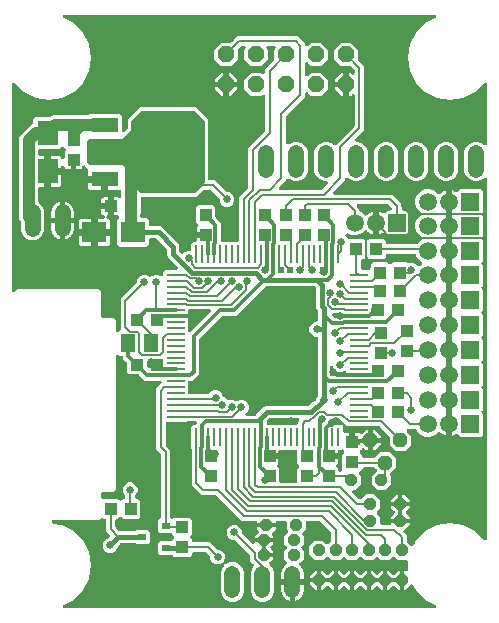
<source format=gbl>
G04 EAGLE Gerber X2 export*
%TF.Part,Single*%
%TF.FileFunction,Other,Bottom Copper Layer*%
%TF.FilePolarity,Positive*%
%TF.GenerationSoftware,Autodesk,EAGLE,9.1.3*%
%TF.CreationDate,2018-09-28T10:07:26Z*%
G75*
%MOIN*%
%FSLAX34Y34*%
%LPD*%
%AMOC8*
5,1,8,0,0,1.08239X$1,22.5*%
G01*
%ADD10R,0.039370X0.043307*%
%ADD11R,0.043307X0.039370*%
%ADD12R,0.051181X0.059055*%
%ADD13C,0.059055*%
%ADD14R,0.059055X0.059055*%
%ADD15R,0.010630X0.059055*%
%ADD16R,0.059055X0.010630*%
%ADD17P,0.058449X8X202.500000*%
%ADD18P,0.051955X8X202.500000*%
%ADD19P,0.044744X8X202.500000*%
%ADD20P,0.044744X8X112.500000*%
%ADD21P,0.044744X8X22.500000*%
%ADD22C,0.054000*%
%ADD23R,0.027559X0.023622*%
%ADD24R,0.090551X0.051181*%
%ADD25R,0.086614X0.149606*%
%ADD26R,0.084646X0.070866*%
%ADD27R,0.070866X0.084646*%
%ADD28C,0.011811*%
%ADD29C,0.039370*%
%ADD30C,0.015748*%
%ADD31C,0.007874*%
%ADD32C,0.025748*%
%ADD33C,0.019685*%
%ADD34C,0.023780*%

G36*
X13492Y2223D02*
X13492Y2223D01*
X13495Y2223D01*
X13499Y2224D01*
X13503Y2225D01*
X13506Y2226D01*
X13508Y2226D01*
X13512Y2228D01*
X13516Y2230D01*
X13518Y2231D01*
X13520Y2233D01*
X13523Y2235D01*
X13526Y2238D01*
X13528Y2240D01*
X13530Y2242D01*
X13533Y2245D01*
X13535Y2248D01*
X13538Y2252D01*
X13538Y2253D01*
X13539Y2254D01*
X13617Y2408D01*
X13931Y2721D01*
X14326Y2923D01*
X14764Y2992D01*
X15202Y2923D01*
X15597Y2721D01*
X15891Y2427D01*
X15895Y2424D01*
X15898Y2421D01*
X15900Y2420D01*
X15902Y2418D01*
X15906Y2417D01*
X15910Y2415D01*
X15912Y2414D01*
X15914Y2413D01*
X15918Y2412D01*
X15922Y2411D01*
X15925Y2411D01*
X15928Y2410D01*
X15932Y2410D01*
X15936Y2410D01*
X15939Y2410D01*
X15941Y2410D01*
X15945Y2412D01*
X15949Y2412D01*
X15952Y2413D01*
X15954Y2414D01*
X15958Y2416D01*
X15962Y2418D01*
X15964Y2419D01*
X15966Y2420D01*
X15969Y2423D01*
X15973Y2426D01*
X15974Y2428D01*
X15976Y2429D01*
X15979Y2433D01*
X15981Y2436D01*
X15982Y2438D01*
X15984Y2440D01*
X15986Y2444D01*
X15987Y2448D01*
X15988Y2451D01*
X15989Y2453D01*
X15990Y2457D01*
X15991Y2461D01*
X15991Y2465D01*
X15991Y2466D01*
X15991Y2467D01*
X15991Y2468D01*
X15991Y14444D01*
X15990Y14448D01*
X15990Y14452D01*
X15990Y14455D01*
X15989Y14457D01*
X15988Y14461D01*
X15987Y14465D01*
X15986Y14467D01*
X15985Y14470D01*
X15982Y14473D01*
X15980Y14477D01*
X15979Y14479D01*
X15977Y14481D01*
X15974Y14484D01*
X15971Y14487D01*
X15969Y14489D01*
X15968Y14490D01*
X15964Y14493D01*
X15960Y14495D01*
X15958Y14496D01*
X15956Y14497D01*
X15952Y14498D01*
X15948Y14500D01*
X15945Y14500D01*
X15943Y14501D01*
X15939Y14501D01*
X15934Y14502D01*
X15932Y14502D01*
X15929Y14502D01*
X15925Y14501D01*
X15921Y14501D01*
X15919Y14500D01*
X15916Y14500D01*
X15912Y14498D01*
X15908Y14497D01*
X15906Y14495D01*
X15904Y14494D01*
X15900Y14492D01*
X15897Y14489D01*
X15893Y14487D01*
X15893Y14486D01*
X15892Y14486D01*
X15891Y14485D01*
X15846Y14440D01*
X15703Y14381D01*
X15549Y14381D01*
X15406Y14440D01*
X15296Y14549D01*
X15237Y14692D01*
X15237Y15387D01*
X15296Y15530D01*
X15406Y15639D01*
X15549Y15698D01*
X15703Y15698D01*
X15846Y15639D01*
X15891Y15594D01*
X15895Y15591D01*
X15898Y15588D01*
X15900Y15587D01*
X15902Y15585D01*
X15906Y15584D01*
X15910Y15582D01*
X15912Y15581D01*
X15914Y15580D01*
X15918Y15579D01*
X15922Y15578D01*
X15925Y15578D01*
X15928Y15577D01*
X15932Y15577D01*
X15936Y15577D01*
X15939Y15577D01*
X15941Y15577D01*
X15945Y15578D01*
X15949Y15579D01*
X15952Y15580D01*
X15954Y15581D01*
X15958Y15583D01*
X15962Y15585D01*
X15964Y15586D01*
X15966Y15587D01*
X15969Y15590D01*
X15973Y15593D01*
X15974Y15595D01*
X15976Y15596D01*
X15979Y15600D01*
X15981Y15603D01*
X15982Y15605D01*
X15984Y15607D01*
X15986Y15611D01*
X15987Y15615D01*
X15988Y15618D01*
X15989Y15620D01*
X15990Y15624D01*
X15991Y15628D01*
X15991Y15632D01*
X15991Y15633D01*
X15991Y15634D01*
X15991Y15635D01*
X15991Y17611D01*
X15990Y17615D01*
X15990Y17619D01*
X15990Y17622D01*
X15989Y17624D01*
X15988Y17628D01*
X15987Y17632D01*
X15986Y17634D01*
X15985Y17637D01*
X15982Y17640D01*
X15980Y17644D01*
X15979Y17646D01*
X15977Y17648D01*
X15974Y17651D01*
X15971Y17654D01*
X15969Y17656D01*
X15968Y17657D01*
X15964Y17659D01*
X15960Y17662D01*
X15958Y17663D01*
X15956Y17664D01*
X15952Y17665D01*
X15948Y17667D01*
X15945Y17667D01*
X15943Y17668D01*
X15939Y17668D01*
X15934Y17669D01*
X15932Y17669D01*
X15929Y17669D01*
X15925Y17668D01*
X15921Y17668D01*
X15919Y17667D01*
X15916Y17667D01*
X15912Y17665D01*
X15908Y17664D01*
X15906Y17662D01*
X15904Y17661D01*
X15900Y17659D01*
X15897Y17656D01*
X15893Y17654D01*
X15893Y17653D01*
X15892Y17653D01*
X15891Y17652D01*
X15597Y17357D01*
X15202Y17156D01*
X14764Y17087D01*
X14326Y17156D01*
X13931Y17357D01*
X13617Y17671D01*
X13416Y18066D01*
X13346Y18504D01*
X13416Y18942D01*
X13617Y19337D01*
X13931Y19651D01*
X14259Y19818D01*
X14264Y19821D01*
X14270Y19825D01*
X14274Y19830D01*
X14279Y19835D01*
X14282Y19841D01*
X14286Y19847D01*
X14288Y19853D01*
X14290Y19860D01*
X14290Y19866D01*
X14290Y19873D01*
X14289Y19880D01*
X14288Y19886D01*
X14288Y19887D01*
X14285Y19893D01*
X14283Y19899D01*
X14279Y19905D01*
X14275Y19910D01*
X14274Y19910D01*
X14269Y19914D01*
X14264Y19918D01*
X14264Y19919D01*
X14258Y19921D01*
X14252Y19924D01*
X14252Y19925D01*
X14246Y19926D01*
X14239Y19928D01*
X14238Y19928D01*
X14232Y19928D01*
X1909Y19928D01*
X1903Y19927D01*
X1896Y19927D01*
X1896Y19926D01*
X1890Y19924D01*
X1884Y19922D01*
X1883Y19922D01*
X1878Y19918D01*
X1872Y19915D01*
X1872Y19914D01*
X1867Y19910D01*
X1863Y19905D01*
X1859Y19899D01*
X1856Y19893D01*
X1854Y19886D01*
X1852Y19880D01*
X1852Y19873D01*
X1851Y19867D01*
X1851Y19866D01*
X1852Y19860D01*
X1854Y19853D01*
X1856Y19847D01*
X1859Y19841D01*
X1863Y19835D01*
X1867Y19830D01*
X1872Y19826D01*
X1877Y19821D01*
X1878Y19821D01*
X1883Y19818D01*
X2211Y19651D01*
X2525Y19337D01*
X2726Y18942D01*
X2795Y18504D01*
X2726Y18066D01*
X2525Y17671D01*
X2211Y17357D01*
X1816Y17156D01*
X1378Y17087D01*
X940Y17156D01*
X545Y17357D01*
X250Y17652D01*
X247Y17654D01*
X244Y17657D01*
X242Y17659D01*
X240Y17660D01*
X236Y17662D01*
X232Y17664D01*
X230Y17665D01*
X227Y17666D01*
X223Y17667D01*
X219Y17668D01*
X217Y17668D01*
X214Y17669D01*
X210Y17669D01*
X206Y17669D01*
X203Y17668D01*
X201Y17668D01*
X197Y17667D01*
X192Y17667D01*
X190Y17665D01*
X188Y17665D01*
X184Y17663D01*
X180Y17661D01*
X178Y17660D01*
X176Y17658D01*
X172Y17656D01*
X169Y17653D01*
X167Y17651D01*
X166Y17649D01*
X163Y17646D01*
X160Y17643D01*
X159Y17640D01*
X158Y17638D01*
X156Y17634D01*
X154Y17631D01*
X154Y17628D01*
X153Y17626D01*
X152Y17622D01*
X151Y17618D01*
X151Y17613D01*
X151Y17612D01*
X151Y17611D01*
X151Y10731D01*
X151Y10727D01*
X151Y10723D01*
X152Y10720D01*
X152Y10718D01*
X154Y10714D01*
X155Y10710D01*
X156Y10707D01*
X157Y10705D01*
X159Y10702D01*
X161Y10698D01*
X163Y10696D01*
X164Y10694D01*
X167Y10691D01*
X170Y10688D01*
X172Y10686D01*
X174Y10684D01*
X178Y10682D01*
X181Y10680D01*
X184Y10679D01*
X186Y10678D01*
X190Y10676D01*
X194Y10675D01*
X196Y10675D01*
X199Y10674D01*
X203Y10674D01*
X207Y10673D01*
X210Y10673D01*
X212Y10673D01*
X217Y10674D01*
X221Y10674D01*
X223Y10675D01*
X226Y10675D01*
X230Y10677D01*
X234Y10678D01*
X236Y10680D01*
X238Y10681D01*
X242Y10683D01*
X245Y10685D01*
X248Y10688D01*
X249Y10689D01*
X250Y10690D01*
X334Y10774D01*
X3052Y10774D01*
X3136Y10690D01*
X3136Y9887D01*
X3136Y9886D01*
X3136Y9884D01*
X3137Y9879D01*
X3138Y9874D01*
X3138Y9872D01*
X3138Y9871D01*
X3140Y9866D01*
X3142Y9861D01*
X3143Y9860D01*
X3144Y9858D01*
X3147Y9854D01*
X3150Y9850D01*
X3151Y9849D01*
X3152Y9847D01*
X3156Y9844D01*
X3159Y9840D01*
X3161Y9840D01*
X3162Y9839D01*
X3167Y9836D01*
X3171Y9834D01*
X3173Y9833D01*
X3174Y9832D01*
X3179Y9831D01*
X3184Y9830D01*
X3186Y9830D01*
X3187Y9829D01*
X3194Y9829D01*
X3524Y9829D01*
X3608Y9745D01*
X3608Y9409D01*
X3609Y9405D01*
X3609Y9401D01*
X3610Y9399D01*
X3610Y9396D01*
X3611Y9392D01*
X3613Y9388D01*
X3614Y9386D01*
X3615Y9383D01*
X3617Y9380D01*
X3619Y9376D01*
X3621Y9374D01*
X3622Y9372D01*
X3625Y9369D01*
X3628Y9366D01*
X3630Y9364D01*
X3632Y9363D01*
X3636Y9361D01*
X3639Y9358D01*
X3641Y9357D01*
X3644Y9356D01*
X3648Y9355D01*
X3652Y9353D01*
X3654Y9353D01*
X3657Y9352D01*
X3661Y9352D01*
X3665Y9351D01*
X3667Y9351D01*
X3670Y9351D01*
X3674Y9352D01*
X3678Y9352D01*
X3681Y9353D01*
X3683Y9354D01*
X3687Y9355D01*
X3691Y9357D01*
X3693Y9358D01*
X3696Y9359D01*
X3699Y9361D01*
X3703Y9364D01*
X3706Y9366D01*
X3707Y9367D01*
X3708Y9368D01*
X3732Y9392D01*
X3734Y9392D01*
X3735Y9393D01*
X3737Y9393D01*
X3742Y9395D01*
X3747Y9397D01*
X3748Y9398D01*
X3750Y9398D01*
X3754Y9401D01*
X3758Y9404D01*
X3759Y9405D01*
X3760Y9406D01*
X3764Y9410D01*
X3767Y9414D01*
X3768Y9415D01*
X3769Y9417D01*
X3771Y9421D01*
X3774Y9426D01*
X3774Y9427D01*
X3775Y9429D01*
X3776Y9434D01*
X3778Y9439D01*
X3778Y9440D01*
X3778Y9442D01*
X3779Y9449D01*
X3779Y10459D01*
X4302Y10983D01*
X4306Y10987D01*
X4310Y10992D01*
X4310Y10993D01*
X4311Y10993D01*
X4313Y10999D01*
X4316Y11004D01*
X4316Y11005D01*
X4316Y11006D01*
X4318Y11011D01*
X4319Y11017D01*
X4319Y11018D01*
X4319Y11019D01*
X4319Y11020D01*
X4319Y11024D01*
X4319Y11073D01*
X4357Y11164D01*
X4427Y11234D01*
X4518Y11271D01*
X4616Y11271D01*
X4707Y11234D01*
X4723Y11218D01*
X4724Y11217D01*
X4725Y11216D01*
X4729Y11213D01*
X4733Y11210D01*
X4735Y11209D01*
X4736Y11208D01*
X4741Y11206D01*
X4745Y11204D01*
X4747Y11204D01*
X4749Y11203D01*
X4754Y11202D01*
X4759Y11201D01*
X4760Y11201D01*
X4762Y11201D01*
X4767Y11202D01*
X4772Y11202D01*
X4774Y11202D01*
X4775Y11202D01*
X4780Y11204D01*
X4785Y11205D01*
X4787Y11206D01*
X4788Y11206D01*
X4793Y11209D01*
X4797Y11212D01*
X4798Y11213D01*
X4800Y11214D01*
X4805Y11218D01*
X4820Y11234D01*
X4911Y11271D01*
X5010Y11271D01*
X5102Y11233D01*
X5103Y11232D01*
X5105Y11231D01*
X5107Y11229D01*
X5111Y11228D01*
X5115Y11226D01*
X5117Y11225D01*
X5119Y11224D01*
X5124Y11223D01*
X5128Y11222D01*
X5130Y11222D01*
X5133Y11221D01*
X5137Y11221D01*
X5141Y11221D01*
X5144Y11221D01*
X5146Y11221D01*
X5150Y11222D01*
X5154Y11223D01*
X5157Y11224D01*
X5159Y11225D01*
X5163Y11227D01*
X5167Y11229D01*
X5169Y11230D01*
X5171Y11231D01*
X5174Y11234D01*
X5178Y11237D01*
X5179Y11239D01*
X5181Y11240D01*
X5184Y11244D01*
X5186Y11247D01*
X5188Y11249D01*
X5189Y11251D01*
X5191Y11255D01*
X5193Y11259D01*
X5193Y11262D01*
X5194Y11264D01*
X5195Y11268D01*
X5196Y11272D01*
X5196Y11276D01*
X5196Y11277D01*
X5196Y11278D01*
X5196Y11279D01*
X5196Y11362D01*
X5266Y11432D01*
X5628Y11432D01*
X5632Y11432D01*
X5637Y11432D01*
X5639Y11433D01*
X5642Y11433D01*
X5646Y11435D01*
X5650Y11436D01*
X5652Y11437D01*
X5654Y11438D01*
X5658Y11440D01*
X5662Y11442D01*
X5664Y11444D01*
X5666Y11445D01*
X5669Y11449D01*
X5672Y11451D01*
X5673Y11453D01*
X5675Y11455D01*
X5677Y11459D01*
X5680Y11462D01*
X5680Y11465D01*
X5682Y11467D01*
X5683Y11471D01*
X5685Y11475D01*
X5685Y11478D01*
X5686Y11480D01*
X5686Y11484D01*
X5687Y11488D01*
X5686Y11491D01*
X5686Y11493D01*
X5686Y11498D01*
X5685Y11502D01*
X5685Y11504D01*
X5684Y11507D01*
X5682Y11511D01*
X5681Y11515D01*
X5680Y11517D01*
X5679Y11519D01*
X5676Y11523D01*
X5674Y11526D01*
X5671Y11529D01*
X5671Y11530D01*
X5670Y11530D01*
X5669Y11531D01*
X5408Y11793D01*
X5344Y11857D01*
X5314Y11929D01*
X5314Y12099D01*
X5314Y12105D01*
X5313Y12110D01*
X5313Y12111D01*
X5313Y12112D01*
X5311Y12118D01*
X5309Y12123D01*
X5308Y12124D01*
X5308Y12125D01*
X5305Y12130D01*
X5302Y12135D01*
X5301Y12136D01*
X5300Y12137D01*
X5297Y12140D01*
X4975Y12462D01*
X4970Y12466D01*
X4965Y12470D01*
X4964Y12471D01*
X4959Y12473D01*
X4953Y12476D01*
X4952Y12477D01*
X4946Y12478D01*
X4940Y12479D01*
X4939Y12479D01*
X4938Y12479D01*
X4933Y12480D01*
X4783Y12480D01*
X4782Y12479D01*
X4780Y12479D01*
X4775Y12479D01*
X4770Y12478D01*
X4768Y12477D01*
X4767Y12477D01*
X4762Y12475D01*
X4757Y12473D01*
X4756Y12472D01*
X4754Y12472D01*
X4750Y12469D01*
X4746Y12466D01*
X4745Y12465D01*
X4744Y12464D01*
X4740Y12460D01*
X4737Y12456D01*
X4736Y12455D01*
X4735Y12453D01*
X4733Y12449D01*
X4730Y12444D01*
X4729Y12443D01*
X4729Y12441D01*
X4728Y12436D01*
X4726Y12431D01*
X4726Y12430D01*
X4726Y12428D01*
X4725Y12421D01*
X4725Y12274D01*
X4656Y12204D01*
X3711Y12204D01*
X3641Y12274D01*
X3641Y13081D01*
X3706Y13146D01*
X3709Y13149D01*
X3712Y13153D01*
X3713Y13155D01*
X3715Y13157D01*
X3717Y13161D01*
X3719Y13164D01*
X3719Y13167D01*
X3721Y13169D01*
X3721Y13173D01*
X3723Y13177D01*
X3723Y13180D01*
X3723Y13182D01*
X3723Y13187D01*
X3723Y13191D01*
X3723Y13193D01*
X3723Y13196D01*
X3722Y13200D01*
X3721Y13204D01*
X3720Y13206D01*
X3719Y13209D01*
X3717Y13213D01*
X3716Y13216D01*
X3714Y13219D01*
X3713Y13221D01*
X3710Y13224D01*
X3708Y13227D01*
X3706Y13229D01*
X3704Y13231D01*
X3701Y13233D01*
X3697Y13236D01*
X3695Y13237D01*
X3693Y13239D01*
X3689Y13240D01*
X3685Y13242D01*
X3683Y13243D01*
X3680Y13244D01*
X3676Y13244D01*
X3672Y13245D01*
X3668Y13246D01*
X3667Y13246D01*
X3666Y13246D01*
X3665Y13246D01*
X3543Y13246D01*
X3543Y13504D01*
X3542Y13505D01*
X3542Y13506D01*
X3542Y13507D01*
X3542Y13512D01*
X3541Y13517D01*
X3540Y13519D01*
X3540Y13521D01*
X3538Y13525D01*
X3536Y13530D01*
X3535Y13531D01*
X3535Y13533D01*
X3532Y13537D01*
X3529Y13541D01*
X3528Y13543D01*
X3527Y13544D01*
X3531Y13548D01*
X3532Y13549D01*
X3533Y13551D01*
X3535Y13555D01*
X3538Y13560D01*
X3538Y13561D01*
X3539Y13563D01*
X3540Y13568D01*
X3542Y13573D01*
X3542Y13574D01*
X3542Y13576D01*
X3543Y13583D01*
X3543Y13841D01*
X3675Y13841D01*
X3700Y13834D01*
X3711Y13828D01*
X3714Y13827D01*
X3717Y13825D01*
X3720Y13824D01*
X3723Y13823D01*
X3727Y13822D01*
X3730Y13821D01*
X3733Y13821D01*
X3737Y13820D01*
X3740Y13820D01*
X3743Y13820D01*
X3747Y13821D01*
X3750Y13821D01*
X3753Y13822D01*
X3757Y13822D01*
X3760Y13824D01*
X3763Y13825D01*
X3766Y13826D01*
X3769Y13828D01*
X3772Y13830D01*
X3775Y13832D01*
X3777Y13834D01*
X3780Y13836D01*
X3782Y13838D01*
X3785Y13841D01*
X3787Y13844D01*
X3789Y13846D01*
X3790Y13849D01*
X3792Y13852D01*
X3793Y13855D01*
X3795Y13858D01*
X3796Y13862D01*
X3797Y13865D01*
X3797Y13868D01*
X3798Y13871D01*
X3798Y13878D01*
X3798Y14039D01*
X3798Y14041D01*
X3798Y14044D01*
X3797Y14048D01*
X3797Y14052D01*
X3796Y14055D01*
X3796Y14057D01*
X3794Y14061D01*
X3792Y14065D01*
X3791Y14067D01*
X3790Y14069D01*
X3787Y14073D01*
X3785Y14076D01*
X3783Y14078D01*
X3781Y14080D01*
X3778Y14083D01*
X3775Y14086D01*
X3773Y14087D01*
X3771Y14088D01*
X3767Y14090D01*
X3763Y14092D01*
X3761Y14093D01*
X3759Y14094D01*
X3754Y14095D01*
X3750Y14096D01*
X3748Y14096D01*
X3745Y14097D01*
X3741Y14097D01*
X3737Y14097D01*
X3734Y14097D01*
X3732Y14097D01*
X3725Y14095D01*
X3714Y14092D01*
X3365Y14092D01*
X3365Y14390D01*
X3365Y14391D01*
X3365Y14393D01*
X3364Y14398D01*
X3364Y14403D01*
X3363Y14405D01*
X3363Y14406D01*
X3361Y14411D01*
X3359Y14416D01*
X3358Y14417D01*
X3358Y14419D01*
X3355Y14423D01*
X3352Y14427D01*
X3351Y14428D01*
X3350Y14430D01*
X3346Y14433D01*
X3342Y14437D01*
X3340Y14437D01*
X3339Y14438D01*
X3335Y14441D01*
X3330Y14443D01*
X3329Y14444D01*
X3327Y14445D01*
X3322Y14446D01*
X3317Y14447D01*
X3316Y14447D01*
X3314Y14448D01*
X3307Y14448D01*
X3247Y14448D01*
X3247Y14508D01*
X3247Y14510D01*
X3247Y14511D01*
X3246Y14516D01*
X3246Y14521D01*
X3245Y14523D01*
X3245Y14525D01*
X3243Y14529D01*
X3241Y14534D01*
X3240Y14535D01*
X3240Y14537D01*
X3236Y14541D01*
X3234Y14545D01*
X3232Y14546D01*
X3231Y14548D01*
X3228Y14551D01*
X3224Y14555D01*
X3222Y14555D01*
X3221Y14557D01*
X3217Y14559D01*
X3212Y14561D01*
X3211Y14562D01*
X3209Y14563D01*
X3204Y14564D01*
X3199Y14565D01*
X3197Y14565D01*
X3196Y14566D01*
X3189Y14566D01*
X2695Y14566D01*
X2695Y14718D01*
X2703Y14749D01*
X2704Y14755D01*
X2705Y14762D01*
X2704Y14769D01*
X2704Y14776D01*
X2701Y14782D01*
X2699Y14788D01*
X2696Y14794D01*
X2692Y14800D01*
X2688Y14805D01*
X2629Y14864D01*
X2599Y14893D01*
X2597Y14895D01*
X2594Y14898D01*
X2592Y14900D01*
X2589Y14902D01*
X2586Y14903D01*
X2583Y14905D01*
X2580Y14906D01*
X2577Y14907D01*
X2573Y14908D01*
X2570Y14909D01*
X2567Y14909D01*
X2563Y14910D01*
X2560Y14910D01*
X2557Y14910D01*
X2553Y14910D01*
X2550Y14910D01*
X2547Y14909D01*
X2543Y14908D01*
X2540Y14907D01*
X2537Y14906D01*
X2534Y14905D01*
X2531Y14903D01*
X2528Y14901D01*
X2525Y14900D01*
X2522Y14898D01*
X2520Y14896D01*
X2517Y14893D01*
X2515Y14891D01*
X2513Y14888D01*
X2511Y14886D01*
X2509Y14883D01*
X2507Y14880D01*
X2506Y14877D01*
X2504Y14874D01*
X2502Y14867D01*
X2495Y14843D01*
X2482Y14820D01*
X2463Y14801D01*
X2440Y14788D01*
X2415Y14781D01*
X2302Y14781D01*
X2302Y15059D01*
X2302Y15061D01*
X2302Y15062D01*
X2301Y15067D01*
X2301Y15072D01*
X2300Y15074D01*
X2300Y15076D01*
X2298Y15080D01*
X2296Y15085D01*
X2295Y15087D01*
X2295Y15088D01*
X2292Y15092D01*
X2289Y15097D01*
X2288Y15098D01*
X2287Y15099D01*
X2283Y15102D01*
X2279Y15106D01*
X2277Y15107D01*
X2276Y15108D01*
X2272Y15110D01*
X2267Y15113D01*
X2266Y15113D01*
X2264Y15114D01*
X2259Y15115D01*
X2254Y15116D01*
X2253Y15117D01*
X2251Y15117D01*
X2244Y15117D01*
X2165Y15117D01*
X2164Y15117D01*
X2162Y15117D01*
X2157Y15116D01*
X2152Y15116D01*
X2150Y15115D01*
X2149Y15115D01*
X2144Y15113D01*
X2139Y15111D01*
X2138Y15110D01*
X2136Y15110D01*
X2132Y15107D01*
X2128Y15104D01*
X2127Y15103D01*
X2125Y15102D01*
X2122Y15098D01*
X2119Y15094D01*
X2118Y15092D01*
X2117Y15091D01*
X2114Y15087D01*
X2112Y15082D01*
X2111Y15081D01*
X2111Y15079D01*
X2109Y15074D01*
X2108Y15069D01*
X2108Y15068D01*
X2107Y15066D01*
X2107Y15059D01*
X2107Y14781D01*
X1995Y14781D01*
X1969Y14788D01*
X1946Y14801D01*
X1927Y14820D01*
X1914Y14843D01*
X1908Y14864D01*
X1906Y14870D01*
X1904Y14875D01*
X1904Y14876D01*
X1903Y14877D01*
X1900Y14882D01*
X1897Y14887D01*
X1896Y14887D01*
X1896Y14888D01*
X1891Y14892D01*
X1887Y14896D01*
X1886Y14896D01*
X1885Y14897D01*
X1880Y14900D01*
X1875Y14903D01*
X1874Y14903D01*
X1868Y14905D01*
X1862Y14907D01*
X1861Y14907D01*
X1860Y14907D01*
X1855Y14907D01*
X1849Y14907D01*
X1848Y14907D01*
X1847Y14907D01*
X1841Y14906D01*
X1835Y14905D01*
X1834Y14905D01*
X1828Y14902D01*
X1823Y14900D01*
X1822Y14899D01*
X1821Y14899D01*
X1817Y14895D01*
X1812Y14892D01*
X1811Y14891D01*
X1811Y14890D01*
X1807Y14886D01*
X1803Y14881D01*
X1802Y14880D01*
X1800Y14875D01*
X1797Y14869D01*
X1797Y14868D01*
X1795Y14862D01*
X1794Y14856D01*
X1794Y14855D01*
X1794Y14854D01*
X1794Y14849D01*
X1794Y14832D01*
X1456Y14832D01*
X1456Y15239D01*
X1706Y15239D01*
X1732Y15232D01*
X1755Y15218D01*
X1774Y15200D01*
X1787Y15177D01*
X1793Y15155D01*
X1795Y15150D01*
X1797Y15144D01*
X1797Y15143D01*
X1801Y15138D01*
X1804Y15133D01*
X1805Y15132D01*
X1810Y15128D01*
X1814Y15124D01*
X1815Y15123D01*
X1821Y15120D01*
X1826Y15117D01*
X1827Y15117D01*
X1827Y15116D01*
X1833Y15115D01*
X1839Y15113D01*
X1840Y15113D01*
X1846Y15113D01*
X1852Y15112D01*
X1853Y15112D01*
X1854Y15112D01*
X1860Y15114D01*
X1865Y15115D01*
X1866Y15115D01*
X1867Y15115D01*
X1872Y15118D01*
X1878Y15120D01*
X1879Y15120D01*
X1879Y15121D01*
X1884Y15125D01*
X1889Y15128D01*
X1889Y15129D01*
X1890Y15129D01*
X1894Y15134D01*
X1897Y15138D01*
X1898Y15139D01*
X1898Y15140D01*
X1901Y15145D01*
X1904Y15150D01*
X1904Y15151D01*
X1904Y15152D01*
X1905Y15158D01*
X1907Y15164D01*
X1907Y15165D01*
X1907Y15166D01*
X1907Y15170D01*
X1907Y15328D01*
X1914Y15354D01*
X1927Y15377D01*
X1929Y15379D01*
X1931Y15380D01*
X1932Y15381D01*
X1935Y15386D01*
X1938Y15390D01*
X1939Y15391D01*
X1940Y15393D01*
X1941Y15397D01*
X1944Y15402D01*
X1944Y15404D01*
X1945Y15405D01*
X1945Y15410D01*
X1946Y15415D01*
X1946Y15417D01*
X1947Y15418D01*
X1946Y15424D01*
X1946Y15429D01*
X1946Y15430D01*
X1945Y15432D01*
X1944Y15437D01*
X1942Y15442D01*
X1942Y15443D01*
X1941Y15445D01*
X1938Y15449D01*
X1936Y15454D01*
X1935Y15455D01*
X1934Y15456D01*
X1929Y15461D01*
X1882Y15509D01*
X1880Y15510D01*
X1879Y15511D01*
X1875Y15514D01*
X1871Y15518D01*
X1870Y15518D01*
X1868Y15519D01*
X1864Y15521D01*
X1859Y15523D01*
X1857Y15524D01*
X1856Y15524D01*
X1851Y15525D01*
X1846Y15526D01*
X1844Y15526D01*
X1842Y15526D01*
X1837Y15526D01*
X1832Y15526D01*
X1831Y15525D01*
X1829Y15525D01*
X1824Y15523D01*
X1819Y15522D01*
X1818Y15521D01*
X1816Y15521D01*
X1812Y15518D01*
X1807Y15516D01*
X1806Y15515D01*
X1804Y15514D01*
X1799Y15509D01*
X1742Y15452D01*
X1083Y15452D01*
X1081Y15452D01*
X1079Y15452D01*
X1074Y15451D01*
X1069Y15450D01*
X1068Y15450D01*
X1066Y15450D01*
X1061Y15448D01*
X1057Y15446D01*
X1055Y15445D01*
X1054Y15444D01*
X1050Y15441D01*
X1045Y15438D01*
X1044Y15437D01*
X1043Y15436D01*
X1039Y15432D01*
X1036Y15429D01*
X1035Y15427D01*
X1034Y15426D01*
X1032Y15421D01*
X1029Y15417D01*
X1029Y15415D01*
X1028Y15414D01*
X1027Y15409D01*
X1025Y15404D01*
X1025Y15402D01*
X1025Y15401D01*
X1024Y15394D01*
X1024Y15297D01*
X1025Y15295D01*
X1024Y15294D01*
X1025Y15288D01*
X1026Y15283D01*
X1027Y15282D01*
X1027Y15280D01*
X1029Y15275D01*
X1031Y15271D01*
X1031Y15269D01*
X1032Y15268D01*
X1035Y15264D01*
X1038Y15259D01*
X1039Y15258D01*
X1040Y15257D01*
X1044Y15254D01*
X1048Y15250D01*
X1049Y15249D01*
X1051Y15248D01*
X1055Y15246D01*
X1060Y15243D01*
X1061Y15243D01*
X1063Y15242D01*
X1068Y15241D01*
X1072Y15239D01*
X1074Y15239D01*
X1076Y15239D01*
X1083Y15239D01*
X1221Y15239D01*
X1221Y14774D01*
X1221Y14772D01*
X1221Y14770D01*
X1222Y14765D01*
X1223Y14760D01*
X1223Y14759D01*
X1224Y14757D01*
X1226Y14752D01*
X1227Y14747D01*
X1228Y14746D01*
X1229Y14745D01*
X1232Y14740D01*
X1235Y14736D01*
X1236Y14735D01*
X1237Y14734D01*
X1241Y14730D01*
X1245Y14727D01*
X1246Y14726D01*
X1247Y14725D01*
X1252Y14723D01*
X1256Y14720D01*
X1258Y14720D01*
X1259Y14719D01*
X1264Y14718D01*
X1269Y14716D01*
X1271Y14716D01*
X1273Y14716D01*
X1280Y14715D01*
X1339Y14715D01*
X1339Y14714D01*
X1280Y14714D01*
X1278Y14714D01*
X1276Y14714D01*
X1271Y14713D01*
X1266Y14712D01*
X1265Y14712D01*
X1263Y14711D01*
X1258Y14709D01*
X1253Y14708D01*
X1252Y14707D01*
X1250Y14706D01*
X1246Y14703D01*
X1242Y14700D01*
X1241Y14699D01*
X1240Y14698D01*
X1236Y14694D01*
X1233Y14690D01*
X1232Y14689D01*
X1231Y14688D01*
X1229Y14683D01*
X1226Y14679D01*
X1226Y14677D01*
X1225Y14676D01*
X1224Y14671D01*
X1222Y14666D01*
X1222Y14664D01*
X1222Y14662D01*
X1221Y14656D01*
X1221Y14191D01*
X1083Y14191D01*
X1081Y14190D01*
X1079Y14190D01*
X1074Y14190D01*
X1069Y14189D01*
X1068Y14188D01*
X1066Y14188D01*
X1061Y14186D01*
X1057Y14184D01*
X1055Y14183D01*
X1054Y14183D01*
X1050Y14180D01*
X1045Y14177D01*
X1044Y14176D01*
X1043Y14175D01*
X1039Y14171D01*
X1036Y14167D01*
X1035Y14166D01*
X1034Y14164D01*
X1032Y14160D01*
X1029Y14155D01*
X1029Y14154D01*
X1028Y14152D01*
X1027Y14147D01*
X1025Y14142D01*
X1025Y14141D01*
X1025Y14139D01*
X1024Y14132D01*
X1024Y13724D01*
X1025Y13720D01*
X1025Y13716D01*
X1026Y13713D01*
X1026Y13710D01*
X1027Y13707D01*
X1028Y13703D01*
X1030Y13700D01*
X1031Y13698D01*
X1033Y13694D01*
X1034Y13691D01*
X1036Y13689D01*
X1038Y13686D01*
X1041Y13684D01*
X1043Y13681D01*
X1046Y13679D01*
X1048Y13677D01*
X1051Y13675D01*
X1054Y13673D01*
X1059Y13671D01*
X1168Y13561D01*
X1227Y13418D01*
X1227Y12724D01*
X1168Y12581D01*
X1059Y12471D01*
X916Y12412D01*
X761Y12412D01*
X618Y12471D01*
X509Y12581D01*
X450Y12724D01*
X450Y12989D01*
X450Y12991D01*
X450Y12992D01*
X449Y12997D01*
X448Y13003D01*
X448Y13004D01*
X448Y13005D01*
X445Y13012D01*
X393Y13138D01*
X393Y15811D01*
X441Y15927D01*
X776Y16262D01*
X829Y16284D01*
X833Y16286D01*
X836Y16287D01*
X839Y16289D01*
X841Y16290D01*
X844Y16293D01*
X847Y16295D01*
X849Y16298D01*
X851Y16300D01*
X853Y16303D01*
X856Y16306D01*
X857Y16308D01*
X859Y16311D01*
X860Y16314D01*
X862Y16318D01*
X863Y16321D01*
X864Y16323D01*
X864Y16327D01*
X865Y16331D01*
X865Y16336D01*
X865Y16337D01*
X865Y16338D01*
X865Y16467D01*
X935Y16536D01*
X1435Y16536D01*
X1436Y16536D01*
X1437Y16536D01*
X1443Y16537D01*
X1448Y16538D01*
X1449Y16538D01*
X1451Y16538D01*
X1457Y16541D01*
X1542Y16576D01*
X2663Y16576D01*
X2669Y16576D01*
X2675Y16577D01*
X2676Y16577D01*
X2682Y16579D01*
X2687Y16581D01*
X2688Y16581D01*
X2689Y16582D01*
X2694Y16585D01*
X2699Y16588D01*
X2700Y16589D01*
X2701Y16590D01*
X2704Y16593D01*
X2746Y16635D01*
X3750Y16635D01*
X3820Y16565D01*
X3820Y16074D01*
X3820Y16070D01*
X3820Y16066D01*
X3821Y16063D01*
X3821Y16061D01*
X3823Y16057D01*
X3824Y16052D01*
X3825Y16050D01*
X3826Y16048D01*
X3828Y16044D01*
X3830Y16041D01*
X3832Y16039D01*
X3833Y16036D01*
X3836Y16034D01*
X3839Y16030D01*
X3841Y16029D01*
X3843Y16027D01*
X3847Y16025D01*
X3850Y16023D01*
X3853Y16022D01*
X3855Y16020D01*
X3859Y16019D01*
X3863Y16018D01*
X3865Y16017D01*
X3868Y16017D01*
X3872Y16016D01*
X3876Y16016D01*
X3879Y16016D01*
X3881Y16016D01*
X3885Y16016D01*
X3890Y16017D01*
X3892Y16018D01*
X3895Y16018D01*
X3898Y16020D01*
X3902Y16021D01*
X3905Y16022D01*
X3907Y16023D01*
X3910Y16026D01*
X3914Y16028D01*
X3917Y16031D01*
X3918Y16031D01*
X3918Y16032D01*
X3919Y16033D01*
X3998Y16111D01*
X4002Y16116D01*
X4005Y16121D01*
X4006Y16121D01*
X4006Y16122D01*
X4009Y16127D01*
X4011Y16133D01*
X4012Y16134D01*
X4013Y16140D01*
X4015Y16146D01*
X4015Y16147D01*
X4015Y16148D01*
X4015Y16153D01*
X4015Y16443D01*
X4423Y16851D01*
X6286Y16851D01*
X6694Y16443D01*
X6694Y14469D01*
X6694Y14467D01*
X6694Y14465D01*
X6695Y14460D01*
X6695Y14455D01*
X6696Y14453D01*
X6696Y14452D01*
X6698Y14447D01*
X6700Y14442D01*
X6701Y14441D01*
X6701Y14439D01*
X6704Y14435D01*
X6707Y14431D01*
X6709Y14430D01*
X6709Y14429D01*
X6713Y14425D01*
X6717Y14422D01*
X6719Y14421D01*
X6720Y14420D01*
X6724Y14418D01*
X6729Y14415D01*
X6730Y14415D01*
X6732Y14414D01*
X6737Y14413D01*
X6742Y14411D01*
X6743Y14411D01*
X6745Y14411D01*
X6752Y14410D01*
X6916Y14410D01*
X7282Y14044D01*
X7287Y14041D01*
X7291Y14037D01*
X7292Y14036D01*
X7293Y14036D01*
X7298Y14033D01*
X7303Y14031D01*
X7304Y14030D01*
X7305Y14030D01*
X7311Y14029D01*
X7316Y14028D01*
X7318Y14027D01*
X7319Y14027D01*
X7323Y14027D01*
X7372Y14027D01*
X7463Y13989D01*
X7533Y13920D01*
X7570Y13829D01*
X7570Y13730D01*
X7533Y13639D01*
X7463Y13570D01*
X7372Y13532D01*
X7274Y13532D01*
X7183Y13570D01*
X7113Y13639D01*
X7075Y13730D01*
X7075Y13779D01*
X7075Y13785D01*
X7074Y13791D01*
X7074Y13792D01*
X7074Y13793D01*
X7072Y13798D01*
X7070Y13804D01*
X7069Y13805D01*
X7066Y13810D01*
X7063Y13815D01*
X7062Y13816D01*
X7062Y13817D01*
X7061Y13817D01*
X7058Y13820D01*
X6802Y14077D01*
X6797Y14080D01*
X6793Y14084D01*
X6792Y14084D01*
X6791Y14085D01*
X6786Y14088D01*
X6781Y14090D01*
X6780Y14090D01*
X6779Y14091D01*
X6773Y14092D01*
X6768Y14093D01*
X6766Y14093D01*
X6766Y14094D01*
X6765Y14093D01*
X6761Y14094D01*
X6546Y14094D01*
X6541Y14093D01*
X6535Y14093D01*
X6534Y14092D01*
X6533Y14092D01*
X6527Y14090D01*
X6522Y14088D01*
X6521Y14088D01*
X6520Y14088D01*
X6515Y14084D01*
X6510Y14081D01*
X6509Y14080D01*
X6508Y14079D01*
X6505Y14077D01*
X6396Y13967D01*
X6286Y13858D01*
X4508Y13858D01*
X4506Y13857D01*
X4505Y13857D01*
X4500Y13857D01*
X4494Y13856D01*
X4493Y13855D01*
X4491Y13855D01*
X4487Y13853D01*
X4482Y13851D01*
X4480Y13850D01*
X4479Y13850D01*
X4475Y13847D01*
X4470Y13844D01*
X4469Y13843D01*
X4468Y13842D01*
X4465Y13838D01*
X4461Y13834D01*
X4460Y13833D01*
X4459Y13831D01*
X4457Y13827D01*
X4454Y13822D01*
X4454Y13821D01*
X4453Y13819D01*
X4452Y13814D01*
X4450Y13809D01*
X4450Y13808D01*
X4450Y13806D01*
X4450Y13799D01*
X4450Y13297D01*
X4447Y13295D01*
X4443Y13290D01*
X4440Y13286D01*
X4439Y13285D01*
X4439Y13284D01*
X4436Y13279D01*
X4433Y13273D01*
X4433Y13272D01*
X4432Y13266D01*
X4430Y13260D01*
X4430Y13259D01*
X4430Y13258D01*
X4430Y13253D01*
X4430Y13209D01*
X4430Y13208D01*
X4430Y13207D01*
X4430Y13205D01*
X4431Y13200D01*
X4431Y13195D01*
X4432Y13194D01*
X4432Y13192D01*
X4434Y13187D01*
X4436Y13183D01*
X4437Y13181D01*
X4438Y13180D01*
X4441Y13175D01*
X4444Y13171D01*
X4445Y13170D01*
X4446Y13169D01*
X4450Y13165D01*
X4453Y13162D01*
X4455Y13161D01*
X4456Y13160D01*
X4461Y13158D01*
X4465Y13155D01*
X4467Y13155D01*
X4468Y13154D01*
X4473Y13153D01*
X4478Y13151D01*
X4480Y13151D01*
X4481Y13151D01*
X4488Y13150D01*
X4656Y13150D01*
X4725Y13081D01*
X4725Y12933D01*
X4725Y12931D01*
X4725Y12930D01*
X4726Y12925D01*
X4727Y12920D01*
X4727Y12918D01*
X4728Y12916D01*
X4730Y12912D01*
X4731Y12907D01*
X4732Y12906D01*
X4733Y12904D01*
X4736Y12900D01*
X4739Y12896D01*
X4740Y12894D01*
X4741Y12893D01*
X4745Y12890D01*
X4749Y12886D01*
X4750Y12885D01*
X4751Y12884D01*
X4756Y12882D01*
X4760Y12880D01*
X4762Y12879D01*
X4763Y12878D01*
X4768Y12877D01*
X4773Y12876D01*
X4775Y12876D01*
X4777Y12875D01*
X4783Y12875D01*
X5079Y12875D01*
X5151Y12845D01*
X5679Y12317D01*
X5709Y12244D01*
X5709Y12075D01*
X5710Y12069D01*
X5711Y12063D01*
X5711Y12062D01*
X5711Y12061D01*
X5713Y12056D01*
X5715Y12050D01*
X5715Y12049D01*
X5716Y12048D01*
X5719Y12043D01*
X5722Y12038D01*
X5723Y12038D01*
X5723Y12037D01*
X5724Y12036D01*
X5726Y12033D01*
X5787Y11973D01*
X5788Y11972D01*
X5789Y11971D01*
X5793Y11968D01*
X5797Y11965D01*
X5799Y11964D01*
X5800Y11963D01*
X5805Y11961D01*
X5810Y11959D01*
X5811Y11959D01*
X5813Y11958D01*
X5818Y11957D01*
X5823Y11956D01*
X5825Y11956D01*
X5826Y11956D01*
X5831Y11956D01*
X5836Y11957D01*
X5838Y11957D01*
X5840Y11957D01*
X5844Y11959D01*
X5849Y11960D01*
X5851Y11961D01*
X5852Y11961D01*
X5857Y11964D01*
X5861Y11966D01*
X5863Y11968D01*
X5864Y11968D01*
X5869Y11973D01*
X5917Y12021D01*
X6008Y12059D01*
X6069Y12059D01*
X6071Y12059D01*
X6072Y12059D01*
X6077Y12060D01*
X6082Y12060D01*
X6084Y12061D01*
X6086Y12061D01*
X6090Y12063D01*
X6095Y12065D01*
X6096Y12066D01*
X6098Y12066D01*
X6102Y12069D01*
X6106Y12072D01*
X6108Y12073D01*
X6109Y12074D01*
X6112Y12078D01*
X6116Y12082D01*
X6116Y12084D01*
X6118Y12085D01*
X6120Y12089D01*
X6122Y12094D01*
X6123Y12095D01*
X6124Y12097D01*
X6125Y12102D01*
X6126Y12107D01*
X6126Y12108D01*
X6127Y12110D01*
X6127Y12117D01*
X6127Y12293D01*
X6197Y12363D01*
X6258Y12363D01*
X6260Y12363D01*
X6262Y12363D01*
X6267Y12364D01*
X6272Y12365D01*
X6273Y12365D01*
X6275Y12365D01*
X6280Y12367D01*
X6284Y12369D01*
X6286Y12370D01*
X6287Y12371D01*
X6291Y12374D01*
X6296Y12377D01*
X6297Y12378D01*
X6298Y12379D01*
X6301Y12383D01*
X6305Y12386D01*
X6306Y12388D01*
X6307Y12389D01*
X6309Y12394D01*
X6312Y12398D01*
X6312Y12400D01*
X6313Y12401D01*
X6314Y12406D01*
X6316Y12411D01*
X6316Y12413D01*
X6316Y12414D01*
X6317Y12421D01*
X6317Y12481D01*
X6575Y12481D01*
X6576Y12481D01*
X6578Y12481D01*
X6583Y12482D01*
X6588Y12483D01*
X6590Y12483D01*
X6591Y12483D01*
X6596Y12486D01*
X6601Y12487D01*
X6602Y12488D01*
X6604Y12489D01*
X6608Y12492D01*
X6612Y12495D01*
X6613Y12496D01*
X6615Y12497D01*
X6618Y12501D01*
X6622Y12505D01*
X6622Y12506D01*
X6623Y12507D01*
X6626Y12512D01*
X6628Y12516D01*
X6629Y12518D01*
X6630Y12519D01*
X6631Y12524D01*
X6632Y12529D01*
X6632Y12531D01*
X6633Y12532D01*
X6633Y12539D01*
X6633Y12618D01*
X6633Y12620D01*
X6633Y12621D01*
X6632Y12626D01*
X6632Y12632D01*
X6631Y12633D01*
X6631Y12635D01*
X6629Y12639D01*
X6627Y12644D01*
X6626Y12646D01*
X6625Y12647D01*
X6622Y12651D01*
X6619Y12656D01*
X6618Y12657D01*
X6617Y12658D01*
X6613Y12661D01*
X6610Y12665D01*
X6608Y12666D01*
X6607Y12667D01*
X6602Y12669D01*
X6598Y12672D01*
X6596Y12672D01*
X6595Y12673D01*
X6590Y12674D01*
X6585Y12676D01*
X6583Y12676D01*
X6582Y12676D01*
X6575Y12676D01*
X6317Y12676D01*
X6317Y12809D01*
X6323Y12834D01*
X6337Y12857D01*
X6339Y12859D01*
X6340Y12861D01*
X6341Y12862D01*
X6344Y12866D01*
X6347Y12870D01*
X6348Y12871D01*
X6349Y12873D01*
X6351Y12878D01*
X6353Y12882D01*
X6353Y12884D01*
X6354Y12885D01*
X6355Y12890D01*
X6356Y12895D01*
X6356Y12897D01*
X6356Y12899D01*
X6356Y12904D01*
X6355Y12909D01*
X6355Y12911D01*
X6355Y12912D01*
X6353Y12917D01*
X6352Y12922D01*
X6351Y12924D01*
X6351Y12925D01*
X6348Y12929D01*
X6345Y12934D01*
X6344Y12935D01*
X6344Y12937D01*
X6339Y12942D01*
X6298Y12982D01*
X6298Y13514D01*
X6368Y13583D01*
X6860Y13583D01*
X6930Y13514D01*
X6930Y13208D01*
X6931Y13202D01*
X6931Y13196D01*
X6931Y13195D01*
X6933Y13189D01*
X6935Y13184D01*
X6936Y13183D01*
X6936Y13182D01*
X6939Y13177D01*
X6942Y13172D01*
X6943Y13171D01*
X6944Y13171D01*
X6944Y13170D01*
X6947Y13167D01*
X7108Y13006D01*
X7108Y12421D01*
X7108Y12420D01*
X7108Y12418D01*
X7109Y12413D01*
X7110Y12408D01*
X7110Y12406D01*
X7110Y12405D01*
X7112Y12400D01*
X7114Y12395D01*
X7115Y12394D01*
X7116Y12392D01*
X7119Y12388D01*
X7122Y12384D01*
X7123Y12383D01*
X7124Y12381D01*
X7128Y12378D01*
X7131Y12375D01*
X7133Y12374D01*
X7134Y12373D01*
X7139Y12370D01*
X7143Y12368D01*
X7145Y12367D01*
X7146Y12367D01*
X7151Y12365D01*
X7156Y12364D01*
X7158Y12364D01*
X7159Y12363D01*
X7166Y12363D01*
X7657Y12363D01*
X7659Y12363D01*
X7661Y12363D01*
X7666Y12364D01*
X7671Y12365D01*
X7672Y12365D01*
X7674Y12365D01*
X7679Y12367D01*
X7684Y12369D01*
X7685Y12370D01*
X7687Y12371D01*
X7691Y12374D01*
X7695Y12377D01*
X7696Y12378D01*
X7697Y12379D01*
X7701Y12383D01*
X7704Y12386D01*
X7705Y12388D01*
X7706Y12389D01*
X7708Y12394D01*
X7711Y12398D01*
X7711Y12400D01*
X7712Y12401D01*
X7713Y12406D01*
X7715Y12411D01*
X7715Y12413D01*
X7715Y12414D01*
X7716Y12421D01*
X7716Y13845D01*
X8014Y14143D01*
X8017Y14148D01*
X8021Y14152D01*
X8022Y14153D01*
X8022Y14154D01*
X8025Y14159D01*
X8027Y14164D01*
X8027Y14165D01*
X8028Y14166D01*
X8029Y14172D01*
X8030Y14177D01*
X8030Y14179D01*
X8031Y14179D01*
X8030Y14180D01*
X8031Y14184D01*
X8031Y15499D01*
X8141Y15608D01*
X8565Y16033D01*
X8568Y16037D01*
X8572Y16042D01*
X8573Y16043D01*
X8576Y16049D01*
X8578Y16054D01*
X8579Y16055D01*
X8579Y16056D01*
X8580Y16061D01*
X8582Y16067D01*
X8582Y16068D01*
X8582Y16069D01*
X8582Y16070D01*
X8582Y16074D01*
X8582Y17210D01*
X8581Y17214D01*
X8581Y17219D01*
X8581Y17221D01*
X8580Y17224D01*
X8579Y17228D01*
X8578Y17232D01*
X8577Y17234D01*
X8576Y17236D01*
X8573Y17240D01*
X8571Y17244D01*
X8570Y17245D01*
X8568Y17248D01*
X8565Y17250D01*
X8562Y17254D01*
X8560Y17255D01*
X8558Y17257D01*
X8555Y17259D01*
X8551Y17261D01*
X8549Y17262D01*
X8547Y17264D01*
X8543Y17265D01*
X8539Y17266D01*
X8536Y17267D01*
X8534Y17268D01*
X8530Y17268D01*
X8525Y17268D01*
X8523Y17268D01*
X8520Y17268D01*
X8516Y17268D01*
X8512Y17267D01*
X8509Y17266D01*
X8507Y17266D01*
X8503Y17264D01*
X8499Y17263D01*
X8497Y17262D01*
X8495Y17261D01*
X8491Y17258D01*
X8488Y17256D01*
X8484Y17253D01*
X8483Y17252D01*
X8482Y17251D01*
X8452Y17221D01*
X8130Y17221D01*
X7902Y17449D01*
X7902Y17771D01*
X8130Y17999D01*
X8452Y17999D01*
X8482Y17969D01*
X8486Y17966D01*
X8489Y17964D01*
X8491Y17962D01*
X8493Y17961D01*
X8497Y17959D01*
X8500Y17957D01*
X8503Y17956D01*
X8505Y17955D01*
X8509Y17954D01*
X8513Y17953D01*
X8516Y17953D01*
X8519Y17952D01*
X8523Y17952D01*
X8527Y17952D01*
X8529Y17953D01*
X8532Y17953D01*
X8536Y17954D01*
X8540Y17954D01*
X8543Y17955D01*
X8545Y17956D01*
X8549Y17958D01*
X8553Y17960D01*
X8555Y17961D01*
X8557Y17963D01*
X8560Y17965D01*
X8564Y17968D01*
X8565Y17970D01*
X8567Y17972D01*
X8570Y17975D01*
X8572Y17978D01*
X8573Y17981D01*
X8575Y17983D01*
X8576Y17987D01*
X8578Y17990D01*
X8579Y17993D01*
X8580Y17995D01*
X8581Y17999D01*
X8582Y18003D01*
X8582Y18008D01*
X8582Y18009D01*
X8582Y18010D01*
X8582Y18125D01*
X8885Y18428D01*
X8889Y18433D01*
X8893Y18437D01*
X8893Y18438D01*
X8894Y18439D01*
X8896Y18444D01*
X8899Y18449D01*
X8899Y18450D01*
X8900Y18451D01*
X8901Y18457D01*
X8902Y18462D01*
X8902Y18464D01*
X8902Y18465D01*
X8902Y18469D01*
X8902Y18771D01*
X8929Y18797D01*
X8931Y18801D01*
X8934Y18804D01*
X8935Y18806D01*
X8937Y18808D01*
X8939Y18812D01*
X8941Y18815D01*
X8942Y18818D01*
X8943Y18820D01*
X8943Y18824D01*
X8945Y18828D01*
X8945Y18831D01*
X8945Y18833D01*
X8945Y18838D01*
X8946Y18842D01*
X8945Y18844D01*
X8945Y18847D01*
X8944Y18851D01*
X8943Y18855D01*
X8942Y18858D01*
X8942Y18860D01*
X8940Y18864D01*
X8938Y18868D01*
X8936Y18870D01*
X8935Y18872D01*
X8932Y18875D01*
X8930Y18879D01*
X8928Y18880D01*
X8926Y18882D01*
X8923Y18885D01*
X8919Y18887D01*
X8917Y18888D01*
X8915Y18890D01*
X8911Y18891D01*
X8907Y18893D01*
X8905Y18894D01*
X8902Y18895D01*
X8898Y18895D01*
X8894Y18896D01*
X8890Y18897D01*
X8889Y18897D01*
X8887Y18897D01*
X8695Y18897D01*
X8691Y18896D01*
X8687Y18896D01*
X8684Y18896D01*
X8682Y18895D01*
X8678Y18894D01*
X8674Y18893D01*
X8672Y18892D01*
X8669Y18891D01*
X8666Y18888D01*
X8662Y18886D01*
X8660Y18885D01*
X8658Y18883D01*
X8655Y18880D01*
X8652Y18877D01*
X8650Y18875D01*
X8649Y18873D01*
X8647Y18870D01*
X8644Y18866D01*
X8643Y18864D01*
X8642Y18862D01*
X8641Y18858D01*
X8639Y18854D01*
X8639Y18851D01*
X8638Y18849D01*
X8638Y18845D01*
X8637Y18840D01*
X8637Y18838D01*
X8637Y18835D01*
X8638Y18831D01*
X8638Y18827D01*
X8639Y18824D01*
X8639Y18822D01*
X8641Y18818D01*
X8642Y18814D01*
X8644Y18812D01*
X8645Y18810D01*
X8647Y18806D01*
X8650Y18803D01*
X8652Y18799D01*
X8653Y18799D01*
X8653Y18798D01*
X8654Y18797D01*
X8680Y18771D01*
X8680Y18449D01*
X8452Y18221D01*
X8130Y18221D01*
X7902Y18449D01*
X7902Y18771D01*
X7929Y18797D01*
X7931Y18801D01*
X7934Y18804D01*
X7935Y18806D01*
X7937Y18808D01*
X7939Y18812D01*
X7941Y18815D01*
X7942Y18818D01*
X7943Y18820D01*
X7943Y18824D01*
X7945Y18828D01*
X7945Y18831D01*
X7945Y18833D01*
X7945Y18838D01*
X7946Y18842D01*
X7945Y18844D01*
X7945Y18847D01*
X7944Y18851D01*
X7943Y18855D01*
X7942Y18858D01*
X7942Y18860D01*
X7940Y18864D01*
X7938Y18868D01*
X7936Y18870D01*
X7935Y18872D01*
X7932Y18875D01*
X7930Y18879D01*
X7928Y18880D01*
X7926Y18882D01*
X7923Y18885D01*
X7919Y18887D01*
X7917Y18888D01*
X7915Y18890D01*
X7911Y18891D01*
X7907Y18893D01*
X7905Y18894D01*
X7902Y18895D01*
X7898Y18895D01*
X7894Y18896D01*
X7890Y18897D01*
X7889Y18897D01*
X7887Y18897D01*
X7826Y18897D01*
X7820Y18896D01*
X7814Y18896D01*
X7813Y18895D01*
X7812Y18895D01*
X7807Y18893D01*
X7801Y18891D01*
X7800Y18891D01*
X7795Y18887D01*
X7790Y18884D01*
X7789Y18884D01*
X7788Y18883D01*
X7785Y18880D01*
X7697Y18792D01*
X7694Y18788D01*
X7690Y18783D01*
X7689Y18782D01*
X7686Y18776D01*
X7684Y18771D01*
X7684Y18770D01*
X7683Y18770D01*
X7682Y18764D01*
X7681Y18760D01*
X7681Y18758D01*
X7681Y18757D01*
X7680Y18756D01*
X7680Y18755D01*
X7680Y18751D01*
X7680Y18449D01*
X7452Y18221D01*
X7130Y18221D01*
X6902Y18449D01*
X6902Y18771D01*
X7130Y18999D01*
X7432Y18999D01*
X7438Y19000D01*
X7444Y19000D01*
X7445Y19001D01*
X7446Y19001D01*
X7451Y19003D01*
X7457Y19005D01*
X7458Y19005D01*
X7463Y19009D01*
X7468Y19012D01*
X7469Y19012D01*
X7470Y19013D01*
X7474Y19016D01*
X7561Y19104D01*
X7671Y19213D01*
X9672Y19213D01*
X9922Y18963D01*
X9922Y18932D01*
X9922Y18927D01*
X9923Y18923D01*
X9923Y18921D01*
X9924Y18918D01*
X9925Y18914D01*
X9926Y18910D01*
X9927Y18908D01*
X9928Y18905D01*
X9931Y18902D01*
X9933Y18898D01*
X9934Y18896D01*
X9936Y18894D01*
X9939Y18891D01*
X9942Y18888D01*
X9944Y18887D01*
X9945Y18885D01*
X9949Y18883D01*
X9953Y18880D01*
X9955Y18879D01*
X9957Y18878D01*
X9961Y18877D01*
X9965Y18875D01*
X9968Y18875D01*
X9970Y18874D01*
X9974Y18874D01*
X9979Y18873D01*
X9981Y18874D01*
X9984Y18873D01*
X9988Y18874D01*
X9992Y18874D01*
X9994Y18875D01*
X9997Y18876D01*
X10001Y18877D01*
X10005Y18879D01*
X10007Y18880D01*
X10009Y18881D01*
X10013Y18884D01*
X10016Y18886D01*
X10020Y18889D01*
X10021Y18890D01*
X10022Y18890D01*
X10130Y18999D01*
X10452Y18999D01*
X10680Y18771D01*
X10680Y18449D01*
X10452Y18221D01*
X10130Y18221D01*
X10022Y18330D01*
X10018Y18333D01*
X10015Y18336D01*
X10013Y18337D01*
X10011Y18338D01*
X10007Y18340D01*
X10003Y18342D01*
X10001Y18343D01*
X9999Y18344D01*
X9995Y18345D01*
X9990Y18346D01*
X9988Y18346D01*
X9985Y18347D01*
X9981Y18347D01*
X9977Y18347D01*
X9974Y18347D01*
X9972Y18347D01*
X9968Y18345D01*
X9964Y18345D01*
X9961Y18344D01*
X9959Y18343D01*
X9955Y18341D01*
X9951Y18339D01*
X9949Y18338D01*
X9947Y18337D01*
X9944Y18334D01*
X9940Y18331D01*
X9939Y18329D01*
X9937Y18328D01*
X9934Y18324D01*
X9932Y18321D01*
X9930Y18319D01*
X9929Y18317D01*
X9927Y18313D01*
X9926Y18309D01*
X9925Y18306D01*
X9924Y18304D01*
X9923Y18300D01*
X9922Y18296D01*
X9922Y18292D01*
X9922Y18291D01*
X9922Y18290D01*
X9922Y18289D01*
X9922Y17932D01*
X9922Y17931D01*
X9922Y17930D01*
X9922Y17929D01*
X9922Y17927D01*
X9923Y17923D01*
X9923Y17921D01*
X9924Y17918D01*
X9925Y17914D01*
X9926Y17910D01*
X9927Y17908D01*
X9928Y17905D01*
X9931Y17902D01*
X9933Y17898D01*
X9934Y17896D01*
X9936Y17894D01*
X9939Y17891D01*
X9942Y17888D01*
X9944Y17887D01*
X9945Y17885D01*
X9949Y17883D01*
X9953Y17880D01*
X9955Y17879D01*
X9957Y17878D01*
X9961Y17877D01*
X9965Y17875D01*
X9968Y17875D01*
X9970Y17874D01*
X9974Y17874D01*
X9979Y17873D01*
X9981Y17874D01*
X9984Y17873D01*
X9988Y17874D01*
X9992Y17874D01*
X9994Y17875D01*
X9997Y17876D01*
X10001Y17877D01*
X10005Y17879D01*
X10007Y17880D01*
X10009Y17881D01*
X10013Y17884D01*
X10016Y17886D01*
X10020Y17889D01*
X10021Y17890D01*
X10022Y17890D01*
X10130Y17999D01*
X10452Y17999D01*
X10680Y17771D01*
X10680Y17449D01*
X10452Y17221D01*
X10130Y17221D01*
X10022Y17330D01*
X10018Y17333D01*
X10015Y17336D01*
X10013Y17337D01*
X10011Y17338D01*
X10007Y17340D01*
X10003Y17342D01*
X10001Y17343D01*
X9999Y17344D01*
X9995Y17345D01*
X9990Y17346D01*
X9988Y17346D01*
X9985Y17347D01*
X9981Y17347D01*
X9977Y17347D01*
X9974Y17347D01*
X9972Y17347D01*
X9968Y17345D01*
X9964Y17345D01*
X9961Y17344D01*
X9959Y17343D01*
X9955Y17341D01*
X9951Y17339D01*
X9949Y17338D01*
X9947Y17337D01*
X9944Y17334D01*
X9940Y17331D01*
X9939Y17329D01*
X9937Y17328D01*
X9934Y17324D01*
X9932Y17321D01*
X9930Y17319D01*
X9929Y17317D01*
X9927Y17313D01*
X9926Y17309D01*
X9925Y17306D01*
X9924Y17304D01*
X9923Y17300D01*
X9922Y17296D01*
X9922Y17292D01*
X9922Y17291D01*
X9922Y17290D01*
X9922Y17289D01*
X9922Y17179D01*
X9309Y16566D01*
X9306Y16561D01*
X9302Y16557D01*
X9301Y16556D01*
X9301Y16555D01*
X9298Y16550D01*
X9296Y16545D01*
X9295Y16544D01*
X9295Y16543D01*
X9294Y16537D01*
X9292Y16531D01*
X9292Y16530D01*
X9292Y16529D01*
X9292Y16524D01*
X9292Y15666D01*
X9293Y15662D01*
X9293Y15658D01*
X9293Y15655D01*
X9294Y15653D01*
X9295Y15649D01*
X9296Y15645D01*
X9297Y15642D01*
X9298Y15640D01*
X9301Y15636D01*
X9303Y15633D01*
X9304Y15631D01*
X9306Y15629D01*
X9309Y15626D01*
X9312Y15623D01*
X9314Y15621D01*
X9316Y15619D01*
X9319Y15617D01*
X9323Y15615D01*
X9325Y15614D01*
X9327Y15613D01*
X9331Y15611D01*
X9335Y15610D01*
X9338Y15609D01*
X9340Y15609D01*
X9344Y15609D01*
X9349Y15608D01*
X9351Y15608D01*
X9354Y15608D01*
X9358Y15609D01*
X9362Y15609D01*
X9365Y15610D01*
X9367Y15610D01*
X9371Y15612D01*
X9375Y15613D01*
X9377Y15615D01*
X9379Y15616D01*
X9383Y15618D01*
X9386Y15620D01*
X9390Y15623D01*
X9390Y15624D01*
X9391Y15624D01*
X9392Y15625D01*
X9406Y15639D01*
X9549Y15698D01*
X9703Y15698D01*
X9846Y15639D01*
X9956Y15530D01*
X10015Y15387D01*
X10015Y14692D01*
X9956Y14549D01*
X9846Y14440D01*
X9703Y14381D01*
X9549Y14381D01*
X9406Y14440D01*
X9392Y14454D01*
X9388Y14456D01*
X9385Y14459D01*
X9383Y14461D01*
X9381Y14462D01*
X9377Y14464D01*
X9374Y14466D01*
X9371Y14467D01*
X9369Y14468D01*
X9365Y14469D01*
X9361Y14470D01*
X9358Y14470D01*
X9356Y14471D01*
X9351Y14471D01*
X9347Y14471D01*
X9345Y14470D01*
X9342Y14470D01*
X9338Y14469D01*
X9334Y14468D01*
X9331Y14467D01*
X9329Y14467D01*
X9325Y14465D01*
X9321Y14463D01*
X9319Y14462D01*
X9317Y14460D01*
X9314Y14458D01*
X9310Y14455D01*
X9309Y14453D01*
X9307Y14451D01*
X9304Y14448D01*
X9302Y14445D01*
X9301Y14442D01*
X9299Y14440D01*
X9298Y14436D01*
X9296Y14433D01*
X9295Y14430D01*
X9294Y14428D01*
X9294Y14424D01*
X9182Y14313D01*
X9064Y14195D01*
X9062Y14191D01*
X9059Y14188D01*
X9057Y14186D01*
X9056Y14184D01*
X9054Y14180D01*
X9052Y14177D01*
X9051Y14174D01*
X9050Y14172D01*
X9049Y14168D01*
X9048Y14164D01*
X9048Y14161D01*
X9047Y14159D01*
X9047Y14154D01*
X9047Y14150D01*
X9048Y14148D01*
X9048Y14145D01*
X9049Y14141D01*
X9050Y14137D01*
X9051Y14135D01*
X9051Y14132D01*
X9053Y14128D01*
X9055Y14124D01*
X9056Y14122D01*
X9058Y14120D01*
X9060Y14117D01*
X9063Y14114D01*
X9065Y14112D01*
X9067Y14110D01*
X9070Y14108D01*
X9073Y14105D01*
X9076Y14104D01*
X9078Y14102D01*
X9082Y14101D01*
X9085Y14099D01*
X9088Y14098D01*
X9090Y14097D01*
X9094Y14097D01*
X9099Y14096D01*
X9103Y14095D01*
X9104Y14095D01*
X9105Y14095D01*
X10461Y14095D01*
X10467Y14096D01*
X10473Y14096D01*
X10474Y14097D01*
X10475Y14097D01*
X10480Y14099D01*
X10486Y14101D01*
X10487Y14101D01*
X10488Y14101D01*
X10493Y14105D01*
X10498Y14108D01*
X10498Y14109D01*
X10499Y14109D01*
X10500Y14110D01*
X10503Y14112D01*
X10671Y14281D01*
X10674Y14284D01*
X10677Y14287D01*
X10678Y14290D01*
X10680Y14292D01*
X10682Y14295D01*
X10684Y14299D01*
X10684Y14302D01*
X10685Y14304D01*
X10686Y14308D01*
X10688Y14312D01*
X10688Y14315D01*
X10688Y14317D01*
X10688Y14321D01*
X10688Y14326D01*
X10688Y14328D01*
X10688Y14331D01*
X10687Y14335D01*
X10686Y14339D01*
X10685Y14341D01*
X10684Y14344D01*
X10682Y14347D01*
X10681Y14351D01*
X10679Y14353D01*
X10678Y14356D01*
X10675Y14359D01*
X10673Y14362D01*
X10671Y14364D01*
X10669Y14366D01*
X10666Y14368D01*
X10662Y14371D01*
X10660Y14372D01*
X10658Y14373D01*
X10654Y14375D01*
X10650Y14377D01*
X10648Y14378D01*
X10645Y14379D01*
X10641Y14379D01*
X10637Y14380D01*
X10633Y14380D01*
X10632Y14380D01*
X10631Y14380D01*
X10630Y14381D01*
X10549Y14381D01*
X10406Y14440D01*
X10296Y14549D01*
X10237Y14692D01*
X10237Y15387D01*
X10296Y15530D01*
X10406Y15639D01*
X10549Y15698D01*
X10703Y15698D01*
X10846Y15639D01*
X10885Y15600D01*
X10886Y15599D01*
X10887Y15598D01*
X10891Y15595D01*
X10895Y15592D01*
X10897Y15591D01*
X10898Y15590D01*
X10903Y15589D01*
X10908Y15586D01*
X10909Y15586D01*
X10911Y15585D01*
X10916Y15585D01*
X10921Y15584D01*
X10923Y15584D01*
X10924Y15583D01*
X10929Y15584D01*
X10934Y15584D01*
X10936Y15584D01*
X10938Y15585D01*
X10943Y15586D01*
X10948Y15588D01*
X10949Y15588D01*
X10951Y15589D01*
X10955Y15591D01*
X10959Y15594D01*
X10961Y15595D01*
X10962Y15596D01*
X10967Y15600D01*
X11557Y16190D01*
X11561Y16195D01*
X11564Y16199D01*
X11565Y16200D01*
X11565Y16201D01*
X11568Y16206D01*
X11570Y16211D01*
X11571Y16212D01*
X11571Y16213D01*
X11572Y16219D01*
X11574Y16225D01*
X11574Y16226D01*
X11574Y16227D01*
X11574Y16231D01*
X11574Y17228D01*
X11574Y17232D01*
X11573Y17236D01*
X11573Y17239D01*
X11572Y17241D01*
X11571Y17245D01*
X11570Y17249D01*
X11569Y17252D01*
X11568Y17254D01*
X11566Y17258D01*
X11564Y17261D01*
X11562Y17263D01*
X11560Y17265D01*
X11557Y17268D01*
X11555Y17271D01*
X11552Y17273D01*
X11551Y17275D01*
X11547Y17277D01*
X11543Y17279D01*
X11541Y17280D01*
X11539Y17281D01*
X11535Y17283D01*
X11531Y17284D01*
X11528Y17285D01*
X11526Y17285D01*
X11522Y17286D01*
X11518Y17286D01*
X11515Y17286D01*
X11512Y17286D01*
X11508Y17285D01*
X11504Y17285D01*
X11502Y17284D01*
X11499Y17284D01*
X11495Y17282D01*
X11491Y17281D01*
X11489Y17279D01*
X11487Y17278D01*
X11483Y17276D01*
X11480Y17274D01*
X11477Y17271D01*
X11476Y17270D01*
X11475Y17270D01*
X11475Y17269D01*
X11445Y17239D01*
X11381Y17239D01*
X11381Y17579D01*
X11380Y17581D01*
X11380Y17583D01*
X11380Y17588D01*
X11379Y17593D01*
X11378Y17594D01*
X11378Y17596D01*
X11376Y17601D01*
X11374Y17605D01*
X11373Y17607D01*
X11373Y17608D01*
X11371Y17610D01*
X11373Y17614D01*
X11376Y17618D01*
X11376Y17620D01*
X11377Y17621D01*
X11378Y17626D01*
X11380Y17631D01*
X11380Y17633D01*
X11380Y17634D01*
X11381Y17641D01*
X11381Y17981D01*
X11445Y17981D01*
X11475Y17951D01*
X11478Y17949D01*
X11481Y17946D01*
X11483Y17945D01*
X11485Y17943D01*
X11489Y17941D01*
X11493Y17939D01*
X11495Y17938D01*
X11497Y17937D01*
X11502Y17936D01*
X11506Y17935D01*
X11508Y17935D01*
X11511Y17935D01*
X11515Y17935D01*
X11519Y17934D01*
X11522Y17935D01*
X11524Y17935D01*
X11528Y17936D01*
X11532Y17937D01*
X11535Y17938D01*
X11537Y17938D01*
X11541Y17940D01*
X11545Y17942D01*
X11547Y17944D01*
X11549Y17945D01*
X11552Y17948D01*
X11556Y17950D01*
X11557Y17952D01*
X11559Y17954D01*
X11562Y17957D01*
X11564Y17960D01*
X11566Y17963D01*
X11567Y17965D01*
X11569Y17969D01*
X11570Y17973D01*
X11571Y17975D01*
X11572Y17977D01*
X11573Y17982D01*
X11574Y17986D01*
X11574Y17990D01*
X11574Y17991D01*
X11574Y17993D01*
X11574Y18080D01*
X11573Y18085D01*
X11573Y18091D01*
X11573Y18092D01*
X11572Y18093D01*
X11570Y18099D01*
X11569Y18104D01*
X11568Y18105D01*
X11568Y18106D01*
X11565Y18111D01*
X11562Y18116D01*
X11561Y18117D01*
X11560Y18117D01*
X11560Y18118D01*
X11557Y18121D01*
X11474Y18204D01*
X11469Y18208D01*
X11464Y18212D01*
X11463Y18213D01*
X11458Y18215D01*
X11452Y18218D01*
X11451Y18218D01*
X11445Y18220D01*
X11439Y18221D01*
X11438Y18221D01*
X11437Y18221D01*
X11436Y18221D01*
X11432Y18221D01*
X11130Y18221D01*
X10902Y18449D01*
X10902Y18771D01*
X11130Y18999D01*
X11452Y18999D01*
X11680Y18771D01*
X11680Y18469D01*
X11681Y18463D01*
X11681Y18458D01*
X11682Y18457D01*
X11682Y18456D01*
X11684Y18450D01*
X11686Y18445D01*
X11686Y18444D01*
X11686Y18443D01*
X11690Y18438D01*
X11693Y18433D01*
X11694Y18432D01*
X11694Y18431D01*
X11697Y18428D01*
X11891Y18235D01*
X11891Y16076D01*
X11612Y15798D01*
X11609Y15794D01*
X11607Y15791D01*
X11605Y15789D01*
X11604Y15787D01*
X11602Y15783D01*
X11600Y15780D01*
X11599Y15777D01*
X11598Y15775D01*
X11597Y15771D01*
X11596Y15767D01*
X11596Y15764D01*
X11595Y15762D01*
X11595Y15757D01*
X11595Y15753D01*
X11596Y15751D01*
X11596Y15748D01*
X11597Y15744D01*
X11597Y15740D01*
X11598Y15738D01*
X11599Y15735D01*
X11601Y15731D01*
X11603Y15727D01*
X11604Y15725D01*
X11606Y15723D01*
X11608Y15720D01*
X11611Y15717D01*
X11613Y15715D01*
X11615Y15713D01*
X11618Y15711D01*
X11621Y15708D01*
X11623Y15707D01*
X11626Y15705D01*
X11629Y15704D01*
X11633Y15702D01*
X11636Y15701D01*
X11638Y15700D01*
X11642Y15700D01*
X11646Y15699D01*
X11651Y15698D01*
X11652Y15698D01*
X11653Y15698D01*
X11703Y15698D01*
X11846Y15639D01*
X11956Y15530D01*
X12015Y15387D01*
X12015Y14692D01*
X11956Y14549D01*
X11846Y14440D01*
X11703Y14381D01*
X11549Y14381D01*
X11406Y14440D01*
X11360Y14485D01*
X11357Y14488D01*
X11354Y14491D01*
X11352Y14492D01*
X11350Y14494D01*
X11346Y14495D01*
X11342Y14498D01*
X11340Y14498D01*
X11337Y14499D01*
X11333Y14500D01*
X11329Y14501D01*
X11327Y14502D01*
X11324Y14502D01*
X11320Y14502D01*
X11316Y14502D01*
X11313Y14502D01*
X11310Y14502D01*
X11306Y14501D01*
X11302Y14500D01*
X11300Y14499D01*
X11297Y14498D01*
X11294Y14496D01*
X11290Y14495D01*
X11288Y14493D01*
X11285Y14492D01*
X11282Y14489D01*
X11279Y14487D01*
X11277Y14485D01*
X11275Y14483D01*
X11273Y14479D01*
X11270Y14476D01*
X11269Y14474D01*
X11268Y14472D01*
X11266Y14468D01*
X11264Y14464D01*
X11264Y14462D01*
X11263Y14459D01*
X11262Y14455D01*
X11261Y14451D01*
X11261Y14447D01*
X11261Y14446D01*
X11261Y14445D01*
X11261Y14444D01*
X11261Y14423D01*
X10875Y14037D01*
X10873Y14034D01*
X10870Y14031D01*
X10868Y14029D01*
X10867Y14027D01*
X10865Y14023D01*
X10863Y14019D01*
X10862Y14017D01*
X10861Y14014D01*
X10860Y14010D01*
X10859Y14006D01*
X10859Y14004D01*
X10858Y14001D01*
X10859Y13997D01*
X10858Y13993D01*
X10859Y13990D01*
X10859Y13988D01*
X10860Y13984D01*
X10861Y13979D01*
X10862Y13977D01*
X10862Y13975D01*
X10864Y13971D01*
X10866Y13967D01*
X10867Y13965D01*
X10869Y13963D01*
X10871Y13960D01*
X10874Y13956D01*
X10876Y13954D01*
X10878Y13953D01*
X10881Y13950D01*
X10884Y13947D01*
X10887Y13946D01*
X10889Y13945D01*
X10893Y13943D01*
X10896Y13941D01*
X10899Y13941D01*
X10901Y13940D01*
X10905Y13939D01*
X10910Y13938D01*
X10914Y13938D01*
X10915Y13938D01*
X10916Y13938D01*
X12821Y13938D01*
X13150Y13609D01*
X13150Y13465D01*
X13151Y13463D01*
X13150Y13461D01*
X13151Y13456D01*
X13152Y13451D01*
X13152Y13450D01*
X13153Y13448D01*
X13155Y13443D01*
X13157Y13438D01*
X13157Y13437D01*
X13158Y13435D01*
X13161Y13431D01*
X13164Y13427D01*
X13165Y13426D01*
X13166Y13425D01*
X13170Y13421D01*
X13174Y13418D01*
X13175Y13417D01*
X13177Y13416D01*
X13181Y13414D01*
X13186Y13411D01*
X13187Y13411D01*
X13189Y13410D01*
X13194Y13409D01*
X13198Y13407D01*
X13200Y13407D01*
X13202Y13407D01*
X13209Y13406D01*
X13337Y13406D01*
X13406Y13337D01*
X13406Y12648D01*
X13337Y12578D01*
X12648Y12578D01*
X12573Y12652D01*
X12570Y12655D01*
X12567Y12657D01*
X12565Y12659D01*
X12563Y12661D01*
X12559Y12662D01*
X12556Y12664D01*
X12553Y12665D01*
X12550Y12666D01*
X12547Y12667D01*
X12543Y12668D01*
X12540Y12669D01*
X12537Y12669D01*
X12533Y12669D01*
X12529Y12669D01*
X12527Y12669D01*
X12524Y12669D01*
X12520Y12668D01*
X12516Y12667D01*
X12513Y12666D01*
X12511Y12665D01*
X12507Y12664D01*
X12504Y12662D01*
X12499Y12659D01*
X12498Y12659D01*
X12498Y12658D01*
X12491Y12653D01*
X12435Y12625D01*
X12381Y12607D01*
X12381Y12953D01*
X12381Y12954D01*
X12381Y12956D01*
X12380Y12961D01*
X12380Y12966D01*
X12379Y12968D01*
X12379Y12969D01*
X12377Y12974D01*
X12375Y12979D01*
X12374Y12980D01*
X12373Y12982D01*
X12370Y12986D01*
X12368Y12990D01*
X12366Y12991D01*
X12366Y12992D01*
X12366Y12993D01*
X12370Y12997D01*
X12370Y12998D01*
X12371Y12999D01*
X12374Y13004D01*
X12376Y13008D01*
X12377Y13010D01*
X12378Y13011D01*
X12379Y13016D01*
X12380Y13021D01*
X12380Y13023D01*
X12381Y13025D01*
X12381Y13032D01*
X12381Y13377D01*
X12435Y13359D01*
X12491Y13331D01*
X12498Y13326D01*
X12501Y13324D01*
X12504Y13322D01*
X12507Y13321D01*
X12510Y13319D01*
X12513Y13318D01*
X12517Y13317D01*
X12520Y13316D01*
X12523Y13316D01*
X12526Y13315D01*
X12530Y13315D01*
X12533Y13315D01*
X12536Y13315D01*
X12540Y13316D01*
X12544Y13316D01*
X12546Y13317D01*
X12549Y13317D01*
X12553Y13319D01*
X12557Y13320D01*
X12559Y13322D01*
X12562Y13323D01*
X12565Y13325D01*
X12568Y13327D01*
X12572Y13331D01*
X12573Y13331D01*
X12573Y13332D01*
X12648Y13406D01*
X12765Y13406D01*
X12769Y13407D01*
X12773Y13407D01*
X12776Y13408D01*
X12778Y13408D01*
X12782Y13409D01*
X12786Y13410D01*
X12788Y13412D01*
X12791Y13412D01*
X12794Y13415D01*
X12798Y13417D01*
X12800Y13418D01*
X12802Y13420D01*
X12805Y13423D01*
X12808Y13426D01*
X12810Y13428D01*
X12811Y13430D01*
X12814Y13433D01*
X12816Y13437D01*
X12817Y13439D01*
X12818Y13441D01*
X12819Y13445D01*
X12821Y13449D01*
X12821Y13452D01*
X12822Y13454D01*
X12822Y13459D01*
X12823Y13463D01*
X12823Y13465D01*
X12823Y13468D01*
X12822Y13472D01*
X12822Y13476D01*
X12821Y13479D01*
X12821Y13481D01*
X12819Y13485D01*
X12818Y13489D01*
X12816Y13491D01*
X12815Y13494D01*
X12813Y13497D01*
X12810Y13501D01*
X12808Y13504D01*
X12807Y13505D01*
X12806Y13506D01*
X12707Y13604D01*
X12703Y13608D01*
X12698Y13612D01*
X12697Y13613D01*
X12692Y13615D01*
X12686Y13618D01*
X12685Y13618D01*
X12679Y13620D01*
X12673Y13621D01*
X12672Y13621D01*
X12671Y13621D01*
X12670Y13621D01*
X12666Y13621D01*
X11704Y13621D01*
X11700Y13621D01*
X11695Y13621D01*
X11693Y13620D01*
X11690Y13620D01*
X11686Y13618D01*
X11682Y13617D01*
X11680Y13616D01*
X11678Y13615D01*
X11674Y13613D01*
X11670Y13611D01*
X11669Y13609D01*
X11666Y13608D01*
X11664Y13605D01*
X11660Y13602D01*
X11659Y13600D01*
X11657Y13598D01*
X11655Y13594D01*
X11653Y13591D01*
X11652Y13588D01*
X11650Y13586D01*
X11649Y13582D01*
X11648Y13578D01*
X11647Y13576D01*
X11646Y13573D01*
X11646Y13569D01*
X11646Y13565D01*
X11646Y13562D01*
X11646Y13560D01*
X11646Y13556D01*
X11647Y13551D01*
X11648Y13549D01*
X11648Y13546D01*
X11650Y13542D01*
X11651Y13538D01*
X11652Y13536D01*
X11653Y13534D01*
X11656Y13531D01*
X11658Y13527D01*
X11661Y13524D01*
X11661Y13523D01*
X11662Y13523D01*
X11663Y13522D01*
X11733Y13451D01*
X11733Y13414D01*
X11733Y13410D01*
X11734Y13406D01*
X11734Y13403D01*
X11735Y13400D01*
X11736Y13397D01*
X11737Y13393D01*
X11738Y13390D01*
X11739Y13388D01*
X11741Y13384D01*
X11743Y13381D01*
X11745Y13379D01*
X11747Y13376D01*
X11749Y13374D01*
X11752Y13371D01*
X11754Y13369D01*
X11756Y13367D01*
X11760Y13365D01*
X11763Y13363D01*
X11768Y13361D01*
X11768Y13360D01*
X11769Y13360D01*
X11809Y13343D01*
X11901Y13252D01*
X11902Y13251D01*
X11903Y13250D01*
X11907Y13247D01*
X11911Y13244D01*
X11913Y13243D01*
X11914Y13242D01*
X11919Y13240D01*
X11924Y13238D01*
X11925Y13237D01*
X11927Y13237D01*
X11932Y13236D01*
X11937Y13235D01*
X11938Y13235D01*
X11940Y13235D01*
X11945Y13235D01*
X11950Y13235D01*
X11952Y13236D01*
X11954Y13236D01*
X11958Y13238D01*
X11963Y13239D01*
X11965Y13240D01*
X11966Y13240D01*
X11971Y13243D01*
X11975Y13245D01*
X11977Y13246D01*
X11978Y13247D01*
X11983Y13252D01*
X12025Y13294D01*
X12076Y13331D01*
X12131Y13359D01*
X12186Y13377D01*
X12186Y13032D01*
X12186Y13030D01*
X12186Y13028D01*
X12187Y13023D01*
X12187Y13018D01*
X12188Y13016D01*
X12188Y13015D01*
X12190Y13010D01*
X12192Y13005D01*
X12193Y13004D01*
X12194Y13002D01*
X12197Y12998D01*
X12199Y12994D01*
X12201Y12993D01*
X12201Y12992D01*
X12201Y12991D01*
X12197Y12988D01*
X12197Y12986D01*
X12195Y12985D01*
X12193Y12980D01*
X12191Y12976D01*
X12190Y12974D01*
X12189Y12973D01*
X12188Y12968D01*
X12187Y12963D01*
X12187Y12961D01*
X12186Y12960D01*
X12186Y12953D01*
X12186Y12607D01*
X12131Y12625D01*
X12076Y12653D01*
X12025Y12690D01*
X11983Y12732D01*
X11982Y12733D01*
X11981Y12735D01*
X11977Y12738D01*
X11973Y12741D01*
X11971Y12741D01*
X11970Y12742D01*
X11965Y12744D01*
X11960Y12746D01*
X11959Y12747D01*
X11957Y12747D01*
X11952Y12748D01*
X11947Y12749D01*
X11945Y12749D01*
X11944Y12749D01*
X11939Y12749D01*
X11934Y12749D01*
X11932Y12748D01*
X11930Y12748D01*
X11925Y12747D01*
X11920Y12745D01*
X11919Y12745D01*
X11917Y12744D01*
X11913Y12741D01*
X11909Y12739D01*
X11907Y12738D01*
X11906Y12737D01*
X11901Y12732D01*
X11809Y12641D01*
X11657Y12578D01*
X11492Y12578D01*
X11348Y12638D01*
X11346Y12638D01*
X11344Y12639D01*
X11340Y12640D01*
X11335Y12641D01*
X11333Y12642D01*
X11331Y12642D01*
X11326Y12642D01*
X11322Y12642D01*
X11320Y12642D01*
X11317Y12642D01*
X11313Y12640D01*
X11308Y12640D01*
X11306Y12639D01*
X11304Y12638D01*
X11300Y12636D01*
X11296Y12634D01*
X11294Y12633D01*
X11292Y12632D01*
X11289Y12629D01*
X11285Y12626D01*
X11284Y12624D01*
X11282Y12623D01*
X11280Y12619D01*
X11277Y12615D01*
X11276Y12613D01*
X11275Y12612D01*
X11273Y12607D01*
X11271Y12603D01*
X11270Y12601D01*
X11270Y12599D01*
X11269Y12594D01*
X11268Y12590D01*
X11268Y12588D01*
X11268Y12586D01*
X11268Y12581D01*
X11268Y12576D01*
X11268Y12574D01*
X11269Y12572D01*
X11270Y12568D01*
X11271Y12563D01*
X11272Y12561D01*
X11273Y12559D01*
X11275Y12555D01*
X11278Y12551D01*
X11279Y12550D01*
X11280Y12548D01*
X11285Y12543D01*
X11325Y12502D01*
X11327Y12497D01*
X11329Y12494D01*
X11330Y12491D01*
X11332Y12488D01*
X11333Y12486D01*
X11336Y12483D01*
X11338Y12480D01*
X11341Y12478D01*
X11343Y12476D01*
X11346Y12473D01*
X11349Y12471D01*
X11351Y12470D01*
X11354Y12468D01*
X11357Y12467D01*
X11361Y12465D01*
X11364Y12464D01*
X11366Y12463D01*
X11370Y12463D01*
X11374Y12462D01*
X11379Y12461D01*
X11380Y12461D01*
X11381Y12461D01*
X11880Y12461D01*
X11927Y12414D01*
X11929Y12413D01*
X11930Y12412D01*
X11934Y12409D01*
X11938Y12406D01*
X11939Y12405D01*
X11941Y12404D01*
X11946Y12402D01*
X11950Y12400D01*
X11952Y12400D01*
X11953Y12399D01*
X11958Y12398D01*
X11963Y12397D01*
X11965Y12397D01*
X11967Y12397D01*
X11972Y12397D01*
X11977Y12398D01*
X11979Y12398D01*
X11980Y12398D01*
X11985Y12400D01*
X11990Y12401D01*
X11991Y12402D01*
X11993Y12402D01*
X11997Y12405D01*
X12002Y12407D01*
X12003Y12409D01*
X12005Y12409D01*
X12010Y12414D01*
X12057Y12461D01*
X12549Y12461D01*
X12619Y12392D01*
X12619Y12343D01*
X12619Y12341D01*
X12619Y12339D01*
X12620Y12334D01*
X12620Y12329D01*
X12621Y12328D01*
X12621Y12326D01*
X12623Y12321D01*
X12625Y12316D01*
X12626Y12315D01*
X12627Y12313D01*
X12630Y12309D01*
X12632Y12305D01*
X12634Y12304D01*
X12635Y12303D01*
X12639Y12299D01*
X12642Y12296D01*
X12644Y12295D01*
X12645Y12294D01*
X12650Y12292D01*
X12654Y12289D01*
X12656Y12289D01*
X12657Y12288D01*
X12662Y12287D01*
X12667Y12285D01*
X12669Y12285D01*
X12670Y12285D01*
X12677Y12284D01*
X13623Y12284D01*
X13629Y12285D01*
X13635Y12285D01*
X13636Y12286D01*
X13637Y12286D01*
X13642Y12288D01*
X13648Y12290D01*
X13649Y12290D01*
X13654Y12294D01*
X13659Y12297D01*
X13660Y12298D01*
X13661Y12298D01*
X13664Y12301D01*
X13781Y12418D01*
X13802Y12426D01*
X13805Y12429D01*
X13809Y12430D01*
X13811Y12432D01*
X13813Y12433D01*
X13816Y12436D01*
X13820Y12438D01*
X13821Y12440D01*
X13823Y12442D01*
X13826Y12446D01*
X13828Y12449D01*
X13829Y12451D01*
X13831Y12453D01*
X13832Y12457D01*
X13834Y12461D01*
X13835Y12464D01*
X13836Y12466D01*
X13836Y12470D01*
X13837Y12474D01*
X13837Y12477D01*
X13838Y12479D01*
X13837Y12484D01*
X13837Y12488D01*
X13836Y12490D01*
X13836Y12493D01*
X13835Y12497D01*
X13834Y12501D01*
X13833Y12503D01*
X13832Y12506D01*
X13829Y12509D01*
X13828Y12513D01*
X13826Y12515D01*
X13824Y12517D01*
X13821Y12520D01*
X13819Y12523D01*
X13817Y12525D01*
X13815Y12527D01*
X13811Y12529D01*
X13808Y12531D01*
X13804Y12533D01*
X13803Y12533D01*
X13803Y12534D01*
X13802Y12534D01*
X13781Y12543D01*
X13665Y12659D01*
X13602Y12811D01*
X13602Y12976D01*
X13665Y13128D01*
X13782Y13246D01*
X13785Y13247D01*
X13787Y13249D01*
X13790Y13250D01*
X13793Y13253D01*
X13796Y13255D01*
X13798Y13257D01*
X13800Y13259D01*
X13802Y13263D01*
X13805Y13266D01*
X13806Y13268D01*
X13807Y13270D01*
X13809Y13274D01*
X13810Y13278D01*
X13811Y13281D01*
X13812Y13283D01*
X13813Y13287D01*
X13813Y13291D01*
X13813Y13294D01*
X13814Y13296D01*
X13813Y13301D01*
X13813Y13305D01*
X13813Y13307D01*
X13812Y13310D01*
X13811Y13314D01*
X13810Y13318D01*
X13809Y13320D01*
X13808Y13323D01*
X13806Y13326D01*
X13804Y13330D01*
X13802Y13332D01*
X13801Y13334D01*
X13798Y13337D01*
X13795Y13340D01*
X13793Y13342D01*
X13791Y13343D01*
X13787Y13346D01*
X13784Y13348D01*
X13782Y13349D01*
X13665Y13466D01*
X13602Y13618D01*
X13602Y13783D01*
X13665Y13935D01*
X13781Y14052D01*
X13933Y14115D01*
X14098Y14115D01*
X14250Y14052D01*
X14342Y13961D01*
X14343Y13960D01*
X14344Y13958D01*
X14348Y13955D01*
X14352Y13952D01*
X14354Y13951D01*
X14355Y13950D01*
X14360Y13949D01*
X14365Y13946D01*
X14366Y13946D01*
X14368Y13945D01*
X14373Y13945D01*
X14378Y13944D01*
X14379Y13944D01*
X14381Y13944D01*
X14386Y13944D01*
X14391Y13944D01*
X14393Y13945D01*
X14395Y13945D01*
X14399Y13946D01*
X14404Y13948D01*
X14406Y13948D01*
X14407Y13949D01*
X14412Y13952D01*
X14416Y13954D01*
X14418Y13955D01*
X14419Y13956D01*
X14424Y13961D01*
X14466Y14003D01*
X14517Y14040D01*
X14572Y14068D01*
X14627Y14085D01*
X14627Y13740D01*
X14627Y13739D01*
X14627Y13737D01*
X14628Y13732D01*
X14628Y13727D01*
X14629Y13725D01*
X14629Y13724D01*
X14631Y13719D01*
X14633Y13714D01*
X14634Y13713D01*
X14635Y13711D01*
X14638Y13707D01*
X14640Y13703D01*
X14642Y13702D01*
X14642Y13701D01*
X14642Y13700D01*
X14638Y13696D01*
X14637Y13695D01*
X14636Y13694D01*
X14634Y13689D01*
X14632Y13685D01*
X14631Y13683D01*
X14630Y13681D01*
X14629Y13676D01*
X14628Y13672D01*
X14628Y13670D01*
X14627Y13668D01*
X14627Y13661D01*
X14627Y12933D01*
X14627Y12931D01*
X14627Y12930D01*
X14628Y12925D01*
X14628Y12920D01*
X14629Y12918D01*
X14629Y12916D01*
X14631Y12912D01*
X14633Y12907D01*
X14634Y12906D01*
X14635Y12904D01*
X14638Y12900D01*
X14640Y12896D01*
X14642Y12894D01*
X14642Y12893D01*
X14638Y12889D01*
X14637Y12888D01*
X14636Y12886D01*
X14634Y12882D01*
X14632Y12877D01*
X14631Y12876D01*
X14630Y12874D01*
X14629Y12869D01*
X14628Y12865D01*
X14628Y12863D01*
X14627Y12861D01*
X14627Y12854D01*
X14627Y12106D01*
X14627Y12105D01*
X14627Y12103D01*
X14628Y12098D01*
X14628Y12093D01*
X14629Y12091D01*
X14629Y12090D01*
X14631Y12085D01*
X14633Y12080D01*
X14634Y12079D01*
X14635Y12077D01*
X14638Y12073D01*
X14640Y12069D01*
X14642Y12068D01*
X14642Y12067D01*
X14642Y12066D01*
X14638Y12062D01*
X14637Y12061D01*
X14636Y12060D01*
X14634Y12055D01*
X14632Y12051D01*
X14631Y12049D01*
X14630Y12048D01*
X14629Y12043D01*
X14628Y12038D01*
X14628Y12036D01*
X14627Y12034D01*
X14627Y12028D01*
X14627Y11280D01*
X14627Y11278D01*
X14627Y11276D01*
X14628Y11271D01*
X14628Y11266D01*
X14629Y11265D01*
X14629Y11263D01*
X14631Y11258D01*
X14633Y11253D01*
X14634Y11252D01*
X14635Y11250D01*
X14638Y11246D01*
X14640Y11242D01*
X14642Y11241D01*
X14642Y11240D01*
X14642Y11239D01*
X14638Y11236D01*
X14637Y11234D01*
X14636Y11233D01*
X14634Y11228D01*
X14632Y11224D01*
X14631Y11222D01*
X14630Y11221D01*
X14629Y11216D01*
X14628Y11211D01*
X14628Y11209D01*
X14627Y11208D01*
X14627Y11201D01*
X14627Y10453D01*
X14627Y10451D01*
X14627Y10449D01*
X14628Y10444D01*
X14628Y10439D01*
X14629Y10438D01*
X14629Y10436D01*
X14631Y10431D01*
X14633Y10427D01*
X14634Y10425D01*
X14635Y10424D01*
X14638Y10420D01*
X14640Y10415D01*
X14642Y10414D01*
X14642Y10413D01*
X14638Y10409D01*
X14637Y10407D01*
X14636Y10406D01*
X14634Y10402D01*
X14632Y10397D01*
X14631Y10396D01*
X14630Y10394D01*
X14629Y10389D01*
X14628Y10384D01*
X14628Y10383D01*
X14627Y10381D01*
X14627Y10374D01*
X14627Y9626D01*
X14627Y9624D01*
X14627Y9623D01*
X14628Y9618D01*
X14628Y9613D01*
X14629Y9611D01*
X14629Y9609D01*
X14631Y9605D01*
X14633Y9600D01*
X14634Y9598D01*
X14635Y9597D01*
X14638Y9593D01*
X14640Y9589D01*
X14642Y9587D01*
X14642Y9586D01*
X14638Y9582D01*
X14637Y9581D01*
X14636Y9579D01*
X14634Y9575D01*
X14632Y9570D01*
X14631Y9569D01*
X14630Y9567D01*
X14629Y9562D01*
X14628Y9557D01*
X14628Y9556D01*
X14627Y9554D01*
X14627Y9547D01*
X14627Y8799D01*
X14627Y8798D01*
X14627Y8796D01*
X14628Y8791D01*
X14628Y8786D01*
X14629Y8784D01*
X14629Y8783D01*
X14631Y8778D01*
X14633Y8773D01*
X14634Y8772D01*
X14635Y8770D01*
X14638Y8766D01*
X14640Y8762D01*
X14642Y8761D01*
X14642Y8760D01*
X14642Y8759D01*
X14638Y8755D01*
X14637Y8754D01*
X14636Y8753D01*
X14634Y8748D01*
X14632Y8744D01*
X14631Y8742D01*
X14630Y8741D01*
X14629Y8736D01*
X14628Y8731D01*
X14628Y8729D01*
X14627Y8727D01*
X14627Y8720D01*
X14627Y7972D01*
X14627Y7971D01*
X14627Y7969D01*
X14628Y7964D01*
X14628Y7959D01*
X14629Y7957D01*
X14629Y7956D01*
X14631Y7951D01*
X14633Y7946D01*
X14634Y7945D01*
X14635Y7943D01*
X14638Y7939D01*
X14640Y7935D01*
X14642Y7934D01*
X14642Y7933D01*
X14642Y7932D01*
X14638Y7929D01*
X14637Y7927D01*
X14636Y7926D01*
X14634Y7921D01*
X14632Y7917D01*
X14631Y7915D01*
X14630Y7914D01*
X14629Y7909D01*
X14628Y7904D01*
X14628Y7902D01*
X14627Y7901D01*
X14627Y7894D01*
X14627Y7146D01*
X14627Y7145D01*
X14627Y7144D01*
X14627Y7142D01*
X14628Y7137D01*
X14628Y7132D01*
X14629Y7131D01*
X14629Y7129D01*
X14631Y7124D01*
X14633Y7120D01*
X14634Y7118D01*
X14635Y7117D01*
X14638Y7113D01*
X14640Y7108D01*
X14642Y7107D01*
X14642Y7106D01*
X14642Y7105D01*
X14638Y7102D01*
X14637Y7100D01*
X14636Y7099D01*
X14634Y7094D01*
X14632Y7090D01*
X14631Y7088D01*
X14630Y7087D01*
X14629Y7082D01*
X14628Y7077D01*
X14628Y7075D01*
X14627Y7074D01*
X14627Y7067D01*
X14627Y6319D01*
X14627Y6317D01*
X14627Y6316D01*
X14628Y6311D01*
X14628Y6305D01*
X14629Y6304D01*
X14629Y6302D01*
X14631Y6298D01*
X14633Y6293D01*
X14634Y6291D01*
X14635Y6290D01*
X14638Y6286D01*
X14640Y6281D01*
X14642Y6280D01*
X14642Y6279D01*
X14638Y6275D01*
X14637Y6274D01*
X14636Y6272D01*
X14634Y6268D01*
X14632Y6263D01*
X14631Y6262D01*
X14630Y6260D01*
X14629Y6255D01*
X14628Y6250D01*
X14628Y6249D01*
X14627Y6247D01*
X14627Y6240D01*
X14627Y5895D01*
X14572Y5913D01*
X14517Y5941D01*
X14466Y5977D01*
X14424Y6020D01*
X14423Y6021D01*
X14422Y6022D01*
X14418Y6025D01*
X14414Y6028D01*
X14412Y6029D01*
X14411Y6030D01*
X14406Y6032D01*
X14401Y6034D01*
X14400Y6034D01*
X14398Y6035D01*
X14393Y6036D01*
X14388Y6037D01*
X14386Y6037D01*
X14385Y6037D01*
X14380Y6036D01*
X14374Y6036D01*
X14373Y6036D01*
X14371Y6036D01*
X14366Y6034D01*
X14361Y6033D01*
X14360Y6032D01*
X14358Y6031D01*
X14354Y6029D01*
X14349Y6026D01*
X14348Y6025D01*
X14347Y6024D01*
X14342Y6020D01*
X14250Y5928D01*
X14098Y5865D01*
X13933Y5865D01*
X13781Y5928D01*
X13665Y6045D01*
X13648Y6085D01*
X13646Y6089D01*
X13645Y6092D01*
X13643Y6094D01*
X13641Y6097D01*
X13639Y6100D01*
X13637Y6103D01*
X13634Y6105D01*
X13632Y6107D01*
X13629Y6109D01*
X13626Y6112D01*
X13624Y6113D01*
X13621Y6115D01*
X13617Y6116D01*
X13614Y6118D01*
X13611Y6118D01*
X13608Y6120D01*
X13605Y6120D01*
X13601Y6121D01*
X13596Y6121D01*
X13595Y6121D01*
X13594Y6121D01*
X13373Y6121D01*
X13369Y6121D01*
X13365Y6121D01*
X13363Y6120D01*
X13360Y6120D01*
X13356Y6118D01*
X13352Y6117D01*
X13350Y6116D01*
X13347Y6115D01*
X13344Y6113D01*
X13340Y6111D01*
X13338Y6109D01*
X13336Y6108D01*
X13333Y6105D01*
X13330Y6102D01*
X13328Y6100D01*
X13327Y6098D01*
X13325Y6094D01*
X13322Y6091D01*
X13321Y6088D01*
X13320Y6086D01*
X13319Y6082D01*
X13317Y6078D01*
X13317Y6076D01*
X13316Y6073D01*
X13316Y6069D01*
X13315Y6065D01*
X13315Y6062D01*
X13315Y6060D01*
X13316Y6056D01*
X13316Y6051D01*
X13317Y6049D01*
X13318Y6046D01*
X13319Y6042D01*
X13321Y6038D01*
X13322Y6036D01*
X13323Y6034D01*
X13325Y6031D01*
X13328Y6027D01*
X13330Y6024D01*
X13331Y6023D01*
X13332Y6022D01*
X13457Y5897D01*
X13457Y5599D01*
X13247Y5389D01*
X12950Y5389D01*
X12740Y5599D01*
X12740Y5859D01*
X12739Y5865D01*
X12738Y5871D01*
X12738Y5872D01*
X12736Y5878D01*
X12734Y5884D01*
X12733Y5885D01*
X12730Y5890D01*
X12727Y5895D01*
X12726Y5896D01*
X12725Y5897D01*
X12722Y5900D01*
X12421Y6202D01*
X12416Y6205D01*
X12412Y6209D01*
X12411Y6210D01*
X12410Y6210D01*
X12405Y6213D01*
X12400Y6215D01*
X12399Y6215D01*
X12398Y6216D01*
X12392Y6217D01*
X12387Y6218D01*
X12385Y6218D01*
X12385Y6219D01*
X12384Y6219D01*
X12380Y6219D01*
X11899Y6219D01*
X11894Y6221D01*
X11893Y6221D01*
X11892Y6222D01*
X11886Y6223D01*
X11881Y6224D01*
X11879Y6224D01*
X11878Y6224D01*
X11874Y6225D01*
X11311Y6225D01*
X11295Y6240D01*
X11292Y6243D01*
X11289Y6246D01*
X11287Y6247D01*
X11285Y6249D01*
X11281Y6250D01*
X11277Y6252D01*
X11275Y6253D01*
X11272Y6254D01*
X11268Y6255D01*
X11264Y6256D01*
X11262Y6256D01*
X11259Y6257D01*
X11255Y6257D01*
X11251Y6257D01*
X11248Y6257D01*
X11246Y6257D01*
X11241Y6256D01*
X11237Y6255D01*
X11235Y6254D01*
X11232Y6253D01*
X11229Y6251D01*
X11225Y6249D01*
X11223Y6248D01*
X11221Y6247D01*
X11217Y6244D01*
X11214Y6241D01*
X11212Y6239D01*
X11210Y6238D01*
X11208Y6234D01*
X11205Y6231D01*
X11204Y6229D01*
X11203Y6227D01*
X11201Y6223D01*
X11199Y6219D01*
X11199Y6216D01*
X11198Y6214D01*
X11197Y6210D01*
X11196Y6206D01*
X11196Y6202D01*
X11196Y6201D01*
X11196Y6200D01*
X11196Y6199D01*
X11196Y6044D01*
X11196Y6041D01*
X11196Y6039D01*
X11197Y6034D01*
X11197Y6030D01*
X11198Y6028D01*
X11199Y6025D01*
X11200Y6021D01*
X11202Y6017D01*
X11203Y6015D01*
X11204Y6013D01*
X11207Y6010D01*
X11209Y6006D01*
X11211Y6004D01*
X11213Y6002D01*
X11216Y6000D01*
X11219Y5997D01*
X11221Y5996D01*
X11223Y5994D01*
X11227Y5992D01*
X11231Y5990D01*
X11233Y5989D01*
X11236Y5988D01*
X11240Y5987D01*
X11244Y5986D01*
X11246Y5986D01*
X11249Y5986D01*
X11253Y5986D01*
X11257Y5985D01*
X11260Y5986D01*
X11262Y5986D01*
X11265Y5987D01*
X11398Y5987D01*
X11398Y5728D01*
X11399Y5727D01*
X11398Y5725D01*
X11399Y5720D01*
X11400Y5715D01*
X11401Y5713D01*
X11401Y5712D01*
X11403Y5707D01*
X11405Y5702D01*
X11405Y5701D01*
X11406Y5699D01*
X11409Y5695D01*
X11412Y5691D01*
X11413Y5690D01*
X11414Y5688D01*
X11418Y5685D01*
X11422Y5682D01*
X11423Y5681D01*
X11425Y5680D01*
X11429Y5677D01*
X11434Y5675D01*
X11435Y5674D01*
X11437Y5674D01*
X11442Y5672D01*
X11447Y5671D01*
X11448Y5671D01*
X11450Y5670D01*
X11457Y5670D01*
X11477Y5670D01*
X11477Y5650D01*
X11477Y5648D01*
X11477Y5646D01*
X11478Y5641D01*
X11479Y5636D01*
X11479Y5635D01*
X11480Y5633D01*
X11482Y5628D01*
X11483Y5623D01*
X11484Y5622D01*
X11485Y5621D01*
X11488Y5616D01*
X11491Y5612D01*
X11492Y5611D01*
X11493Y5610D01*
X11497Y5606D01*
X11501Y5603D01*
X11502Y5602D01*
X11503Y5601D01*
X11508Y5599D01*
X11512Y5596D01*
X11514Y5596D01*
X11515Y5595D01*
X11520Y5594D01*
X11525Y5592D01*
X11527Y5592D01*
X11529Y5592D01*
X11535Y5591D01*
X11699Y5591D01*
X11701Y5591D01*
X11703Y5591D01*
X11708Y5592D01*
X11713Y5593D01*
X11714Y5593D01*
X11716Y5594D01*
X11721Y5596D01*
X11726Y5597D01*
X11727Y5598D01*
X11728Y5599D01*
X11733Y5602D01*
X11737Y5605D01*
X11738Y5606D01*
X11739Y5607D01*
X11743Y5611D01*
X11746Y5615D01*
X11747Y5616D01*
X11748Y5617D01*
X11750Y5622D01*
X11753Y5626D01*
X11753Y5628D01*
X11754Y5630D01*
X11755Y5635D01*
X11757Y5639D01*
X11757Y5641D01*
X11757Y5643D01*
X11758Y5650D01*
X11758Y5669D01*
X12019Y5669D01*
X12019Y5407D01*
X11957Y5407D01*
X11899Y5466D01*
X11897Y5468D01*
X11895Y5469D01*
X11891Y5472D01*
X11888Y5474D01*
X11886Y5475D01*
X11884Y5477D01*
X11880Y5478D01*
X11876Y5480D01*
X11873Y5481D01*
X11871Y5481D01*
X11867Y5482D01*
X11862Y5483D01*
X11860Y5483D01*
X11857Y5483D01*
X11853Y5483D01*
X11849Y5482D01*
X11847Y5482D01*
X11844Y5482D01*
X11840Y5480D01*
X11836Y5479D01*
X11834Y5478D01*
X11831Y5477D01*
X11828Y5475D01*
X11824Y5473D01*
X11822Y5471D01*
X11820Y5469D01*
X11817Y5466D01*
X11814Y5464D01*
X11812Y5461D01*
X11811Y5460D01*
X11807Y5454D01*
X11793Y5430D01*
X11771Y5408D01*
X11770Y5407D01*
X11769Y5406D01*
X11766Y5402D01*
X11763Y5398D01*
X11762Y5396D01*
X11761Y5395D01*
X11759Y5390D01*
X11757Y5385D01*
X11757Y5384D01*
X11756Y5382D01*
X11755Y5377D01*
X11754Y5372D01*
X11755Y5371D01*
X11754Y5369D01*
X11755Y5364D01*
X11755Y5359D01*
X11755Y5357D01*
X11755Y5355D01*
X11757Y5351D01*
X11758Y5346D01*
X11759Y5344D01*
X11760Y5343D01*
X11762Y5338D01*
X11765Y5334D01*
X11766Y5332D01*
X11767Y5331D01*
X11771Y5326D01*
X11831Y5266D01*
X11831Y5215D01*
X11832Y5213D01*
X11832Y5211D01*
X11832Y5206D01*
X11833Y5201D01*
X11834Y5200D01*
X11834Y5198D01*
X11836Y5193D01*
X11838Y5188D01*
X11839Y5187D01*
X11839Y5185D01*
X11842Y5181D01*
X11845Y5177D01*
X11846Y5176D01*
X11847Y5175D01*
X11851Y5171D01*
X11855Y5168D01*
X11856Y5167D01*
X11858Y5166D01*
X11862Y5164D01*
X11867Y5161D01*
X11868Y5161D01*
X11870Y5160D01*
X11875Y5159D01*
X11880Y5157D01*
X11881Y5157D01*
X11883Y5157D01*
X11890Y5156D01*
X12225Y5156D01*
X12231Y5157D01*
X12237Y5157D01*
X12238Y5158D01*
X12244Y5160D01*
X12250Y5162D01*
X12251Y5162D01*
X12256Y5166D01*
X12261Y5169D01*
X12262Y5170D01*
X12263Y5171D01*
X12266Y5173D01*
X12450Y5357D01*
X12747Y5357D01*
X12957Y5147D01*
X12957Y4849D01*
X12774Y4666D01*
X12770Y4661D01*
X12766Y4657D01*
X12766Y4656D01*
X12765Y4655D01*
X12763Y4650D01*
X12760Y4645D01*
X12760Y4644D01*
X12760Y4643D01*
X12758Y4637D01*
X12757Y4631D01*
X12757Y4630D01*
X12757Y4629D01*
X12757Y4625D01*
X12757Y4606D01*
X12757Y4600D01*
X12758Y4594D01*
X12758Y4593D01*
X12758Y4592D01*
X12760Y4587D01*
X12762Y4581D01*
X12763Y4581D01*
X12763Y4580D01*
X12766Y4575D01*
X12769Y4570D01*
X12770Y4569D01*
X12770Y4568D01*
X12771Y4568D01*
X12774Y4565D01*
X12794Y4544D01*
X12794Y4275D01*
X12603Y4084D01*
X12334Y4084D01*
X12143Y4275D01*
X12143Y4544D01*
X12303Y4704D01*
X12304Y4705D01*
X12305Y4706D01*
X12308Y4711D01*
X12311Y4715D01*
X12312Y4716D01*
X12313Y4717D01*
X12315Y4722D01*
X12317Y4727D01*
X12317Y4728D01*
X12318Y4730D01*
X12318Y4735D01*
X12319Y4740D01*
X12319Y4742D01*
X12320Y4743D01*
X12319Y4748D01*
X12319Y4754D01*
X12319Y4755D01*
X12318Y4757D01*
X12317Y4762D01*
X12316Y4767D01*
X12315Y4768D01*
X12314Y4770D01*
X12312Y4774D01*
X12309Y4779D01*
X12308Y4780D01*
X12307Y4781D01*
X12303Y4786D01*
X12266Y4823D01*
X12262Y4826D01*
X12257Y4830D01*
X12256Y4831D01*
X12250Y4834D01*
X12245Y4836D01*
X12244Y4836D01*
X12243Y4837D01*
X12238Y4838D01*
X12232Y4839D01*
X12231Y4839D01*
X12230Y4840D01*
X12229Y4840D01*
X12225Y4840D01*
X11890Y4840D01*
X11888Y4840D01*
X11886Y4840D01*
X11881Y4839D01*
X11876Y4838D01*
X11875Y4838D01*
X11873Y4837D01*
X11868Y4835D01*
X11864Y4834D01*
X11862Y4833D01*
X11861Y4832D01*
X11857Y4829D01*
X11852Y4826D01*
X11851Y4825D01*
X11850Y4824D01*
X11847Y4820D01*
X11843Y4816D01*
X11842Y4815D01*
X11841Y4814D01*
X11839Y4809D01*
X11836Y4805D01*
X11836Y4803D01*
X11835Y4802D01*
X11834Y4797D01*
X11832Y4792D01*
X11832Y4790D01*
X11832Y4788D01*
X11831Y4781D01*
X11831Y4774D01*
X11759Y4702D01*
X11758Y4701D01*
X11754Y4700D01*
X11751Y4699D01*
X11749Y4698D01*
X11745Y4695D01*
X11742Y4693D01*
X11740Y4692D01*
X11738Y4690D01*
X11735Y4687D01*
X11732Y4684D01*
X11730Y4682D01*
X11728Y4681D01*
X11726Y4677D01*
X11724Y4673D01*
X11723Y4671D01*
X11722Y4669D01*
X11720Y4665D01*
X11719Y4661D01*
X11718Y4658D01*
X11718Y4656D01*
X11717Y4652D01*
X11717Y4647D01*
X11717Y4645D01*
X11717Y4642D01*
X11718Y4638D01*
X11718Y4634D01*
X11719Y4632D01*
X11719Y4629D01*
X11721Y4625D01*
X11722Y4621D01*
X11724Y4619D01*
X11725Y4617D01*
X11727Y4613D01*
X11729Y4610D01*
X11732Y4606D01*
X11733Y4606D01*
X11733Y4605D01*
X11734Y4604D01*
X11794Y4544D01*
X11794Y4275D01*
X11603Y4084D01*
X11556Y4084D01*
X11552Y4083D01*
X11548Y4083D01*
X11545Y4083D01*
X11543Y4082D01*
X11539Y4081D01*
X11535Y4080D01*
X11532Y4079D01*
X11530Y4078D01*
X11527Y4075D01*
X11523Y4073D01*
X11521Y4072D01*
X11519Y4070D01*
X11516Y4067D01*
X11513Y4064D01*
X11511Y4062D01*
X11509Y4060D01*
X11507Y4057D01*
X11505Y4053D01*
X11504Y4051D01*
X11503Y4049D01*
X11501Y4045D01*
X11500Y4041D01*
X11500Y4038D01*
X11499Y4036D01*
X11499Y4032D01*
X11498Y4027D01*
X11498Y4025D01*
X11498Y4022D01*
X11499Y4018D01*
X11499Y4014D01*
X11500Y4011D01*
X11500Y4009D01*
X11502Y4005D01*
X11503Y4001D01*
X11505Y3999D01*
X11506Y3997D01*
X11508Y3993D01*
X11510Y3990D01*
X11513Y3986D01*
X11514Y3986D01*
X11514Y3985D01*
X11515Y3984D01*
X11702Y3797D01*
X11707Y3794D01*
X11711Y3790D01*
X11712Y3790D01*
X11713Y3789D01*
X11718Y3786D01*
X11723Y3784D01*
X11724Y3784D01*
X11725Y3783D01*
X11731Y3782D01*
X11736Y3781D01*
X11738Y3781D01*
X11739Y3781D01*
X11743Y3780D01*
X11772Y3780D01*
X11778Y3781D01*
X11784Y3781D01*
X11785Y3782D01*
X11786Y3782D01*
X11791Y3784D01*
X11797Y3786D01*
X11798Y3786D01*
X11803Y3790D01*
X11808Y3793D01*
X11809Y3794D01*
X11810Y3794D01*
X11810Y3795D01*
X11813Y3797D01*
X11964Y3948D01*
X12233Y3948D01*
X12424Y3757D01*
X12424Y3487D01*
X12324Y3388D01*
X12323Y3386D01*
X12322Y3385D01*
X12319Y3381D01*
X12316Y3377D01*
X12315Y3376D01*
X12314Y3374D01*
X12313Y3369D01*
X12310Y3365D01*
X12310Y3363D01*
X12309Y3362D01*
X12309Y3357D01*
X12308Y3352D01*
X12308Y3350D01*
X12307Y3348D01*
X12308Y3343D01*
X12308Y3338D01*
X12308Y3336D01*
X12309Y3335D01*
X12310Y3330D01*
X12311Y3325D01*
X12312Y3324D01*
X12313Y3322D01*
X12315Y3318D01*
X12318Y3313D01*
X12319Y3312D01*
X12320Y3310D01*
X12324Y3305D01*
X12424Y3206D01*
X12424Y2981D01*
X12424Y2980D01*
X12424Y2978D01*
X12425Y2973D01*
X12426Y2968D01*
X12426Y2966D01*
X12426Y2965D01*
X12428Y2960D01*
X12430Y2955D01*
X12431Y2954D01*
X12432Y2952D01*
X12435Y2948D01*
X12438Y2944D01*
X12439Y2943D01*
X12440Y2941D01*
X12444Y2938D01*
X12447Y2935D01*
X12449Y2934D01*
X12450Y2933D01*
X12455Y2930D01*
X12459Y2928D01*
X12461Y2927D01*
X12462Y2927D01*
X12467Y2925D01*
X12472Y2924D01*
X12474Y2924D01*
X12475Y2923D01*
X12482Y2923D01*
X12733Y2923D01*
X12734Y2923D01*
X12736Y2923D01*
X12741Y2924D01*
X12746Y2925D01*
X12748Y2925D01*
X12749Y2925D01*
X12754Y2927D01*
X12759Y2929D01*
X12760Y2930D01*
X12762Y2931D01*
X12766Y2934D01*
X12770Y2937D01*
X12771Y2938D01*
X12773Y2939D01*
X12776Y2943D01*
X12779Y2946D01*
X12780Y2948D01*
X12781Y2949D01*
X12784Y2954D01*
X12786Y2958D01*
X12787Y2960D01*
X12787Y2961D01*
X12789Y2966D01*
X12790Y2971D01*
X12790Y2973D01*
X12791Y2974D01*
X12791Y2981D01*
X12791Y3003D01*
X13089Y3003D01*
X13090Y3003D01*
X13092Y3003D01*
X13097Y3004D01*
X13098Y3004D01*
X13100Y3004D01*
X13101Y3003D01*
X13108Y3003D01*
X13406Y3003D01*
X13406Y2944D01*
X13219Y2757D01*
X13218Y2755D01*
X13217Y2754D01*
X13215Y2752D01*
X13214Y2751D01*
X13213Y2750D01*
X13211Y2746D01*
X13210Y2744D01*
X13209Y2743D01*
X13207Y2738D01*
X13205Y2734D01*
X13204Y2732D01*
X13204Y2731D01*
X13203Y2725D01*
X13202Y2720D01*
X13202Y2719D01*
X13202Y2717D01*
X13202Y2712D01*
X13202Y2707D01*
X13203Y2705D01*
X13203Y2704D01*
X13205Y2699D01*
X13206Y2694D01*
X13207Y2692D01*
X13207Y2691D01*
X13210Y2686D01*
X13212Y2682D01*
X13213Y2681D01*
X13214Y2679D01*
X13219Y2674D01*
X13308Y2585D01*
X13308Y2401D01*
X13309Y2395D01*
X13309Y2389D01*
X13309Y2388D01*
X13311Y2382D01*
X13313Y2377D01*
X13314Y2376D01*
X13314Y2375D01*
X13317Y2370D01*
X13320Y2365D01*
X13321Y2364D01*
X13322Y2363D01*
X13325Y2360D01*
X13446Y2239D01*
X13449Y2237D01*
X13452Y2234D01*
X13454Y2233D01*
X13456Y2231D01*
X13460Y2229D01*
X13463Y2227D01*
X13466Y2226D01*
X13468Y2225D01*
X13472Y2224D01*
X13476Y2223D01*
X13479Y2223D01*
X13482Y2222D01*
X13486Y2223D01*
X13490Y2222D01*
X13492Y2223D01*
G37*
G36*
X14239Y152D02*
X14239Y152D01*
X14245Y152D01*
X14246Y152D01*
X14252Y155D01*
X14258Y157D01*
X14264Y161D01*
X14269Y164D01*
X14270Y164D01*
X14274Y169D01*
X14279Y174D01*
X14282Y180D01*
X14286Y186D01*
X14288Y192D01*
X14290Y199D01*
X14290Y205D01*
X14290Y212D01*
X14289Y219D01*
X14288Y225D01*
X14288Y226D01*
X14286Y232D01*
X14283Y238D01*
X14279Y243D01*
X14275Y249D01*
X14270Y253D01*
X14265Y258D01*
X14264Y258D01*
X14259Y261D01*
X13931Y428D01*
X13617Y742D01*
X13530Y913D01*
X13528Y916D01*
X13526Y919D01*
X13524Y922D01*
X13523Y924D01*
X13520Y927D01*
X13517Y930D01*
X13515Y931D01*
X13513Y933D01*
X13509Y935D01*
X13506Y937D01*
X13503Y938D01*
X13501Y940D01*
X13497Y941D01*
X13493Y942D01*
X13491Y943D01*
X13488Y944D01*
X13484Y944D01*
X13480Y944D01*
X13477Y944D01*
X13474Y944D01*
X13470Y944D01*
X13466Y943D01*
X13464Y942D01*
X13461Y942D01*
X13457Y940D01*
X13454Y939D01*
X13451Y938D01*
X13449Y936D01*
X13445Y934D01*
X13442Y932D01*
X13439Y929D01*
X13438Y928D01*
X13437Y927D01*
X13277Y767D01*
X13218Y767D01*
X13218Y1065D01*
X13218Y1067D01*
X13218Y1068D01*
X13217Y1073D01*
X13217Y1074D01*
X13217Y1076D01*
X13217Y1078D01*
X13218Y1085D01*
X13218Y1382D01*
X13279Y1382D01*
X13281Y1381D01*
X13283Y1380D01*
X13287Y1378D01*
X13292Y1376D01*
X13294Y1376D01*
X13296Y1375D01*
X13300Y1374D01*
X13305Y1373D01*
X13307Y1374D01*
X13309Y1373D01*
X13314Y1374D01*
X13318Y1374D01*
X13320Y1374D01*
X13322Y1375D01*
X13327Y1376D01*
X13332Y1377D01*
X13333Y1378D01*
X13335Y1379D01*
X13339Y1382D01*
X13343Y1384D01*
X13345Y1385D01*
X13347Y1386D01*
X13350Y1390D01*
X13354Y1393D01*
X13355Y1394D01*
X13356Y1396D01*
X13359Y1400D01*
X13361Y1404D01*
X13362Y1406D01*
X13363Y1407D01*
X13365Y1412D01*
X13366Y1416D01*
X13367Y1418D01*
X13367Y1420D01*
X13368Y1425D01*
X13368Y1430D01*
X13368Y1432D01*
X13368Y1434D01*
X13368Y1441D01*
X13346Y1575D01*
X13363Y1682D01*
X13364Y1688D01*
X13364Y1694D01*
X13364Y1695D01*
X13363Y1701D01*
X13362Y1708D01*
X13361Y1708D01*
X13361Y1709D01*
X13359Y1714D01*
X13356Y1720D01*
X13356Y1721D01*
X13352Y1726D01*
X13348Y1731D01*
X13348Y1732D01*
X13343Y1736D01*
X13338Y1740D01*
X13337Y1740D01*
X13331Y1743D01*
X13326Y1746D01*
X13325Y1746D01*
X13319Y1747D01*
X13313Y1749D01*
X13312Y1749D01*
X13311Y1749D01*
X13306Y1749D01*
X13015Y1749D01*
X12915Y1849D01*
X12914Y1850D01*
X12913Y1851D01*
X12909Y1854D01*
X12905Y1857D01*
X12903Y1858D01*
X12902Y1859D01*
X12897Y1861D01*
X12892Y1863D01*
X12891Y1863D01*
X12889Y1864D01*
X12884Y1865D01*
X12879Y1866D01*
X12877Y1866D01*
X12876Y1866D01*
X12871Y1865D01*
X12866Y1865D01*
X12864Y1865D01*
X12862Y1865D01*
X12857Y1863D01*
X12853Y1862D01*
X12851Y1861D01*
X12849Y1860D01*
X12845Y1858D01*
X12841Y1855D01*
X12839Y1854D01*
X12838Y1853D01*
X12833Y1849D01*
X12733Y1749D01*
X12464Y1749D01*
X12364Y1849D01*
X12363Y1850D01*
X12362Y1851D01*
X12357Y1854D01*
X12353Y1857D01*
X12352Y1858D01*
X12351Y1859D01*
X12346Y1861D01*
X12341Y1863D01*
X12340Y1863D01*
X12338Y1864D01*
X12333Y1865D01*
X12328Y1866D01*
X12326Y1866D01*
X12325Y1866D01*
X12320Y1865D01*
X12314Y1865D01*
X12313Y1865D01*
X12311Y1865D01*
X12306Y1863D01*
X12301Y1862D01*
X12300Y1861D01*
X12298Y1860D01*
X12294Y1858D01*
X12289Y1855D01*
X12288Y1854D01*
X12287Y1853D01*
X12282Y1849D01*
X12182Y1749D01*
X11912Y1749D01*
X11813Y1849D01*
X11812Y1850D01*
X11810Y1851D01*
X11806Y1854D01*
X11802Y1857D01*
X11801Y1858D01*
X11799Y1859D01*
X11795Y1861D01*
X11790Y1863D01*
X11788Y1863D01*
X11787Y1864D01*
X11782Y1865D01*
X11777Y1866D01*
X11775Y1866D01*
X11773Y1866D01*
X11768Y1865D01*
X11763Y1865D01*
X11762Y1865D01*
X11760Y1865D01*
X11755Y1863D01*
X11750Y1862D01*
X11749Y1861D01*
X11747Y1860D01*
X11743Y1858D01*
X11738Y1855D01*
X11737Y1854D01*
X11736Y1853D01*
X11730Y1849D01*
X11631Y1749D01*
X11361Y1749D01*
X11262Y1849D01*
X11260Y1850D01*
X11259Y1851D01*
X11255Y1854D01*
X11251Y1857D01*
X11250Y1858D01*
X11248Y1859D01*
X11243Y1861D01*
X11239Y1863D01*
X11237Y1863D01*
X11236Y1864D01*
X11231Y1865D01*
X11226Y1866D01*
X11224Y1866D01*
X11222Y1866D01*
X11217Y1865D01*
X11212Y1865D01*
X11210Y1865D01*
X11209Y1865D01*
X11204Y1863D01*
X11199Y1862D01*
X11198Y1861D01*
X11196Y1860D01*
X11192Y1858D01*
X11187Y1855D01*
X11186Y1854D01*
X11184Y1853D01*
X11179Y1849D01*
X11080Y1749D01*
X10810Y1749D01*
X10711Y1849D01*
X10709Y1850D01*
X10708Y1851D01*
X10704Y1854D01*
X10700Y1857D01*
X10698Y1858D01*
X10697Y1859D01*
X10692Y1861D01*
X10688Y1863D01*
X10686Y1863D01*
X10684Y1864D01*
X10679Y1865D01*
X10674Y1866D01*
X10673Y1866D01*
X10671Y1866D01*
X10666Y1865D01*
X10661Y1865D01*
X10659Y1865D01*
X10658Y1865D01*
X10653Y1863D01*
X10648Y1862D01*
X10646Y1861D01*
X10645Y1860D01*
X10640Y1858D01*
X10636Y1855D01*
X10635Y1854D01*
X10633Y1853D01*
X10628Y1849D01*
X10529Y1749D01*
X10259Y1749D01*
X10068Y1940D01*
X10068Y2210D01*
X10259Y2400D01*
X10529Y2400D01*
X10628Y2301D01*
X10629Y2300D01*
X10630Y2299D01*
X10635Y2296D01*
X10639Y2292D01*
X10640Y2292D01*
X10642Y2291D01*
X10646Y2289D01*
X10651Y2287D01*
X10653Y2286D01*
X10654Y2286D01*
X10659Y2285D01*
X10664Y2284D01*
X10666Y2284D01*
X10668Y2284D01*
X10673Y2284D01*
X10678Y2284D01*
X10679Y2285D01*
X10681Y2285D01*
X10686Y2287D01*
X10691Y2288D01*
X10692Y2289D01*
X10694Y2289D01*
X10698Y2292D01*
X10703Y2294D01*
X10704Y2295D01*
X10705Y2296D01*
X10711Y2301D01*
X10770Y2360D01*
X10773Y2364D01*
X10777Y2369D01*
X10777Y2370D01*
X10778Y2371D01*
X10780Y2376D01*
X10783Y2381D01*
X10783Y2382D01*
X10784Y2383D01*
X10785Y2389D01*
X10786Y2394D01*
X10786Y2395D01*
X10786Y2396D01*
X10786Y2397D01*
X10787Y2401D01*
X10787Y2666D01*
X10786Y2672D01*
X10785Y2678D01*
X10785Y2679D01*
X10785Y2680D01*
X10783Y2685D01*
X10781Y2691D01*
X10781Y2692D01*
X10780Y2692D01*
X10777Y2697D01*
X10774Y2702D01*
X10773Y2703D01*
X10773Y2704D01*
X10772Y2704D01*
X10770Y2707D01*
X10424Y3053D01*
X10419Y3057D01*
X10415Y3060D01*
X10414Y3061D01*
X10413Y3061D01*
X10408Y3064D01*
X10403Y3067D01*
X10402Y3067D01*
X10401Y3067D01*
X10395Y3068D01*
X10390Y3070D01*
X10388Y3070D01*
X10387Y3070D01*
X10383Y3070D01*
X10018Y3070D01*
X10016Y3070D01*
X10014Y3070D01*
X10009Y3069D01*
X10004Y3069D01*
X10003Y3068D01*
X10001Y3068D01*
X9996Y3066D01*
X9992Y3064D01*
X9990Y3063D01*
X9989Y3062D01*
X9985Y3059D01*
X9980Y3056D01*
X9979Y3055D01*
X9978Y3054D01*
X9974Y3050D01*
X9971Y3047D01*
X9970Y3045D01*
X9969Y3044D01*
X9967Y3039D01*
X9964Y3035D01*
X9964Y3033D01*
X9963Y3032D01*
X9962Y3027D01*
X9960Y3022D01*
X9960Y3020D01*
X9960Y3019D01*
X9959Y3012D01*
X9959Y2779D01*
X9850Y2669D01*
X9849Y2668D01*
X9848Y2667D01*
X9845Y2663D01*
X9842Y2659D01*
X9841Y2657D01*
X9840Y2656D01*
X9838Y2651D01*
X9836Y2646D01*
X9836Y2645D01*
X9835Y2643D01*
X9834Y2638D01*
X9833Y2633D01*
X9833Y2631D01*
X9833Y2630D01*
X9833Y2625D01*
X9834Y2620D01*
X9834Y2618D01*
X9834Y2616D01*
X9836Y2611D01*
X9837Y2606D01*
X9838Y2605D01*
X9838Y2603D01*
X9841Y2599D01*
X9843Y2595D01*
X9845Y2593D01*
X9845Y2592D01*
X9850Y2587D01*
X9881Y2556D01*
X9881Y2286D01*
X9811Y2216D01*
X9810Y2215D01*
X9808Y2214D01*
X9805Y2210D01*
X9802Y2206D01*
X9802Y2204D01*
X9801Y2203D01*
X9799Y2198D01*
X9797Y2194D01*
X9796Y2192D01*
X9796Y2190D01*
X9795Y2185D01*
X9794Y2180D01*
X9794Y2179D01*
X9794Y2177D01*
X9794Y2172D01*
X9794Y2167D01*
X9795Y2165D01*
X9795Y2164D01*
X9796Y2159D01*
X9798Y2154D01*
X9798Y2152D01*
X9799Y2151D01*
X9802Y2146D01*
X9804Y2142D01*
X9805Y2141D01*
X9806Y2139D01*
X9811Y2134D01*
X9881Y2064D01*
X9881Y1794D01*
X9745Y1659D01*
X9744Y1658D01*
X9743Y1657D01*
X9740Y1652D01*
X9737Y1648D01*
X9736Y1647D01*
X9735Y1645D01*
X9733Y1641D01*
X9731Y1636D01*
X9731Y1634D01*
X9730Y1633D01*
X9730Y1628D01*
X9729Y1623D01*
X9729Y1621D01*
X9728Y1620D01*
X9729Y1614D01*
X9729Y1609D01*
X9729Y1608D01*
X9729Y1606D01*
X9731Y1601D01*
X9732Y1596D01*
X9733Y1595D01*
X9734Y1593D01*
X9736Y1589D01*
X9739Y1584D01*
X9740Y1583D01*
X9741Y1582D01*
X9745Y1577D01*
X9787Y1535D01*
X9821Y1488D01*
X9848Y1436D01*
X9866Y1380D01*
X9875Y1323D01*
X9875Y1113D01*
X9535Y1113D01*
X9533Y1113D01*
X9532Y1113D01*
X9527Y1112D01*
X9521Y1111D01*
X9520Y1111D01*
X9518Y1110D01*
X9514Y1108D01*
X9509Y1107D01*
X9507Y1106D01*
X9506Y1105D01*
X9504Y1104D01*
X9501Y1106D01*
X9496Y1108D01*
X9495Y1109D01*
X9493Y1109D01*
X9488Y1111D01*
X9483Y1112D01*
X9481Y1112D01*
X9480Y1112D01*
X9473Y1113D01*
X9133Y1113D01*
X9133Y1323D01*
X9142Y1380D01*
X9160Y1436D01*
X9187Y1488D01*
X9221Y1535D01*
X9262Y1576D01*
X9312Y1613D01*
X9314Y1613D01*
X9316Y1615D01*
X9318Y1617D01*
X9321Y1620D01*
X9324Y1622D01*
X9325Y1625D01*
X9327Y1627D01*
X9329Y1630D01*
X9332Y1633D01*
X9333Y1636D01*
X9334Y1638D01*
X9335Y1642D01*
X9337Y1646D01*
X9337Y1649D01*
X9338Y1651D01*
X9338Y1655D01*
X9339Y1659D01*
X9338Y1662D01*
X9338Y1665D01*
X9338Y1669D01*
X9337Y1673D01*
X9336Y1675D01*
X9336Y1678D01*
X9334Y1682D01*
X9333Y1686D01*
X9332Y1688D01*
X9331Y1691D01*
X9328Y1694D01*
X9326Y1697D01*
X9323Y1701D01*
X9322Y1701D01*
X9322Y1702D01*
X9321Y1702D01*
X9230Y1794D01*
X9230Y2064D01*
X9300Y2134D01*
X9301Y2135D01*
X9302Y2136D01*
X9305Y2141D01*
X9308Y2145D01*
X9309Y2146D01*
X9310Y2147D01*
X9312Y2152D01*
X9314Y2157D01*
X9314Y2158D01*
X9315Y2160D01*
X9315Y2165D01*
X9316Y2170D01*
X9316Y2172D01*
X9317Y2173D01*
X9316Y2179D01*
X9316Y2184D01*
X9316Y2185D01*
X9315Y2187D01*
X9314Y2192D01*
X9313Y2197D01*
X9312Y2198D01*
X9311Y2200D01*
X9309Y2204D01*
X9306Y2209D01*
X9305Y2210D01*
X9304Y2211D01*
X9300Y2216D01*
X9230Y2286D01*
X9230Y2556D01*
X9339Y2665D01*
X9340Y2667D01*
X9341Y2668D01*
X9344Y2672D01*
X9347Y2676D01*
X9348Y2678D01*
X9349Y2679D01*
X9351Y2684D01*
X9353Y2688D01*
X9353Y2690D01*
X9354Y2692D01*
X9355Y2697D01*
X9356Y2702D01*
X9356Y2703D01*
X9356Y2705D01*
X9356Y2710D01*
X9355Y2715D01*
X9355Y2717D01*
X9355Y2718D01*
X9353Y2723D01*
X9352Y2728D01*
X9351Y2730D01*
X9351Y2731D01*
X9348Y2736D01*
X9345Y2740D01*
X9344Y2741D01*
X9344Y2743D01*
X9339Y2748D01*
X9308Y2779D01*
X9308Y3012D01*
X9308Y3013D01*
X9308Y3015D01*
X9307Y3020D01*
X9307Y3025D01*
X9306Y3027D01*
X9306Y3028D01*
X9304Y3033D01*
X9302Y3038D01*
X9301Y3039D01*
X9301Y3041D01*
X9297Y3045D01*
X9295Y3049D01*
X9293Y3050D01*
X9292Y3052D01*
X9289Y3055D01*
X9285Y3059D01*
X9283Y3059D01*
X9282Y3060D01*
X9278Y3063D01*
X9273Y3065D01*
X9272Y3066D01*
X9270Y3067D01*
X9265Y3068D01*
X9260Y3069D01*
X9259Y3069D01*
X9257Y3070D01*
X9250Y3070D01*
X9000Y3070D01*
X8998Y3070D01*
X8996Y3070D01*
X8991Y3069D01*
X8986Y3069D01*
X8985Y3068D01*
X8983Y3068D01*
X8978Y3066D01*
X8973Y3064D01*
X8972Y3063D01*
X8971Y3062D01*
X8966Y3059D01*
X8962Y3056D01*
X8961Y3055D01*
X8960Y3054D01*
X8956Y3050D01*
X8953Y3047D01*
X8952Y3045D01*
X8951Y3044D01*
X8949Y3039D01*
X8946Y3035D01*
X8946Y3033D01*
X8945Y3032D01*
X8944Y3027D01*
X8942Y3022D01*
X8942Y3020D01*
X8942Y3019D01*
X8941Y3012D01*
X8941Y2982D01*
X8644Y2982D01*
X8642Y2981D01*
X8640Y2981D01*
X8635Y2981D01*
X8635Y2980D01*
X8634Y2981D01*
X8633Y2981D01*
X8631Y2981D01*
X8624Y2982D01*
X8326Y2982D01*
X8326Y3012D01*
X8326Y3013D01*
X8326Y3015D01*
X8325Y3020D01*
X8325Y3025D01*
X8324Y3027D01*
X8324Y3028D01*
X8322Y3033D01*
X8320Y3038D01*
X8319Y3039D01*
X8319Y3041D01*
X8316Y3045D01*
X8313Y3049D01*
X8312Y3050D01*
X8311Y3052D01*
X8307Y3055D01*
X8303Y3059D01*
X8302Y3059D01*
X8300Y3060D01*
X8296Y3063D01*
X8291Y3065D01*
X8290Y3066D01*
X8288Y3067D01*
X8283Y3068D01*
X8278Y3069D01*
X8277Y3069D01*
X8275Y3070D01*
X8268Y3070D01*
X7808Y3070D01*
X6959Y3919D01*
X6955Y3923D01*
X6950Y3927D01*
X6949Y3928D01*
X6943Y3930D01*
X6938Y3933D01*
X6937Y3933D01*
X6931Y3934D01*
X6925Y3936D01*
X6924Y3936D01*
X6923Y3936D01*
X6922Y3936D01*
X6918Y3936D01*
X6470Y3936D01*
X6139Y4267D01*
X6139Y5466D01*
X6138Y5472D01*
X6138Y5478D01*
X6138Y5479D01*
X6136Y5485D01*
X6134Y5490D01*
X6133Y5491D01*
X6133Y5492D01*
X6130Y5497D01*
X6127Y5501D01*
X6127Y6191D01*
X6197Y6261D01*
X6260Y6261D01*
X6261Y6261D01*
X6263Y6261D01*
X6268Y6262D01*
X6273Y6262D01*
X6275Y6263D01*
X6276Y6263D01*
X6281Y6265D01*
X6286Y6267D01*
X6287Y6268D01*
X6289Y6268D01*
X6293Y6271D01*
X6297Y6274D01*
X6298Y6275D01*
X6300Y6276D01*
X6303Y6280D01*
X6307Y6284D01*
X6307Y6285D01*
X6309Y6287D01*
X6311Y6291D01*
X6313Y6296D01*
X6314Y6297D01*
X6315Y6299D01*
X6316Y6304D01*
X6317Y6309D01*
X6317Y6310D01*
X6318Y6312D01*
X6318Y6319D01*
X6318Y6321D01*
X6318Y6322D01*
X6317Y6327D01*
X6317Y6332D01*
X6316Y6334D01*
X6316Y6336D01*
X6314Y6340D01*
X6312Y6345D01*
X6311Y6346D01*
X6310Y6348D01*
X6307Y6352D01*
X6305Y6356D01*
X6303Y6358D01*
X6302Y6359D01*
X6298Y6362D01*
X6295Y6366D01*
X6293Y6366D01*
X6292Y6368D01*
X6287Y6370D01*
X6283Y6372D01*
X6281Y6373D01*
X6280Y6374D01*
X6275Y6375D01*
X6270Y6376D01*
X6268Y6376D01*
X6267Y6377D01*
X6260Y6377D01*
X5993Y6377D01*
X5987Y6377D01*
X5981Y6376D01*
X5980Y6376D01*
X5979Y6376D01*
X5974Y6374D01*
X5968Y6372D01*
X5967Y6371D01*
X5962Y6368D01*
X5957Y6365D01*
X5956Y6364D01*
X5955Y6364D01*
X5955Y6363D01*
X5335Y6363D01*
X5333Y6363D01*
X5331Y6363D01*
X5326Y6362D01*
X5321Y6362D01*
X5320Y6361D01*
X5318Y6361D01*
X5313Y6359D01*
X5308Y6357D01*
X5307Y6356D01*
X5306Y6356D01*
X5301Y6353D01*
X5297Y6350D01*
X5296Y6349D01*
X5295Y6348D01*
X5291Y6344D01*
X5288Y6340D01*
X5287Y6339D01*
X5286Y6337D01*
X5284Y6333D01*
X5281Y6328D01*
X5281Y6327D01*
X5280Y6325D01*
X5279Y6320D01*
X5277Y6315D01*
X5277Y6314D01*
X5277Y6312D01*
X5276Y6305D01*
X5276Y5602D01*
X5277Y5596D01*
X5278Y5590D01*
X5278Y5589D01*
X5278Y5588D01*
X5280Y5583D01*
X5282Y5577D01*
X5282Y5576D01*
X5283Y5575D01*
X5286Y5570D01*
X5289Y5565D01*
X5290Y5565D01*
X5290Y5564D01*
X5291Y5563D01*
X5293Y5560D01*
X5434Y5420D01*
X5434Y3184D01*
X5434Y3179D01*
X5434Y3175D01*
X5435Y3173D01*
X5435Y3170D01*
X5437Y3166D01*
X5438Y3162D01*
X5439Y3160D01*
X5440Y3157D01*
X5442Y3154D01*
X5444Y3150D01*
X5446Y3148D01*
X5447Y3146D01*
X5451Y3143D01*
X5453Y3140D01*
X5455Y3139D01*
X5457Y3137D01*
X5461Y3135D01*
X5464Y3132D01*
X5467Y3131D01*
X5469Y3130D01*
X5473Y3129D01*
X5477Y3127D01*
X5479Y3127D01*
X5482Y3126D01*
X5486Y3126D01*
X5490Y3125D01*
X5493Y3126D01*
X5495Y3125D01*
X5500Y3126D01*
X5504Y3126D01*
X5506Y3127D01*
X5509Y3128D01*
X5513Y3129D01*
X5517Y3131D01*
X5519Y3132D01*
X5521Y3133D01*
X5525Y3136D01*
X5528Y3138D01*
X5531Y3141D01*
X5532Y3141D01*
X5532Y3142D01*
X5533Y3142D01*
X5561Y3170D01*
X6093Y3170D01*
X6162Y3100D01*
X6162Y2608D01*
X6115Y2561D01*
X6114Y2560D01*
X6113Y2558D01*
X6110Y2554D01*
X6106Y2550D01*
X6106Y2549D01*
X6105Y2547D01*
X6103Y2543D01*
X6101Y2538D01*
X6100Y2536D01*
X6100Y2535D01*
X6099Y2530D01*
X6098Y2525D01*
X6098Y2523D01*
X6098Y2521D01*
X6098Y2516D01*
X6098Y2511D01*
X6099Y2510D01*
X6099Y2508D01*
X6101Y2503D01*
X6102Y2498D01*
X6103Y2497D01*
X6103Y2495D01*
X6106Y2491D01*
X6108Y2486D01*
X6109Y2485D01*
X6110Y2484D01*
X6115Y2478D01*
X6162Y2431D01*
X6162Y2402D01*
X6162Y2400D01*
X6162Y2398D01*
X6163Y2393D01*
X6164Y2388D01*
X6164Y2387D01*
X6165Y2385D01*
X6167Y2380D01*
X6168Y2375D01*
X6169Y2374D01*
X6170Y2372D01*
X6173Y2368D01*
X6176Y2364D01*
X6177Y2363D01*
X6178Y2362D01*
X6182Y2358D01*
X6186Y2355D01*
X6187Y2354D01*
X6188Y2353D01*
X6193Y2351D01*
X6197Y2348D01*
X6199Y2348D01*
X6200Y2347D01*
X6205Y2346D01*
X6210Y2344D01*
X6212Y2344D01*
X6214Y2344D01*
X6220Y2343D01*
X6747Y2343D01*
X6967Y2123D01*
X6972Y2120D01*
X6976Y2116D01*
X6977Y2115D01*
X6978Y2115D01*
X6983Y2112D01*
X6988Y2110D01*
X6989Y2109D01*
X6990Y2109D01*
X6996Y2108D01*
X7001Y2107D01*
X7003Y2106D01*
X7004Y2106D01*
X7008Y2106D01*
X7057Y2106D01*
X7148Y2068D01*
X7218Y1999D01*
X7255Y1908D01*
X7255Y1809D01*
X7218Y1718D01*
X7216Y1717D01*
X7215Y1715D01*
X7213Y1714D01*
X7211Y1710D01*
X7208Y1706D01*
X7207Y1704D01*
X7206Y1703D01*
X7204Y1698D01*
X7202Y1694D01*
X7202Y1692D01*
X7201Y1690D01*
X7200Y1685D01*
X7199Y1681D01*
X7200Y1679D01*
X7199Y1676D01*
X7200Y1672D01*
X7200Y1667D01*
X7200Y1665D01*
X7201Y1663D01*
X7202Y1659D01*
X7203Y1654D01*
X7204Y1652D01*
X7205Y1650D01*
X7208Y1646D01*
X7209Y1643D01*
X7206Y1645D01*
X7202Y1648D01*
X7200Y1648D01*
X7198Y1649D01*
X7194Y1651D01*
X7189Y1653D01*
X7187Y1653D01*
X7185Y1654D01*
X7181Y1654D01*
X7176Y1655D01*
X7174Y1654D01*
X7172Y1655D01*
X7167Y1654D01*
X7163Y1653D01*
X7161Y1653D01*
X7158Y1652D01*
X7152Y1650D01*
X7057Y1611D01*
X6959Y1611D01*
X6868Y1649D01*
X6798Y1718D01*
X6760Y1809D01*
X6760Y1858D01*
X6760Y1864D01*
X6759Y1870D01*
X6759Y1871D01*
X6759Y1872D01*
X6757Y1877D01*
X6755Y1883D01*
X6754Y1883D01*
X6754Y1884D01*
X6751Y1889D01*
X6748Y1894D01*
X6747Y1895D01*
X6747Y1896D01*
X6746Y1896D01*
X6743Y1899D01*
X6633Y2010D01*
X6628Y2013D01*
X6624Y2017D01*
X6623Y2018D01*
X6622Y2018D01*
X6617Y2021D01*
X6612Y2023D01*
X6611Y2023D01*
X6610Y2024D01*
X6604Y2025D01*
X6599Y2026D01*
X6597Y2026D01*
X6597Y2027D01*
X6596Y2027D01*
X6592Y2027D01*
X6220Y2027D01*
X6219Y2027D01*
X6217Y2027D01*
X6212Y2026D01*
X6207Y2025D01*
X6205Y2025D01*
X6204Y2024D01*
X6199Y2022D01*
X6194Y2021D01*
X6193Y2020D01*
X6191Y2019D01*
X6187Y2016D01*
X6183Y2013D01*
X6182Y2012D01*
X6181Y2011D01*
X6177Y2007D01*
X6174Y2003D01*
X6173Y2002D01*
X6172Y2001D01*
X6170Y1996D01*
X6167Y1992D01*
X6166Y1990D01*
X6166Y1989D01*
X6165Y1984D01*
X6163Y1979D01*
X6163Y1977D01*
X6163Y1975D01*
X6162Y1969D01*
X6162Y1939D01*
X6093Y1869D01*
X5561Y1869D01*
X5533Y1897D01*
X5532Y1898D01*
X5531Y1899D01*
X5527Y1902D01*
X5523Y1905D01*
X5521Y1906D01*
X5520Y1907D01*
X5515Y1909D01*
X5510Y1911D01*
X5509Y1911D01*
X5507Y1912D01*
X5502Y1913D01*
X5497Y1914D01*
X5496Y1914D01*
X5494Y1914D01*
X5489Y1914D01*
X5484Y1913D01*
X5482Y1913D01*
X5480Y1913D01*
X5476Y1911D01*
X5471Y1910D01*
X5469Y1909D01*
X5468Y1909D01*
X5089Y1909D01*
X5019Y1978D01*
X5019Y2313D01*
X5089Y2383D01*
X5433Y2383D01*
X5435Y2383D01*
X5436Y2383D01*
X5441Y2384D01*
X5447Y2384D01*
X5448Y2385D01*
X5450Y2385D01*
X5454Y2387D01*
X5459Y2389D01*
X5461Y2390D01*
X5462Y2390D01*
X5466Y2393D01*
X5471Y2396D01*
X5472Y2397D01*
X5473Y2398D01*
X5476Y2402D01*
X5480Y2406D01*
X5481Y2408D01*
X5482Y2409D01*
X5484Y2413D01*
X5487Y2418D01*
X5487Y2419D01*
X5488Y2421D01*
X5489Y2426D01*
X5490Y2430D01*
X5539Y2478D01*
X5540Y2480D01*
X5541Y2481D01*
X5544Y2485D01*
X5547Y2489D01*
X5548Y2491D01*
X5549Y2492D01*
X5551Y2497D01*
X5553Y2501D01*
X5553Y2503D01*
X5554Y2505D01*
X5555Y2510D01*
X5556Y2515D01*
X5556Y2516D01*
X5556Y2518D01*
X5555Y2523D01*
X5555Y2528D01*
X5555Y2530D01*
X5555Y2531D01*
X5553Y2536D01*
X5552Y2541D01*
X5551Y2543D01*
X5550Y2544D01*
X5548Y2549D01*
X5545Y2553D01*
X5544Y2554D01*
X5543Y2556D01*
X5539Y2561D01*
X5490Y2610D01*
X5490Y2612D01*
X5489Y2613D01*
X5489Y2615D01*
X5487Y2620D01*
X5485Y2625D01*
X5484Y2626D01*
X5484Y2628D01*
X5481Y2632D01*
X5478Y2636D01*
X5477Y2637D01*
X5476Y2638D01*
X5472Y2642D01*
X5468Y2645D01*
X5466Y2646D01*
X5465Y2647D01*
X5461Y2649D01*
X5456Y2652D01*
X5455Y2652D01*
X5453Y2653D01*
X5448Y2654D01*
X5443Y2656D01*
X5442Y2656D01*
X5440Y2656D01*
X5433Y2657D01*
X5089Y2657D01*
X5019Y2726D01*
X5019Y3061D01*
X5100Y3142D01*
X5103Y3146D01*
X5105Y3148D01*
X5105Y3149D01*
X5108Y3151D01*
X5108Y3152D01*
X5109Y3153D01*
X5111Y3158D01*
X5114Y3164D01*
X5114Y3165D01*
X5116Y3171D01*
X5117Y3177D01*
X5117Y3178D01*
X5117Y3179D01*
X5117Y3184D01*
X5117Y5265D01*
X5117Y5270D01*
X5116Y5276D01*
X5116Y5277D01*
X5116Y5278D01*
X5114Y5284D01*
X5112Y5289D01*
X5111Y5290D01*
X5111Y5291D01*
X5108Y5296D01*
X5105Y5301D01*
X5104Y5302D01*
X5103Y5303D01*
X5100Y5306D01*
X4960Y5446D01*
X4960Y7467D01*
X5070Y7577D01*
X5129Y7636D01*
X5131Y7639D01*
X5134Y7642D01*
X5136Y7645D01*
X5137Y7647D01*
X5139Y7650D01*
X5141Y7654D01*
X5142Y7656D01*
X5143Y7659D01*
X5144Y7663D01*
X5145Y7667D01*
X5145Y7670D01*
X5146Y7672D01*
X5145Y7676D01*
X5146Y7680D01*
X5145Y7683D01*
X5145Y7686D01*
X5144Y7690D01*
X5143Y7694D01*
X5142Y7696D01*
X5142Y7699D01*
X5140Y7702D01*
X5138Y7706D01*
X5136Y7708D01*
X5135Y7711D01*
X5132Y7714D01*
X5130Y7717D01*
X5128Y7719D01*
X5126Y7721D01*
X5123Y7723D01*
X5120Y7726D01*
X5117Y7727D01*
X5115Y7728D01*
X5111Y7730D01*
X5108Y7732D01*
X5105Y7733D01*
X5103Y7733D01*
X5098Y7734D01*
X5094Y7735D01*
X5090Y7735D01*
X5089Y7735D01*
X5087Y7735D01*
X4592Y7735D01*
X4392Y7935D01*
X4388Y7939D01*
X4383Y7942D01*
X4382Y7943D01*
X4376Y7946D01*
X4371Y7948D01*
X4370Y7949D01*
X4369Y7949D01*
X4364Y7950D01*
X4358Y7952D01*
X4357Y7952D01*
X4356Y7952D01*
X4355Y7952D01*
X4351Y7952D01*
X4045Y7952D01*
X3976Y8022D01*
X3976Y8327D01*
X3975Y8333D01*
X3974Y8339D01*
X3974Y8340D01*
X3974Y8341D01*
X3972Y8346D01*
X3970Y8352D01*
X3970Y8353D01*
X3969Y8354D01*
X3966Y8358D01*
X3963Y8363D01*
X3962Y8364D01*
X3962Y8365D01*
X3961Y8365D01*
X3959Y8369D01*
X3858Y8470D01*
X3858Y8504D01*
X3857Y8506D01*
X3857Y8507D01*
X3857Y8512D01*
X3856Y8517D01*
X3855Y8519D01*
X3855Y8521D01*
X3853Y8525D01*
X3851Y8530D01*
X3850Y8531D01*
X3850Y8533D01*
X3847Y8537D01*
X3844Y8541D01*
X3843Y8543D01*
X3842Y8544D01*
X3838Y8547D01*
X3834Y8551D01*
X3833Y8552D01*
X3831Y8553D01*
X3827Y8555D01*
X3822Y8557D01*
X3821Y8558D01*
X3819Y8559D01*
X3814Y8560D01*
X3809Y8561D01*
X3808Y8561D01*
X3806Y8562D01*
X3799Y8562D01*
X3730Y8562D01*
X3708Y8585D01*
X3705Y8587D01*
X3702Y8590D01*
X3699Y8591D01*
X3697Y8593D01*
X3694Y8595D01*
X3690Y8597D01*
X3687Y8598D01*
X3685Y8599D01*
X3681Y8600D01*
X3677Y8601D01*
X3674Y8601D01*
X3672Y8601D01*
X3668Y8601D01*
X3663Y8602D01*
X3661Y8601D01*
X3658Y8601D01*
X3654Y8600D01*
X3650Y8599D01*
X3648Y8598D01*
X3645Y8598D01*
X3642Y8596D01*
X3638Y8594D01*
X3636Y8592D01*
X3633Y8591D01*
X3630Y8588D01*
X3627Y8586D01*
X3625Y8584D01*
X3623Y8582D01*
X3621Y8579D01*
X3618Y8575D01*
X3617Y8573D01*
X3615Y8571D01*
X3614Y8567D01*
X3612Y8563D01*
X3611Y8561D01*
X3610Y8559D01*
X3610Y8554D01*
X3609Y8550D01*
X3609Y8546D01*
X3608Y8545D01*
X3609Y8545D01*
X3608Y8543D01*
X3608Y4114D01*
X3524Y4029D01*
X3194Y4029D01*
X3193Y4029D01*
X3191Y4029D01*
X3186Y4028D01*
X3181Y4028D01*
X3179Y4027D01*
X3178Y4027D01*
X3173Y4025D01*
X3168Y4023D01*
X3167Y4022D01*
X3165Y4022D01*
X3161Y4019D01*
X3157Y4016D01*
X3156Y4015D01*
X3154Y4014D01*
X3151Y4010D01*
X3148Y4006D01*
X3147Y4004D01*
X3146Y4003D01*
X3143Y3999D01*
X3141Y3994D01*
X3140Y3993D01*
X3140Y3991D01*
X3138Y3986D01*
X3137Y3981D01*
X3137Y3980D01*
X3136Y3978D01*
X3136Y3971D01*
X3136Y3858D01*
X3136Y3857D01*
X3136Y3855D01*
X3137Y3850D01*
X3138Y3845D01*
X3138Y3843D01*
X3138Y3842D01*
X3140Y3837D01*
X3142Y3832D01*
X3143Y3831D01*
X3144Y3829D01*
X3147Y3825D01*
X3150Y3821D01*
X3151Y3820D01*
X3152Y3818D01*
X3156Y3815D01*
X3159Y3812D01*
X3161Y3811D01*
X3162Y3810D01*
X3167Y3807D01*
X3171Y3805D01*
X3173Y3804D01*
X3174Y3804D01*
X3179Y3802D01*
X3184Y3801D01*
X3186Y3801D01*
X3187Y3800D01*
X3194Y3800D01*
X3691Y3800D01*
X3738Y3753D01*
X3740Y3752D01*
X3741Y3750D01*
X3745Y3747D01*
X3749Y3744D01*
X3750Y3744D01*
X3752Y3743D01*
X3757Y3741D01*
X3761Y3739D01*
X3763Y3738D01*
X3764Y3738D01*
X3769Y3737D01*
X3774Y3736D01*
X3776Y3736D01*
X3778Y3736D01*
X3783Y3736D01*
X3788Y3736D01*
X3790Y3737D01*
X3791Y3737D01*
X3796Y3738D01*
X3801Y3740D01*
X3802Y3740D01*
X3804Y3741D01*
X3808Y3744D01*
X3813Y3746D01*
X3814Y3747D01*
X3816Y3748D01*
X3821Y3753D01*
X3868Y3800D01*
X3878Y3800D01*
X3880Y3800D01*
X3881Y3800D01*
X3886Y3801D01*
X3891Y3802D01*
X3893Y3802D01*
X3895Y3802D01*
X3899Y3804D01*
X3904Y3806D01*
X3905Y3807D01*
X3907Y3808D01*
X3911Y3811D01*
X3915Y3814D01*
X3917Y3815D01*
X3918Y3816D01*
X3921Y3820D01*
X3925Y3823D01*
X3926Y3825D01*
X3927Y3826D01*
X3929Y3831D01*
X3931Y3835D01*
X3932Y3837D01*
X3933Y3838D01*
X3934Y3843D01*
X3935Y3848D01*
X3935Y3850D01*
X3936Y3851D01*
X3936Y3858D01*
X3936Y3878D01*
X3936Y3884D01*
X3935Y3890D01*
X3935Y3891D01*
X3935Y3892D01*
X3933Y3897D01*
X3931Y3903D01*
X3930Y3904D01*
X3930Y3905D01*
X3927Y3909D01*
X3924Y3914D01*
X3923Y3915D01*
X3923Y3916D01*
X3922Y3916D01*
X3919Y3920D01*
X3885Y3954D01*
X3847Y4045D01*
X3847Y4144D01*
X3885Y4235D01*
X3954Y4304D01*
X4045Y4342D01*
X4144Y4342D01*
X4235Y4304D01*
X4304Y4235D01*
X4342Y4144D01*
X4342Y4045D01*
X4304Y3954D01*
X4270Y3920D01*
X4266Y3915D01*
X4262Y3911D01*
X4262Y3910D01*
X4261Y3909D01*
X4259Y3904D01*
X4256Y3898D01*
X4256Y3897D01*
X4254Y3891D01*
X4253Y3885D01*
X4253Y3884D01*
X4253Y3883D01*
X4253Y3878D01*
X4253Y3858D01*
X4253Y3857D01*
X4253Y3855D01*
X4254Y3850D01*
X4254Y3845D01*
X4255Y3843D01*
X4255Y3842D01*
X4257Y3837D01*
X4259Y3832D01*
X4260Y3831D01*
X4260Y3829D01*
X4264Y3825D01*
X4266Y3821D01*
X4268Y3820D01*
X4269Y3818D01*
X4272Y3815D01*
X4276Y3812D01*
X4278Y3811D01*
X4279Y3810D01*
X4283Y3807D01*
X4288Y3805D01*
X4289Y3804D01*
X4291Y3804D01*
X4296Y3802D01*
X4301Y3801D01*
X4303Y3801D01*
X4304Y3800D01*
X4311Y3800D01*
X4360Y3800D01*
X4430Y3730D01*
X4430Y3199D01*
X4360Y3129D01*
X3868Y3129D01*
X3821Y3177D01*
X3819Y3178D01*
X3818Y3179D01*
X3814Y3182D01*
X3810Y3185D01*
X3809Y3186D01*
X3807Y3187D01*
X3803Y3188D01*
X3798Y3191D01*
X3796Y3191D01*
X3795Y3192D01*
X3790Y3192D01*
X3785Y3193D01*
X3783Y3193D01*
X3781Y3194D01*
X3776Y3193D01*
X3771Y3193D01*
X3769Y3193D01*
X3768Y3192D01*
X3763Y3191D01*
X3758Y3189D01*
X3757Y3189D01*
X3755Y3188D01*
X3751Y3185D01*
X3746Y3183D01*
X3745Y3182D01*
X3743Y3181D01*
X3738Y3177D01*
X3691Y3129D01*
X3661Y3129D01*
X3660Y3129D01*
X3658Y3129D01*
X3653Y3128D01*
X3648Y3128D01*
X3646Y3127D01*
X3645Y3127D01*
X3640Y3125D01*
X3635Y3123D01*
X3634Y3122D01*
X3632Y3121D01*
X3628Y3118D01*
X3624Y3116D01*
X3623Y3114D01*
X3621Y3113D01*
X3618Y3109D01*
X3615Y3106D01*
X3614Y3104D01*
X3613Y3103D01*
X3610Y3098D01*
X3608Y3094D01*
X3607Y3092D01*
X3607Y3091D01*
X3605Y3086D01*
X3604Y3081D01*
X3604Y3079D01*
X3604Y3078D01*
X3603Y3071D01*
X3603Y2865D01*
X3604Y2859D01*
X3604Y2854D01*
X3605Y2853D01*
X3605Y2852D01*
X3607Y2846D01*
X3609Y2841D01*
X3609Y2840D01*
X3609Y2839D01*
X3613Y2834D01*
X3616Y2829D01*
X3616Y2828D01*
X3617Y2828D01*
X3617Y2827D01*
X3620Y2824D01*
X3710Y2734D01*
X3714Y2731D01*
X3719Y2727D01*
X3720Y2727D01*
X3720Y2726D01*
X3726Y2723D01*
X3731Y2721D01*
X3732Y2721D01*
X3733Y2720D01*
X3738Y2719D01*
X3744Y2718D01*
X3745Y2718D01*
X3746Y2718D01*
X3747Y2718D01*
X3751Y2717D01*
X4238Y2717D01*
X4243Y2718D01*
X4249Y2718D01*
X4250Y2719D01*
X4251Y2719D01*
X4257Y2721D01*
X4262Y2723D01*
X4263Y2723D01*
X4264Y2723D01*
X4269Y2727D01*
X4274Y2730D01*
X4275Y2731D01*
X4276Y2732D01*
X4279Y2734D01*
X4301Y2757D01*
X4675Y2757D01*
X4745Y2687D01*
X4745Y2352D01*
X4675Y2283D01*
X4301Y2283D01*
X4279Y2305D01*
X4274Y2309D01*
X4270Y2312D01*
X4269Y2313D01*
X4268Y2313D01*
X4263Y2316D01*
X4258Y2319D01*
X4257Y2319D01*
X4256Y2319D01*
X4250Y2320D01*
X4245Y2322D01*
X4243Y2322D01*
X4242Y2322D01*
X4238Y2322D01*
X3807Y2322D01*
X3801Y2321D01*
X3795Y2321D01*
X3794Y2321D01*
X3793Y2321D01*
X3788Y2319D01*
X3782Y2317D01*
X3781Y2316D01*
X3776Y2313D01*
X3771Y2310D01*
X3770Y2309D01*
X3769Y2308D01*
X3766Y2305D01*
X3690Y2229D01*
X3686Y2225D01*
X3682Y2220D01*
X3682Y2219D01*
X3681Y2219D01*
X3679Y2213D01*
X3676Y2208D01*
X3676Y2207D01*
X3676Y2206D01*
X3675Y2201D01*
X3674Y2197D01*
X3635Y2104D01*
X3565Y2034D01*
X3474Y1996D01*
X3376Y1996D01*
X3285Y2034D01*
X3215Y2104D01*
X3178Y2195D01*
X3178Y2293D01*
X3215Y2384D01*
X3285Y2454D01*
X3387Y2496D01*
X3392Y2499D01*
X3398Y2502D01*
X3398Y2503D01*
X3403Y2507D01*
X3408Y2511D01*
X3408Y2512D01*
X3412Y2517D01*
X3416Y2522D01*
X3416Y2523D01*
X3418Y2529D01*
X3421Y2535D01*
X3421Y2536D01*
X3422Y2542D01*
X3423Y2548D01*
X3423Y2549D01*
X3422Y2555D01*
X3421Y2562D01*
X3421Y2563D01*
X3419Y2569D01*
X3417Y2575D01*
X3413Y2581D01*
X3410Y2586D01*
X3410Y2587D01*
X3409Y2587D01*
X3406Y2591D01*
X3287Y2710D01*
X3287Y3071D01*
X3286Y3073D01*
X3287Y3074D01*
X3286Y3079D01*
X3285Y3084D01*
X3285Y3086D01*
X3284Y3088D01*
X3282Y3092D01*
X3280Y3097D01*
X3280Y3098D01*
X3279Y3100D01*
X3276Y3104D01*
X3273Y3108D01*
X3272Y3109D01*
X3271Y3111D01*
X3267Y3114D01*
X3263Y3118D01*
X3262Y3118D01*
X3260Y3120D01*
X3256Y3122D01*
X3251Y3124D01*
X3250Y3125D01*
X3248Y3126D01*
X3243Y3127D01*
X3239Y3128D01*
X3237Y3128D01*
X3235Y3129D01*
X3228Y3129D01*
X3199Y3129D01*
X3189Y3139D01*
X3188Y3140D01*
X3186Y3141D01*
X3182Y3144D01*
X3178Y3148D01*
X3177Y3148D01*
X3175Y3149D01*
X3171Y3151D01*
X3166Y3153D01*
X3164Y3154D01*
X3163Y3154D01*
X3158Y3155D01*
X3153Y3156D01*
X3151Y3156D01*
X3149Y3156D01*
X3144Y3156D01*
X3139Y3156D01*
X3138Y3155D01*
X3136Y3155D01*
X3131Y3153D01*
X3126Y3152D01*
X3125Y3151D01*
X3123Y3151D01*
X3119Y3148D01*
X3114Y3146D01*
X3113Y3145D01*
X3112Y3144D01*
X3106Y3139D01*
X3052Y3084D01*
X1536Y3084D01*
X1534Y3084D01*
X1531Y3084D01*
X1527Y3083D01*
X1522Y3083D01*
X1520Y3082D01*
X1518Y3082D01*
X1514Y3080D01*
X1510Y3078D01*
X1508Y3077D01*
X1506Y3076D01*
X1502Y3073D01*
X1498Y3071D01*
X1497Y3069D01*
X1495Y3068D01*
X1492Y3064D01*
X1489Y3061D01*
X1488Y3059D01*
X1487Y3057D01*
X1485Y3053D01*
X1482Y3049D01*
X1482Y3047D01*
X1481Y3045D01*
X1480Y3041D01*
X1478Y3036D01*
X1478Y3034D01*
X1478Y3032D01*
X1478Y3027D01*
X1478Y3023D01*
X1478Y3021D01*
X1478Y3018D01*
X1479Y3014D01*
X1480Y3010D01*
X1481Y3008D01*
X1481Y3005D01*
X1483Y3001D01*
X1485Y2997D01*
X1487Y2995D01*
X1488Y2993D01*
X1491Y2990D01*
X1493Y2986D01*
X1495Y2985D01*
X1496Y2983D01*
X1500Y2980D01*
X1504Y2978D01*
X1506Y2977D01*
X1507Y2975D01*
X1512Y2973D01*
X1516Y2971D01*
X1518Y2971D01*
X1520Y2970D01*
X1527Y2969D01*
X1816Y2923D01*
X2211Y2721D01*
X2525Y2408D01*
X2726Y2013D01*
X2795Y1575D01*
X2726Y1137D01*
X2525Y742D01*
X2211Y428D01*
X1883Y261D01*
X1878Y257D01*
X1872Y254D01*
X1867Y249D01*
X1863Y244D01*
X1859Y238D01*
X1856Y232D01*
X1854Y226D01*
X1852Y219D01*
X1852Y212D01*
X1851Y206D01*
X1851Y205D01*
X1852Y199D01*
X1854Y192D01*
X1856Y186D01*
X1859Y180D01*
X1863Y174D01*
X1867Y169D01*
X1872Y165D01*
X1877Y160D01*
X1878Y160D01*
X1884Y157D01*
X1889Y154D01*
X1890Y154D01*
X1896Y153D01*
X1903Y151D01*
X1909Y151D01*
X14232Y151D01*
X14239Y152D01*
G37*
G36*
X8240Y6555D02*
X8240Y6555D01*
X8244Y6555D01*
X8247Y6556D01*
X8250Y6556D01*
X8253Y6558D01*
X8257Y6559D01*
X8259Y6560D01*
X8262Y6561D01*
X8265Y6563D01*
X8269Y6565D01*
X8271Y6567D01*
X8274Y6569D01*
X8276Y6571D01*
X8279Y6574D01*
X8281Y6576D01*
X8283Y6578D01*
X8285Y6582D01*
X8287Y6585D01*
X8289Y6590D01*
X8290Y6590D01*
X8290Y6591D01*
X8297Y6608D01*
X8549Y6860D01*
X8622Y6891D01*
X10020Y6891D01*
X10026Y6891D01*
X10032Y6892D01*
X10033Y6892D01*
X10034Y6892D01*
X10039Y6894D01*
X10045Y6896D01*
X10046Y6897D01*
X10051Y6900D01*
X10056Y6903D01*
X10057Y6904D01*
X10058Y6904D01*
X10058Y6905D01*
X10061Y6908D01*
X10192Y7039D01*
X10235Y7056D01*
X10236Y7057D01*
X10237Y7057D01*
X10242Y7060D01*
X10247Y7063D01*
X10248Y7064D01*
X10249Y7064D01*
X10254Y7069D01*
X10287Y7101D01*
X10290Y7106D01*
X10294Y7110D01*
X10294Y7111D01*
X10295Y7112D01*
X10297Y7117D01*
X10300Y7123D01*
X10301Y7124D01*
X10302Y7130D01*
X10303Y7134D01*
X10342Y7229D01*
X10344Y7231D01*
X10344Y7232D01*
X10345Y7233D01*
X10347Y7238D01*
X10349Y7240D01*
X10349Y7241D01*
X10350Y7243D01*
X10350Y7244D01*
X10351Y7245D01*
X10352Y7251D01*
X10353Y7254D01*
X10353Y7255D01*
X10353Y7256D01*
X10353Y7258D01*
X10353Y7259D01*
X10354Y7263D01*
X10354Y9143D01*
X10353Y9145D01*
X10353Y9146D01*
X10353Y9151D01*
X10352Y9156D01*
X10351Y9158D01*
X10351Y9160D01*
X10349Y9164D01*
X10347Y9169D01*
X10346Y9170D01*
X10346Y9172D01*
X10343Y9176D01*
X10340Y9180D01*
X10339Y9182D01*
X10338Y9183D01*
X10334Y9186D01*
X10330Y9190D01*
X10329Y9190D01*
X10327Y9192D01*
X10323Y9194D01*
X10318Y9196D01*
X10317Y9197D01*
X10315Y9198D01*
X10310Y9199D01*
X10305Y9200D01*
X10304Y9200D01*
X10302Y9201D01*
X10295Y9201D01*
X10266Y9201D01*
X10175Y9239D01*
X10105Y9309D01*
X10067Y9400D01*
X10067Y9498D01*
X10105Y9589D01*
X10175Y9659D01*
X10266Y9696D01*
X10295Y9696D01*
X10297Y9697D01*
X10299Y9697D01*
X10304Y9697D01*
X10309Y9698D01*
X10310Y9699D01*
X10312Y9699D01*
X10317Y9701D01*
X10321Y9703D01*
X10323Y9704D01*
X10324Y9704D01*
X10328Y9707D01*
X10333Y9710D01*
X10334Y9711D01*
X10335Y9712D01*
X10339Y9716D01*
X10342Y9720D01*
X10343Y9721D01*
X10344Y9723D01*
X10346Y9727D01*
X10349Y9732D01*
X10349Y9733D01*
X10350Y9735D01*
X10351Y9740D01*
X10353Y9745D01*
X10353Y9746D01*
X10353Y9748D01*
X10354Y9755D01*
X10354Y10052D01*
X10353Y10057D01*
X10352Y10063D01*
X10352Y10064D01*
X10352Y10065D01*
X10350Y10071D01*
X10348Y10076D01*
X10348Y10077D01*
X10347Y10078D01*
X10344Y10083D01*
X10341Y10088D01*
X10340Y10089D01*
X10339Y10090D01*
X10337Y10093D01*
X10325Y10105D01*
X10295Y10177D01*
X10295Y10819D01*
X10294Y10825D01*
X10293Y10831D01*
X10293Y10832D01*
X10291Y10838D01*
X10289Y10844D01*
X10288Y10845D01*
X10285Y10850D01*
X10282Y10855D01*
X10281Y10856D01*
X10281Y10857D01*
X10280Y10857D01*
X10278Y10860D01*
X10250Y10888D01*
X10246Y10891D01*
X10241Y10895D01*
X10240Y10896D01*
X10234Y10899D01*
X10229Y10901D01*
X10228Y10901D01*
X10227Y10902D01*
X10222Y10903D01*
X10216Y10904D01*
X10215Y10904D01*
X10214Y10905D01*
X10213Y10905D01*
X10209Y10905D01*
X8661Y10905D01*
X8655Y10904D01*
X8649Y10904D01*
X8648Y10903D01*
X8647Y10903D01*
X8642Y10901D01*
X8636Y10899D01*
X8635Y10899D01*
X8630Y10895D01*
X8625Y10892D01*
X8624Y10891D01*
X8623Y10891D01*
X8623Y10890D01*
X8620Y10888D01*
X7633Y9901D01*
X7184Y9901D01*
X7179Y9900D01*
X7173Y9900D01*
X7172Y9899D01*
X7171Y9899D01*
X7166Y9897D01*
X7160Y9895D01*
X7159Y9895D01*
X7158Y9895D01*
X7153Y9891D01*
X7148Y9888D01*
X7147Y9888D01*
X7147Y9887D01*
X7146Y9887D01*
X7143Y9884D01*
X6415Y9156D01*
X6412Y9151D01*
X6408Y9147D01*
X6408Y9146D01*
X6407Y9145D01*
X6405Y9140D01*
X6402Y9135D01*
X6402Y9134D01*
X6401Y9133D01*
X6400Y9127D01*
X6399Y9122D01*
X6399Y9120D01*
X6399Y9119D01*
X6398Y9115D01*
X6398Y7958D01*
X6176Y7735D01*
X6083Y7735D01*
X6081Y7735D01*
X6079Y7735D01*
X6074Y7734D01*
X6069Y7734D01*
X6068Y7733D01*
X6066Y7733D01*
X6061Y7731D01*
X6057Y7729D01*
X6055Y7728D01*
X6054Y7728D01*
X6050Y7725D01*
X6045Y7722D01*
X6044Y7721D01*
X6043Y7720D01*
X6039Y7716D01*
X6036Y7712D01*
X6035Y7711D01*
X6034Y7709D01*
X6032Y7705D01*
X6029Y7700D01*
X6029Y7699D01*
X6028Y7697D01*
X6027Y7692D01*
X6025Y7687D01*
X6025Y7686D01*
X6025Y7684D01*
X6024Y7677D01*
X6024Y7343D01*
X6025Y7341D01*
X6024Y7339D01*
X6025Y7334D01*
X6026Y7329D01*
X6027Y7328D01*
X6027Y7326D01*
X6029Y7321D01*
X6031Y7316D01*
X6031Y7315D01*
X6032Y7313D01*
X6035Y7309D01*
X6038Y7305D01*
X6039Y7304D01*
X6040Y7303D01*
X6044Y7299D01*
X6048Y7296D01*
X6049Y7295D01*
X6051Y7294D01*
X6055Y7292D01*
X6060Y7289D01*
X6061Y7289D01*
X6063Y7288D01*
X6068Y7287D01*
X6072Y7285D01*
X6074Y7285D01*
X6076Y7285D01*
X6083Y7284D01*
X6685Y7284D01*
X6691Y7285D01*
X6697Y7285D01*
X6698Y7286D01*
X6699Y7286D01*
X6704Y7288D01*
X6710Y7290D01*
X6711Y7290D01*
X6716Y7294D01*
X6721Y7297D01*
X6722Y7298D01*
X6723Y7298D01*
X6726Y7301D01*
X6800Y7375D01*
X6891Y7413D01*
X6990Y7413D01*
X7081Y7375D01*
X7151Y7306D01*
X7193Y7204D01*
X7195Y7199D01*
X7198Y7194D01*
X7199Y7193D01*
X7203Y7188D01*
X7207Y7184D01*
X7208Y7183D01*
X7213Y7179D01*
X7218Y7176D01*
X7219Y7175D01*
X7220Y7175D01*
X7224Y7173D01*
X7306Y7139D01*
X7345Y7100D01*
X7348Y7098D01*
X7350Y7095D01*
X7353Y7094D01*
X7355Y7092D01*
X7359Y7090D01*
X7362Y7088D01*
X7365Y7087D01*
X7367Y7086D01*
X7371Y7085D01*
X7375Y7084D01*
X7378Y7084D01*
X7381Y7083D01*
X7384Y7083D01*
X7388Y7083D01*
X7391Y7084D01*
X7394Y7084D01*
X7398Y7085D01*
X7402Y7085D01*
X7407Y7087D01*
X7408Y7087D01*
X7434Y7098D01*
X7532Y7098D01*
X7613Y7064D01*
X7619Y7063D01*
X7624Y7061D01*
X7625Y7061D01*
X7626Y7061D01*
X7632Y7060D01*
X7638Y7060D01*
X7639Y7060D01*
X7640Y7060D01*
X7645Y7061D01*
X7651Y7062D01*
X7652Y7063D01*
X7653Y7063D01*
X7654Y7063D01*
X7658Y7064D01*
X7751Y7103D01*
X7850Y7103D01*
X7941Y7065D01*
X8010Y6996D01*
X8048Y6905D01*
X8048Y6806D01*
X8010Y6715D01*
X7949Y6654D01*
X7947Y6651D01*
X7944Y6648D01*
X7943Y6646D01*
X7941Y6644D01*
X7939Y6640D01*
X7937Y6636D01*
X7936Y6634D01*
X7935Y6632D01*
X7935Y6627D01*
X7933Y6623D01*
X7933Y6621D01*
X7933Y6618D01*
X7933Y6614D01*
X7933Y6610D01*
X7933Y6607D01*
X7933Y6605D01*
X7934Y6601D01*
X7935Y6597D01*
X7936Y6594D01*
X7937Y6592D01*
X7939Y6588D01*
X7940Y6584D01*
X7942Y6582D01*
X7943Y6580D01*
X7946Y6577D01*
X7948Y6573D01*
X7950Y6572D01*
X7952Y6570D01*
X7955Y6567D01*
X7959Y6565D01*
X7961Y6563D01*
X7963Y6562D01*
X7967Y6560D01*
X7971Y6558D01*
X7973Y6558D01*
X7976Y6557D01*
X7980Y6556D01*
X7984Y6555D01*
X7988Y6555D01*
X7989Y6555D01*
X7991Y6555D01*
X8236Y6555D01*
X8240Y6555D01*
G37*
%LPC*%
G36*
X15089Y5865D02*
X15089Y5865D01*
X15014Y5940D01*
X15011Y5942D01*
X15008Y5945D01*
X15006Y5946D01*
X15004Y5948D01*
X15000Y5950D01*
X14997Y5952D01*
X14994Y5953D01*
X14991Y5954D01*
X14988Y5955D01*
X14984Y5956D01*
X14981Y5956D01*
X14978Y5957D01*
X14974Y5957D01*
X14970Y5957D01*
X14967Y5956D01*
X14965Y5956D01*
X14961Y5955D01*
X14957Y5955D01*
X14954Y5953D01*
X14951Y5953D01*
X14948Y5951D01*
X14945Y5949D01*
X14940Y5947D01*
X14940Y5946D01*
X14939Y5946D01*
X14932Y5941D01*
X14876Y5913D01*
X14822Y5895D01*
X14822Y6240D01*
X14822Y6242D01*
X14822Y6243D01*
X14821Y6248D01*
X14821Y6254D01*
X14820Y6255D01*
X14820Y6257D01*
X14818Y6261D01*
X14816Y6266D01*
X14815Y6268D01*
X14814Y6269D01*
X14811Y6273D01*
X14808Y6278D01*
X14807Y6279D01*
X14807Y6280D01*
X14811Y6284D01*
X14811Y6286D01*
X14812Y6287D01*
X14815Y6291D01*
X14817Y6296D01*
X14818Y6297D01*
X14819Y6299D01*
X14820Y6304D01*
X14821Y6309D01*
X14821Y6310D01*
X14822Y6312D01*
X14822Y6319D01*
X14822Y7067D01*
X14822Y7069D01*
X14822Y7070D01*
X14821Y7075D01*
X14821Y7080D01*
X14820Y7082D01*
X14820Y7084D01*
X14818Y7088D01*
X14816Y7093D01*
X14815Y7094D01*
X14814Y7096D01*
X14811Y7100D01*
X14808Y7104D01*
X14807Y7106D01*
X14807Y7107D01*
X14811Y7111D01*
X14811Y7112D01*
X14812Y7114D01*
X14815Y7118D01*
X14817Y7123D01*
X14818Y7124D01*
X14819Y7126D01*
X14820Y7131D01*
X14821Y7135D01*
X14821Y7137D01*
X14822Y7139D01*
X14822Y7146D01*
X14822Y7894D01*
X14822Y7895D01*
X14822Y7897D01*
X14821Y7902D01*
X14821Y7907D01*
X14820Y7909D01*
X14820Y7910D01*
X14818Y7915D01*
X14816Y7920D01*
X14815Y7921D01*
X14814Y7923D01*
X14811Y7927D01*
X14808Y7931D01*
X14807Y7932D01*
X14807Y7933D01*
X14807Y7934D01*
X14811Y7938D01*
X14811Y7939D01*
X14812Y7940D01*
X14815Y7945D01*
X14817Y7949D01*
X14818Y7951D01*
X14819Y7952D01*
X14820Y7957D01*
X14821Y7962D01*
X14821Y7964D01*
X14822Y7966D01*
X14822Y7972D01*
X14822Y8720D01*
X14822Y8722D01*
X14822Y8724D01*
X14821Y8729D01*
X14821Y8734D01*
X14820Y8735D01*
X14820Y8737D01*
X14818Y8742D01*
X14816Y8747D01*
X14815Y8748D01*
X14814Y8750D01*
X14811Y8754D01*
X14808Y8758D01*
X14807Y8759D01*
X14807Y8760D01*
X14807Y8761D01*
X14811Y8764D01*
X14811Y8766D01*
X14812Y8767D01*
X14815Y8772D01*
X14817Y8776D01*
X14818Y8778D01*
X14819Y8779D01*
X14820Y8784D01*
X14821Y8789D01*
X14821Y8791D01*
X14822Y8792D01*
X14822Y8799D01*
X14822Y9547D01*
X14822Y9549D01*
X14822Y9551D01*
X14821Y9556D01*
X14821Y9561D01*
X14820Y9562D01*
X14820Y9564D01*
X14818Y9569D01*
X14816Y9573D01*
X14815Y9575D01*
X14814Y9576D01*
X14811Y9580D01*
X14808Y9585D01*
X14807Y9586D01*
X14807Y9587D01*
X14811Y9591D01*
X14811Y9593D01*
X14812Y9594D01*
X14815Y9598D01*
X14817Y9603D01*
X14818Y9604D01*
X14819Y9606D01*
X14820Y9611D01*
X14821Y9616D01*
X14821Y9617D01*
X14822Y9619D01*
X14822Y9626D01*
X14822Y10374D01*
X14822Y10376D01*
X14822Y10377D01*
X14821Y10382D01*
X14821Y10387D01*
X14820Y10389D01*
X14820Y10391D01*
X14818Y10395D01*
X14816Y10400D01*
X14815Y10402D01*
X14814Y10403D01*
X14811Y10407D01*
X14808Y10411D01*
X14807Y10413D01*
X14807Y10414D01*
X14811Y10418D01*
X14811Y10419D01*
X14812Y10421D01*
X14815Y10425D01*
X14817Y10430D01*
X14818Y10431D01*
X14819Y10433D01*
X14820Y10438D01*
X14821Y10443D01*
X14821Y10444D01*
X14822Y10446D01*
X14822Y10453D01*
X14822Y11201D01*
X14822Y11202D01*
X14822Y11204D01*
X14821Y11209D01*
X14821Y11214D01*
X14820Y11216D01*
X14820Y11217D01*
X14818Y11222D01*
X14816Y11227D01*
X14815Y11228D01*
X14814Y11230D01*
X14811Y11234D01*
X14808Y11238D01*
X14807Y11239D01*
X14807Y11240D01*
X14807Y11241D01*
X14811Y11245D01*
X14811Y11246D01*
X14812Y11247D01*
X14815Y11252D01*
X14817Y11256D01*
X14818Y11258D01*
X14819Y11259D01*
X14820Y11264D01*
X14821Y11269D01*
X14821Y11271D01*
X14822Y11273D01*
X14822Y11280D01*
X14822Y12028D01*
X14822Y12029D01*
X14822Y12031D01*
X14821Y12036D01*
X14821Y12041D01*
X14820Y12043D01*
X14820Y12044D01*
X14818Y12049D01*
X14816Y12054D01*
X14815Y12055D01*
X14814Y12057D01*
X14811Y12061D01*
X14808Y12065D01*
X14807Y12066D01*
X14807Y12067D01*
X14807Y12068D01*
X14811Y12071D01*
X14811Y12073D01*
X14812Y12074D01*
X14815Y12079D01*
X14817Y12083D01*
X14818Y12085D01*
X14819Y12086D01*
X14820Y12091D01*
X14821Y12096D01*
X14821Y12098D01*
X14822Y12099D01*
X14822Y12106D01*
X14822Y12854D01*
X14822Y12856D01*
X14822Y12858D01*
X14821Y12863D01*
X14821Y12868D01*
X14820Y12869D01*
X14820Y12871D01*
X14818Y12876D01*
X14816Y12880D01*
X14815Y12882D01*
X14814Y12883D01*
X14811Y12887D01*
X14808Y12892D01*
X14807Y12893D01*
X14807Y12894D01*
X14807Y12895D01*
X14811Y12898D01*
X14811Y12900D01*
X14812Y12901D01*
X14815Y12906D01*
X14817Y12910D01*
X14818Y12912D01*
X14819Y12913D01*
X14820Y12918D01*
X14821Y12923D01*
X14821Y12925D01*
X14822Y12926D01*
X14822Y12933D01*
X14822Y13661D01*
X14822Y13663D01*
X14822Y13665D01*
X14821Y13670D01*
X14821Y13675D01*
X14820Y13676D01*
X14820Y13678D01*
X14818Y13683D01*
X14816Y13688D01*
X14815Y13689D01*
X14814Y13690D01*
X14811Y13695D01*
X14808Y13699D01*
X14807Y13700D01*
X14807Y13701D01*
X14807Y13702D01*
X14811Y13705D01*
X14811Y13707D01*
X14812Y13708D01*
X14815Y13713D01*
X14817Y13717D01*
X14818Y13719D01*
X14819Y13720D01*
X14820Y13725D01*
X14821Y13730D01*
X14821Y13732D01*
X14822Y13733D01*
X14822Y13740D01*
X14822Y14085D01*
X14876Y14068D01*
X14932Y14039D01*
X14939Y14035D01*
X14942Y14033D01*
X14945Y14030D01*
X14948Y14029D01*
X14950Y14028D01*
X14954Y14027D01*
X14958Y14025D01*
X14961Y14025D01*
X14963Y14024D01*
X14967Y14024D01*
X14971Y14024D01*
X14974Y14024D01*
X14977Y14024D01*
X14981Y14024D01*
X14985Y14025D01*
X14987Y14026D01*
X14990Y14026D01*
X14994Y14028D01*
X14998Y14029D01*
X15000Y14030D01*
X15003Y14032D01*
X15006Y14034D01*
X15009Y14036D01*
X15013Y14039D01*
X15013Y14040D01*
X15014Y14040D01*
X15014Y14041D01*
X15089Y14115D01*
X15778Y14115D01*
X15847Y14045D01*
X15847Y13356D01*
X15829Y13338D01*
X15828Y13337D01*
X15827Y13336D01*
X15824Y13332D01*
X15821Y13328D01*
X15820Y13326D01*
X15819Y13325D01*
X15817Y13320D01*
X15815Y13316D01*
X15815Y13314D01*
X15814Y13312D01*
X15814Y13307D01*
X15813Y13302D01*
X15813Y13301D01*
X15812Y13299D01*
X15813Y13294D01*
X15813Y13289D01*
X15813Y13287D01*
X15814Y13286D01*
X15815Y13281D01*
X15816Y13276D01*
X15817Y13274D01*
X15818Y13273D01*
X15820Y13268D01*
X15823Y13264D01*
X15824Y13263D01*
X15825Y13261D01*
X15829Y13256D01*
X15847Y13238D01*
X15847Y12549D01*
X15820Y12522D01*
X15819Y12520D01*
X15817Y12519D01*
X15814Y12515D01*
X15811Y12511D01*
X15810Y12509D01*
X15809Y12508D01*
X15808Y12503D01*
X15805Y12499D01*
X15805Y12497D01*
X15804Y12495D01*
X15804Y12490D01*
X15803Y12485D01*
X15803Y12484D01*
X15803Y12482D01*
X15803Y12477D01*
X15803Y12472D01*
X15804Y12470D01*
X15804Y12469D01*
X15805Y12464D01*
X15807Y12459D01*
X15807Y12457D01*
X15808Y12456D01*
X15811Y12451D01*
X15813Y12447D01*
X15814Y12446D01*
X15815Y12444D01*
X15820Y12439D01*
X15847Y12411D01*
X15847Y11722D01*
X15820Y11695D01*
X15819Y11693D01*
X15817Y11692D01*
X15814Y11688D01*
X15811Y11684D01*
X15810Y11683D01*
X15809Y11681D01*
X15808Y11677D01*
X15805Y11672D01*
X15805Y11670D01*
X15804Y11669D01*
X15804Y11664D01*
X15803Y11659D01*
X15803Y11657D01*
X15803Y11655D01*
X15803Y11650D01*
X15803Y11645D01*
X15804Y11644D01*
X15804Y11642D01*
X15805Y11637D01*
X15807Y11632D01*
X15807Y11631D01*
X15808Y11629D01*
X15811Y11625D01*
X15813Y11620D01*
X15814Y11619D01*
X15815Y11617D01*
X15820Y11612D01*
X15847Y11585D01*
X15847Y10896D01*
X15820Y10868D01*
X15819Y10867D01*
X15817Y10866D01*
X15814Y10861D01*
X15811Y10857D01*
X15810Y10856D01*
X15809Y10855D01*
X15808Y10850D01*
X15805Y10845D01*
X15805Y10843D01*
X15804Y10842D01*
X15804Y10837D01*
X15803Y10832D01*
X15803Y10830D01*
X15803Y10829D01*
X15803Y10823D01*
X15803Y10818D01*
X15804Y10817D01*
X15804Y10815D01*
X15805Y10810D01*
X15807Y10805D01*
X15807Y10804D01*
X15808Y10802D01*
X15811Y10798D01*
X15813Y10793D01*
X15814Y10792D01*
X15815Y10791D01*
X15820Y10786D01*
X15847Y10758D01*
X15847Y10069D01*
X15820Y10041D01*
X15819Y10040D01*
X15817Y10039D01*
X15814Y10035D01*
X15811Y10031D01*
X15810Y10029D01*
X15809Y10028D01*
X15808Y10023D01*
X15805Y10018D01*
X15805Y10017D01*
X15804Y10015D01*
X15804Y10010D01*
X15803Y10005D01*
X15803Y10003D01*
X15803Y10002D01*
X15803Y9997D01*
X15803Y9992D01*
X15804Y9990D01*
X15804Y9988D01*
X15805Y9983D01*
X15807Y9979D01*
X15807Y9977D01*
X15808Y9975D01*
X15811Y9971D01*
X15813Y9967D01*
X15814Y9965D01*
X15815Y9964D01*
X15820Y9959D01*
X15847Y9931D01*
X15847Y9242D01*
X15820Y9214D01*
X15819Y9213D01*
X15817Y9212D01*
X15814Y9208D01*
X15811Y9204D01*
X15810Y9202D01*
X15809Y9201D01*
X15808Y9196D01*
X15805Y9192D01*
X15805Y9190D01*
X15804Y9188D01*
X15804Y9183D01*
X15803Y9178D01*
X15803Y9177D01*
X15803Y9175D01*
X15803Y9170D01*
X15803Y9165D01*
X15804Y9163D01*
X15804Y9162D01*
X15805Y9157D01*
X15807Y9152D01*
X15807Y9150D01*
X15808Y9149D01*
X15811Y9144D01*
X15813Y9140D01*
X15814Y9139D01*
X15815Y9137D01*
X15820Y9132D01*
X15847Y9104D01*
X15847Y8415D01*
X15820Y8388D01*
X15819Y8386D01*
X15817Y8385D01*
X15814Y8381D01*
X15811Y8377D01*
X15810Y8376D01*
X15809Y8374D01*
X15808Y8369D01*
X15805Y8365D01*
X15805Y8363D01*
X15804Y8362D01*
X15804Y8357D01*
X15803Y8352D01*
X15803Y8350D01*
X15803Y8348D01*
X15803Y8343D01*
X15803Y8338D01*
X15804Y8336D01*
X15804Y8335D01*
X15805Y8330D01*
X15807Y8325D01*
X15807Y8324D01*
X15808Y8322D01*
X15811Y8318D01*
X15813Y8313D01*
X15814Y8312D01*
X15815Y8310D01*
X15820Y8305D01*
X15847Y8278D01*
X15847Y7589D01*
X15820Y7561D01*
X15819Y7560D01*
X15817Y7558D01*
X15814Y7554D01*
X15811Y7550D01*
X15810Y7549D01*
X15809Y7547D01*
X15808Y7543D01*
X15805Y7538D01*
X15805Y7536D01*
X15804Y7535D01*
X15804Y7530D01*
X15803Y7525D01*
X15803Y7523D01*
X15803Y7521D01*
X15803Y7516D01*
X15803Y7511D01*
X15804Y7510D01*
X15804Y7508D01*
X15805Y7503D01*
X15807Y7498D01*
X15807Y7497D01*
X15808Y7495D01*
X15811Y7491D01*
X15813Y7486D01*
X15814Y7485D01*
X15815Y7484D01*
X15820Y7478D01*
X15847Y7451D01*
X15847Y6762D01*
X15820Y6734D01*
X15819Y6733D01*
X15817Y6732D01*
X15814Y6728D01*
X15811Y6724D01*
X15810Y6722D01*
X15809Y6721D01*
X15808Y6716D01*
X15805Y6711D01*
X15805Y6710D01*
X15804Y6708D01*
X15804Y6703D01*
X15803Y6698D01*
X15803Y6696D01*
X15803Y6695D01*
X15803Y6690D01*
X15803Y6684D01*
X15804Y6683D01*
X15804Y6681D01*
X15805Y6676D01*
X15807Y6671D01*
X15807Y6670D01*
X15808Y6668D01*
X15811Y6664D01*
X15813Y6660D01*
X15814Y6658D01*
X15815Y6657D01*
X15820Y6652D01*
X15847Y6624D01*
X15847Y5935D01*
X15778Y5865D01*
X15089Y5865D01*
G37*
%LPD*%
G36*
X6225Y13978D02*
X6225Y13978D01*
X6229Y13978D01*
X6230Y13979D01*
X6231Y13979D01*
X6235Y13980D01*
X6239Y13982D01*
X6240Y13983D01*
X6241Y13983D01*
X6244Y13986D01*
X6248Y13988D01*
X6563Y14303D01*
X6565Y14307D01*
X6568Y14310D01*
X6569Y14311D01*
X6569Y14312D01*
X6571Y14316D01*
X6573Y14320D01*
X6573Y14321D01*
X6573Y14323D01*
X6573Y14327D01*
X6574Y14331D01*
X6574Y16378D01*
X6573Y16382D01*
X6573Y16386D01*
X6573Y16388D01*
X6572Y16389D01*
X6571Y16393D01*
X6569Y16397D01*
X6568Y16398D01*
X6568Y16399D01*
X6565Y16402D01*
X6563Y16405D01*
X6248Y16720D01*
X6244Y16723D01*
X6241Y16725D01*
X6240Y16726D01*
X6239Y16727D01*
X6235Y16728D01*
X6231Y16730D01*
X6230Y16730D01*
X6229Y16731D01*
X6225Y16731D01*
X6220Y16732D01*
X4488Y16732D01*
X4484Y16731D01*
X4480Y16731D01*
X4479Y16730D01*
X4477Y16730D01*
X4474Y16728D01*
X4470Y16727D01*
X4469Y16726D01*
X4467Y16725D01*
X4464Y16723D01*
X4461Y16720D01*
X4146Y16405D01*
X4143Y16402D01*
X4141Y16399D01*
X4140Y16398D01*
X4139Y16396D01*
X4138Y16393D01*
X4136Y16389D01*
X4136Y16387D01*
X4135Y16386D01*
X4135Y16382D01*
X4135Y16378D01*
X4135Y16079D01*
X3842Y15787D01*
X2756Y15787D01*
X2752Y15786D01*
X2748Y15786D01*
X2746Y15785D01*
X2745Y15785D01*
X2741Y15783D01*
X2737Y15782D01*
X2736Y15781D01*
X2735Y15781D01*
X2732Y15778D01*
X2729Y15775D01*
X2650Y15697D01*
X2647Y15693D01*
X2645Y15690D01*
X2644Y15689D01*
X2643Y15688D01*
X2642Y15684D01*
X2640Y15680D01*
X2640Y15679D01*
X2639Y15677D01*
X2639Y15673D01*
X2639Y15669D01*
X2639Y15039D01*
X2639Y15035D01*
X2639Y15031D01*
X2640Y15030D01*
X2640Y15028D01*
X2642Y15025D01*
X2643Y15021D01*
X2644Y15020D01*
X2645Y15018D01*
X2647Y15015D01*
X2650Y15012D01*
X2729Y14933D01*
X2732Y14931D01*
X2735Y14928D01*
X2736Y14928D01*
X2737Y14927D01*
X2741Y14925D01*
X2745Y14924D01*
X2746Y14923D01*
X2748Y14923D01*
X2752Y14923D01*
X2756Y14922D01*
X3842Y14922D01*
X4135Y14630D01*
X4135Y14331D01*
X4135Y14327D01*
X4136Y14322D01*
X4136Y14321D01*
X4136Y14320D01*
X4138Y14316D01*
X4139Y14312D01*
X4140Y14311D01*
X4141Y14310D01*
X4143Y14307D01*
X4146Y14303D01*
X4461Y13988D01*
X4464Y13986D01*
X4467Y13983D01*
X4469Y13983D01*
X4470Y13982D01*
X4474Y13980D01*
X4477Y13979D01*
X4479Y13978D01*
X4480Y13978D01*
X4484Y13978D01*
X4488Y13977D01*
X6220Y13977D01*
X6225Y13978D01*
G37*
%LPC*%
G36*
X8427Y365D02*
X8427Y365D01*
X8284Y424D01*
X8174Y533D01*
X8115Y676D01*
X8115Y1371D01*
X8174Y1514D01*
X8203Y1542D01*
X8204Y1544D01*
X8205Y1545D01*
X8208Y1549D01*
X8211Y1553D01*
X8212Y1555D01*
X8213Y1556D01*
X8215Y1561D01*
X8217Y1565D01*
X8217Y1567D01*
X8218Y1568D01*
X8219Y1574D01*
X8220Y1579D01*
X8220Y1580D01*
X8220Y1582D01*
X8219Y1587D01*
X8219Y1592D01*
X8219Y1594D01*
X8219Y1595D01*
X8217Y1600D01*
X8216Y1605D01*
X8215Y1607D01*
X8214Y1608D01*
X8212Y1613D01*
X8209Y1617D01*
X8208Y1618D01*
X8207Y1620D01*
X8203Y1625D01*
X8091Y1737D01*
X8091Y1897D01*
X8090Y1903D01*
X8090Y1909D01*
X8089Y1910D01*
X8089Y1911D01*
X8087Y1916D01*
X8085Y1922D01*
X8085Y1923D01*
X8085Y1924D01*
X8081Y1929D01*
X8078Y1934D01*
X8077Y1935D01*
X8077Y1936D01*
X8074Y1939D01*
X7600Y2412D01*
X7595Y2416D01*
X7591Y2420D01*
X7590Y2420D01*
X7589Y2421D01*
X7584Y2423D01*
X7579Y2426D01*
X7578Y2426D01*
X7577Y2427D01*
X7571Y2428D01*
X7566Y2429D01*
X7564Y2429D01*
X7563Y2429D01*
X7559Y2430D01*
X7510Y2430D01*
X7419Y2467D01*
X7349Y2537D01*
X7311Y2628D01*
X7311Y2726D01*
X7349Y2817D01*
X7419Y2887D01*
X7510Y2925D01*
X7608Y2925D01*
X7699Y2887D01*
X7769Y2817D01*
X7807Y2726D01*
X7807Y2677D01*
X7807Y2672D01*
X7808Y2666D01*
X7808Y2665D01*
X7808Y2664D01*
X7810Y2659D01*
X7812Y2653D01*
X7813Y2652D01*
X7813Y2651D01*
X7816Y2646D01*
X7819Y2641D01*
X7820Y2640D01*
X7821Y2639D01*
X7824Y2636D01*
X8148Y2312D01*
X8151Y2309D01*
X8155Y2306D01*
X8157Y2305D01*
X8159Y2303D01*
X8163Y2302D01*
X8166Y2300D01*
X8169Y2299D01*
X8171Y2298D01*
X8175Y2297D01*
X8179Y2296D01*
X8182Y2296D01*
X8184Y2295D01*
X8188Y2295D01*
X8193Y2295D01*
X8195Y2295D01*
X8198Y2295D01*
X8202Y2296D01*
X8206Y2297D01*
X8208Y2298D01*
X8211Y2299D01*
X8215Y2301D01*
X8218Y2303D01*
X8221Y2304D01*
X8223Y2305D01*
X8226Y2308D01*
X8229Y2311D01*
X8231Y2313D01*
X8233Y2314D01*
X8235Y2318D01*
X8238Y2321D01*
X8239Y2323D01*
X8241Y2325D01*
X8242Y2329D01*
X8244Y2333D01*
X8245Y2336D01*
X8246Y2338D01*
X8246Y2342D01*
X8247Y2346D01*
X8248Y2350D01*
X8248Y2351D01*
X8248Y2352D01*
X8248Y2353D01*
X8487Y2353D01*
X8487Y1939D01*
X8487Y1937D01*
X8487Y1936D01*
X8488Y1931D01*
X8489Y1926D01*
X8489Y1924D01*
X8489Y1922D01*
X8491Y1918D01*
X8493Y1913D01*
X8494Y1911D01*
X8495Y1910D01*
X8498Y1906D01*
X8501Y1902D01*
X8502Y1900D01*
X8503Y1899D01*
X8507Y1896D01*
X8510Y1892D01*
X8512Y1891D01*
X8513Y1890D01*
X8515Y1889D01*
X8517Y1886D01*
X8520Y1882D01*
X8522Y1881D01*
X8522Y1879D01*
X8526Y1876D01*
X8530Y1873D01*
X8532Y1872D01*
X8533Y1871D01*
X8537Y1868D01*
X8542Y1866D01*
X8543Y1865D01*
X8545Y1865D01*
X8550Y1863D01*
X8555Y1862D01*
X8556Y1862D01*
X8558Y1861D01*
X8565Y1861D01*
X8863Y1861D01*
X8863Y1802D01*
X8745Y1685D01*
X8744Y1683D01*
X8743Y1682D01*
X8740Y1678D01*
X8737Y1674D01*
X8736Y1672D01*
X8735Y1671D01*
X8733Y1666D01*
X8731Y1662D01*
X8731Y1660D01*
X8730Y1659D01*
X8730Y1653D01*
X8729Y1648D01*
X8729Y1647D01*
X8728Y1645D01*
X8729Y1640D01*
X8729Y1635D01*
X8729Y1633D01*
X8729Y1632D01*
X8731Y1627D01*
X8732Y1622D01*
X8733Y1620D01*
X8734Y1619D01*
X8736Y1614D01*
X8739Y1610D01*
X8740Y1609D01*
X8741Y1607D01*
X8745Y1602D01*
X8834Y1514D01*
X8893Y1371D01*
X8893Y676D01*
X8834Y533D01*
X8724Y424D01*
X8581Y365D01*
X8427Y365D01*
G37*
%LPD*%
%LPC*%
G36*
X7427Y365D02*
X7427Y365D01*
X7284Y424D01*
X7174Y533D01*
X7115Y676D01*
X7115Y1371D01*
X7174Y1514D01*
X7215Y1555D01*
X7217Y1557D01*
X7218Y1558D01*
X7221Y1562D01*
X7224Y1566D01*
X7225Y1568D01*
X7226Y1569D01*
X7228Y1574D01*
X7230Y1578D01*
X7230Y1580D01*
X7231Y1582D01*
X7231Y1587D01*
X7232Y1591D01*
X7232Y1593D01*
X7233Y1595D01*
X7232Y1600D01*
X7232Y1605D01*
X7231Y1607D01*
X7231Y1609D01*
X7230Y1613D01*
X7228Y1618D01*
X7227Y1620D01*
X7227Y1622D01*
X7224Y1626D01*
X7222Y1629D01*
X7226Y1627D01*
X7230Y1624D01*
X7232Y1624D01*
X7234Y1622D01*
X7238Y1621D01*
X7242Y1619D01*
X7244Y1619D01*
X7247Y1618D01*
X7251Y1618D01*
X7256Y1617D01*
X7258Y1617D01*
X7260Y1617D01*
X7265Y1618D01*
X7269Y1618D01*
X7271Y1619D01*
X7273Y1619D01*
X7280Y1622D01*
X7427Y1682D01*
X7581Y1682D01*
X7724Y1623D01*
X7834Y1514D01*
X7893Y1371D01*
X7893Y676D01*
X7834Y533D01*
X7724Y424D01*
X7581Y365D01*
X7427Y365D01*
G37*
%LPD*%
%LPC*%
G36*
X13549Y14381D02*
X13549Y14381D01*
X13406Y14440D01*
X13296Y14549D01*
X13237Y14692D01*
X13237Y15387D01*
X13296Y15530D01*
X13406Y15639D01*
X13549Y15698D01*
X13703Y15698D01*
X13846Y15639D01*
X13956Y15530D01*
X14015Y15387D01*
X14015Y14692D01*
X13956Y14549D01*
X13846Y14440D01*
X13703Y14381D01*
X13549Y14381D01*
G37*
%LPD*%
%LPC*%
G36*
X14549Y14381D02*
X14549Y14381D01*
X14406Y14440D01*
X14296Y14549D01*
X14237Y14692D01*
X14237Y15387D01*
X14296Y15530D01*
X14406Y15639D01*
X14549Y15698D01*
X14703Y15698D01*
X14846Y15639D01*
X14956Y15530D01*
X15015Y15387D01*
X15015Y14692D01*
X14956Y14549D01*
X14846Y14440D01*
X14703Y14381D01*
X14549Y14381D01*
G37*
%LPD*%
%LPC*%
G36*
X12549Y14381D02*
X12549Y14381D01*
X12406Y14440D01*
X12296Y14549D01*
X12237Y14692D01*
X12237Y15387D01*
X12296Y15530D01*
X12406Y15639D01*
X12549Y15698D01*
X12703Y15698D01*
X12846Y15639D01*
X12956Y15530D01*
X13015Y15387D01*
X13015Y14692D01*
X12956Y14549D01*
X12846Y14440D01*
X12703Y14381D01*
X12549Y14381D01*
G37*
%LPD*%
G36*
X9608Y4332D02*
X9608Y4332D01*
X9610Y4332D01*
X9615Y4332D01*
X9620Y4333D01*
X9621Y4334D01*
X9623Y4334D01*
X9628Y4336D01*
X9632Y4338D01*
X9634Y4339D01*
X9635Y4339D01*
X9639Y4342D01*
X9644Y4345D01*
X9645Y4346D01*
X9646Y4347D01*
X9650Y4351D01*
X9653Y4355D01*
X9654Y4356D01*
X9655Y4358D01*
X9657Y4362D01*
X9660Y4367D01*
X9660Y4368D01*
X9661Y4370D01*
X9662Y4375D01*
X9664Y4380D01*
X9664Y4381D01*
X9664Y4383D01*
X9665Y4390D01*
X9665Y4793D01*
X9712Y4841D01*
X9713Y4842D01*
X9714Y4843D01*
X9717Y4847D01*
X9720Y4851D01*
X9721Y4853D01*
X9722Y4854D01*
X9724Y4859D01*
X9726Y4864D01*
X9726Y4865D01*
X9727Y4867D01*
X9728Y4872D01*
X9729Y4877D01*
X9729Y4878D01*
X9729Y4880D01*
X9729Y4885D01*
X9728Y4890D01*
X9728Y4892D01*
X9728Y4894D01*
X9726Y4898D01*
X9725Y4903D01*
X9724Y4905D01*
X9724Y4906D01*
X9721Y4911D01*
X9719Y4915D01*
X9717Y4917D01*
X9717Y4918D01*
X9712Y4923D01*
X9665Y4970D01*
X9665Y5374D01*
X9664Y5376D01*
X9665Y5377D01*
X9664Y5382D01*
X9663Y5387D01*
X9662Y5389D01*
X9662Y5391D01*
X9660Y5395D01*
X9658Y5400D01*
X9657Y5402D01*
X9657Y5403D01*
X9654Y5407D01*
X9651Y5411D01*
X9650Y5413D01*
X9649Y5414D01*
X9645Y5417D01*
X9641Y5421D01*
X9640Y5422D01*
X9638Y5423D01*
X9634Y5425D01*
X9629Y5428D01*
X9628Y5428D01*
X9626Y5429D01*
X9621Y5430D01*
X9616Y5431D01*
X9615Y5432D01*
X9613Y5432D01*
X9606Y5432D01*
X9096Y5432D01*
X9094Y5432D01*
X9093Y5432D01*
X9088Y5431D01*
X9083Y5431D01*
X9081Y5430D01*
X9079Y5430D01*
X9075Y5428D01*
X9070Y5426D01*
X9069Y5425D01*
X9067Y5425D01*
X9063Y5422D01*
X9059Y5419D01*
X9057Y5417D01*
X9056Y5416D01*
X9053Y5413D01*
X9049Y5409D01*
X9048Y5407D01*
X9047Y5406D01*
X9045Y5402D01*
X9043Y5397D01*
X9042Y5396D01*
X9041Y5394D01*
X9040Y5389D01*
X9039Y5384D01*
X9039Y5383D01*
X9038Y5381D01*
X9038Y5374D01*
X9038Y5314D01*
X8780Y5314D01*
X8778Y5314D01*
X8776Y5314D01*
X8771Y5313D01*
X8766Y5313D01*
X8765Y5312D01*
X8763Y5312D01*
X8758Y5310D01*
X8753Y5308D01*
X8752Y5307D01*
X8750Y5306D01*
X8746Y5303D01*
X8742Y5301D01*
X8741Y5299D01*
X8740Y5298D01*
X8736Y5294D01*
X8733Y5291D01*
X8732Y5289D01*
X8731Y5288D01*
X8729Y5283D01*
X8726Y5279D01*
X8726Y5277D01*
X8725Y5276D01*
X8724Y5271D01*
X8722Y5266D01*
X8722Y5264D01*
X8722Y5263D01*
X8721Y5256D01*
X8721Y5177D01*
X8721Y5176D01*
X8721Y5174D01*
X8722Y5169D01*
X8723Y5164D01*
X8723Y5162D01*
X8724Y5161D01*
X8726Y5156D01*
X8727Y5151D01*
X8728Y5150D01*
X8729Y5148D01*
X8732Y5144D01*
X8735Y5140D01*
X8736Y5139D01*
X8737Y5137D01*
X8741Y5134D01*
X8745Y5130D01*
X8746Y5130D01*
X8747Y5129D01*
X8752Y5126D01*
X8756Y5124D01*
X8758Y5123D01*
X8759Y5122D01*
X8764Y5121D01*
X8769Y5120D01*
X8771Y5120D01*
X8773Y5119D01*
X8780Y5119D01*
X9038Y5119D01*
X9038Y4987D01*
X9031Y4961D01*
X9018Y4938D01*
X9015Y4936D01*
X9014Y4935D01*
X9013Y4934D01*
X9010Y4929D01*
X9007Y4925D01*
X9006Y4924D01*
X9005Y4922D01*
X9003Y4918D01*
X9001Y4913D01*
X9001Y4911D01*
X9000Y4910D01*
X9000Y4905D01*
X8999Y4900D01*
X8999Y4898D01*
X8998Y4896D01*
X8999Y4891D01*
X8999Y4886D01*
X8999Y4885D01*
X9000Y4883D01*
X9001Y4878D01*
X9002Y4873D01*
X9003Y4872D01*
X9004Y4870D01*
X9006Y4866D01*
X9009Y4861D01*
X9010Y4860D01*
X9011Y4859D01*
X9015Y4853D01*
X9056Y4813D01*
X9056Y4390D01*
X9056Y4388D01*
X9056Y4386D01*
X9057Y4381D01*
X9057Y4376D01*
X9058Y4375D01*
X9058Y4373D01*
X9060Y4368D01*
X9062Y4364D01*
X9063Y4362D01*
X9064Y4361D01*
X9067Y4357D01*
X9069Y4352D01*
X9071Y4351D01*
X9072Y4350D01*
X9076Y4347D01*
X9079Y4343D01*
X9081Y4342D01*
X9082Y4341D01*
X9087Y4339D01*
X9091Y4336D01*
X9093Y4336D01*
X9094Y4335D01*
X9099Y4334D01*
X9104Y4332D01*
X9106Y4332D01*
X9107Y4332D01*
X9114Y4331D01*
X9606Y4331D01*
X9608Y4332D01*
G37*
G36*
X12049Y11432D02*
X12049Y11432D01*
X12051Y11432D01*
X12056Y11433D01*
X12061Y11433D01*
X12062Y11434D01*
X12064Y11434D01*
X12069Y11436D01*
X12073Y11438D01*
X12075Y11439D01*
X12076Y11440D01*
X12080Y11443D01*
X12085Y11445D01*
X12086Y11447D01*
X12087Y11448D01*
X12090Y11452D01*
X12094Y11455D01*
X12095Y11457D01*
X12096Y11458D01*
X12098Y11463D01*
X12101Y11467D01*
X12101Y11469D01*
X12102Y11470D01*
X12103Y11475D01*
X12105Y11480D01*
X12105Y11482D01*
X12105Y11483D01*
X12106Y11490D01*
X12106Y11604D01*
X12175Y11674D01*
X12667Y11674D01*
X12715Y11627D01*
X12716Y11626D01*
X12717Y11624D01*
X12721Y11621D01*
X12725Y11618D01*
X12727Y11618D01*
X12728Y11617D01*
X12733Y11615D01*
X12738Y11613D01*
X12739Y11612D01*
X12741Y11612D01*
X12746Y11611D01*
X12751Y11610D01*
X12752Y11610D01*
X12754Y11610D01*
X12759Y11610D01*
X12764Y11610D01*
X12766Y11611D01*
X12768Y11611D01*
X12772Y11612D01*
X12777Y11614D01*
X12779Y11614D01*
X12780Y11615D01*
X12785Y11618D01*
X12789Y11620D01*
X12791Y11621D01*
X12792Y11622D01*
X12797Y11627D01*
X12844Y11674D01*
X13337Y11674D01*
X13339Y11672D01*
X13341Y11670D01*
X13344Y11667D01*
X13347Y11666D01*
X13349Y11664D01*
X13353Y11662D01*
X13356Y11660D01*
X13359Y11659D01*
X13361Y11658D01*
X13365Y11657D01*
X13369Y11656D01*
X13372Y11656D01*
X13375Y11655D01*
X13378Y11655D01*
X13382Y11655D01*
X13385Y11656D01*
X13388Y11656D01*
X13392Y11657D01*
X13396Y11657D01*
X13401Y11659D01*
X13402Y11659D01*
X13415Y11665D01*
X13514Y11665D01*
X13605Y11627D01*
X13670Y11562D01*
X13671Y11561D01*
X13672Y11560D01*
X13676Y11557D01*
X13680Y11554D01*
X13682Y11553D01*
X13683Y11552D01*
X13688Y11550D01*
X13693Y11548D01*
X13694Y11548D01*
X13696Y11547D01*
X13701Y11546D01*
X13706Y11545D01*
X13708Y11545D01*
X13709Y11545D01*
X13714Y11546D01*
X13719Y11546D01*
X13721Y11546D01*
X13723Y11546D01*
X13728Y11548D01*
X13732Y11549D01*
X13734Y11550D01*
X13736Y11551D01*
X13740Y11553D01*
X13744Y11556D01*
X13746Y11557D01*
X13747Y11558D01*
X13752Y11562D01*
X13781Y11591D01*
X13802Y11600D01*
X13805Y11602D01*
X13809Y11603D01*
X13811Y11605D01*
X13813Y11606D01*
X13816Y11609D01*
X13820Y11612D01*
X13821Y11614D01*
X13823Y11615D01*
X13826Y11619D01*
X13828Y11622D01*
X13829Y11624D01*
X13831Y11627D01*
X13832Y11631D01*
X13834Y11634D01*
X13835Y11637D01*
X13836Y11639D01*
X13836Y11643D01*
X13837Y11648D01*
X13837Y11650D01*
X13838Y11653D01*
X13837Y11657D01*
X13837Y11661D01*
X13836Y11664D01*
X13836Y11666D01*
X13835Y11670D01*
X13834Y11674D01*
X13833Y11676D01*
X13832Y11679D01*
X13829Y11682D01*
X13828Y11686D01*
X13826Y11688D01*
X13824Y11690D01*
X13821Y11693D01*
X13819Y11696D01*
X13817Y11698D01*
X13815Y11700D01*
X13811Y11702D01*
X13808Y11704D01*
X13804Y11706D01*
X13803Y11707D01*
X13802Y11707D01*
X13781Y11716D01*
X13665Y11832D01*
X13623Y11932D01*
X13622Y11935D01*
X13620Y11939D01*
X13618Y11941D01*
X13617Y11944D01*
X13614Y11946D01*
X13612Y11949D01*
X13610Y11951D01*
X13608Y11954D01*
X13605Y11956D01*
X13602Y11958D01*
X13599Y11959D01*
X13597Y11961D01*
X13593Y11962D01*
X13590Y11964D01*
X13587Y11965D01*
X13584Y11966D01*
X13580Y11966D01*
X13577Y11967D01*
X13571Y11968D01*
X13570Y11968D01*
X12677Y11968D01*
X12676Y11968D01*
X12674Y11968D01*
X12669Y11967D01*
X12664Y11966D01*
X12662Y11966D01*
X12661Y11965D01*
X12656Y11963D01*
X12651Y11962D01*
X12650Y11961D01*
X12648Y11960D01*
X12644Y11957D01*
X12640Y11954D01*
X12639Y11953D01*
X12637Y11952D01*
X12634Y11948D01*
X12630Y11944D01*
X12630Y11943D01*
X12629Y11942D01*
X12626Y11937D01*
X12624Y11933D01*
X12623Y11931D01*
X12622Y11929D01*
X12621Y11925D01*
X12620Y11920D01*
X12620Y11918D01*
X12619Y11916D01*
X12619Y11909D01*
X12619Y11860D01*
X12549Y11791D01*
X12057Y11791D01*
X12010Y11838D01*
X12008Y11839D01*
X12007Y11840D01*
X12003Y11843D01*
X11999Y11846D01*
X11998Y11847D01*
X11996Y11848D01*
X11991Y11850D01*
X11987Y11852D01*
X11985Y11852D01*
X11984Y11853D01*
X11979Y11854D01*
X11974Y11855D01*
X11972Y11855D01*
X11970Y11855D01*
X11965Y11855D01*
X11960Y11854D01*
X11958Y11854D01*
X11957Y11854D01*
X11952Y11852D01*
X11947Y11851D01*
X11946Y11850D01*
X11944Y11850D01*
X11940Y11847D01*
X11935Y11844D01*
X11934Y11843D01*
X11932Y11843D01*
X11927Y11838D01*
X11880Y11791D01*
X11850Y11791D01*
X11849Y11790D01*
X11847Y11790D01*
X11842Y11790D01*
X11837Y11789D01*
X11835Y11788D01*
X11834Y11788D01*
X11829Y11786D01*
X11824Y11784D01*
X11823Y11783D01*
X11821Y11783D01*
X11817Y11780D01*
X11813Y11777D01*
X11812Y11776D01*
X11810Y11775D01*
X11807Y11771D01*
X11804Y11767D01*
X11803Y11766D01*
X11802Y11764D01*
X11799Y11760D01*
X11797Y11755D01*
X11796Y11754D01*
X11796Y11752D01*
X11794Y11747D01*
X11793Y11742D01*
X11793Y11741D01*
X11792Y11739D01*
X11792Y11732D01*
X11792Y11490D01*
X11792Y11488D01*
X11792Y11487D01*
X11793Y11482D01*
X11794Y11477D01*
X11794Y11475D01*
X11795Y11474D01*
X11797Y11469D01*
X11798Y11464D01*
X11799Y11463D01*
X11800Y11461D01*
X11803Y11457D01*
X11806Y11453D01*
X11807Y11452D01*
X11808Y11450D01*
X11812Y11447D01*
X11816Y11443D01*
X11817Y11443D01*
X11818Y11441D01*
X11823Y11439D01*
X11827Y11437D01*
X11829Y11436D01*
X11830Y11435D01*
X11835Y11434D01*
X11840Y11433D01*
X11842Y11433D01*
X11844Y11432D01*
X11850Y11432D01*
X12047Y11432D01*
X12049Y11432D01*
G37*
G36*
X6083Y9351D02*
X6083Y9351D01*
X6086Y9351D01*
X6090Y9351D01*
X6094Y9352D01*
X6097Y9353D01*
X6099Y9353D01*
X6103Y9355D01*
X6107Y9356D01*
X6109Y9357D01*
X6112Y9358D01*
X6115Y9361D01*
X6119Y9363D01*
X6122Y9366D01*
X6123Y9366D01*
X6123Y9367D01*
X6124Y9368D01*
X6164Y9408D01*
X6766Y10010D01*
X6769Y10013D01*
X6771Y10016D01*
X6773Y10018D01*
X6774Y10020D01*
X6776Y10024D01*
X6778Y10028D01*
X6779Y10030D01*
X6780Y10033D01*
X6781Y10037D01*
X6782Y10041D01*
X6782Y10043D01*
X6783Y10046D01*
X6783Y10050D01*
X6783Y10054D01*
X6782Y10057D01*
X6782Y10059D01*
X6781Y10063D01*
X6781Y10068D01*
X6780Y10070D01*
X6779Y10072D01*
X6777Y10076D01*
X6775Y10080D01*
X6774Y10082D01*
X6772Y10084D01*
X6770Y10087D01*
X6767Y10091D01*
X6765Y10092D01*
X6763Y10094D01*
X6760Y10097D01*
X6757Y10100D01*
X6755Y10101D01*
X6752Y10102D01*
X6748Y10104D01*
X6745Y10106D01*
X6742Y10106D01*
X6740Y10107D01*
X6736Y10108D01*
X6732Y10109D01*
X6727Y10109D01*
X6726Y10109D01*
X6725Y10109D01*
X6083Y10109D01*
X6081Y10109D01*
X6079Y10109D01*
X6074Y10108D01*
X6069Y10108D01*
X6068Y10107D01*
X6066Y10107D01*
X6061Y10105D01*
X6057Y10103D01*
X6055Y10102D01*
X6054Y10101D01*
X6050Y10098D01*
X6045Y10096D01*
X6044Y10094D01*
X6043Y10093D01*
X6039Y10089D01*
X6036Y10086D01*
X6035Y10084D01*
X6034Y10083D01*
X6032Y10078D01*
X6029Y10074D01*
X6029Y10072D01*
X6028Y10071D01*
X6027Y10066D01*
X6025Y10061D01*
X6025Y10059D01*
X6025Y10058D01*
X6024Y10051D01*
X6024Y9976D01*
X6023Y9975D01*
X6020Y9971D01*
X6016Y9966D01*
X6016Y9965D01*
X6015Y9965D01*
X6012Y9959D01*
X6010Y9954D01*
X6010Y9953D01*
X6009Y9952D01*
X6008Y9947D01*
X6007Y9941D01*
X6007Y9940D01*
X6004Y9940D01*
X6002Y9939D01*
X6001Y9939D01*
X6000Y9939D01*
X5999Y9939D01*
X5995Y9937D01*
X5991Y9936D01*
X5989Y9935D01*
X5988Y9935D01*
X5987Y9934D01*
X5986Y9934D01*
X5983Y9932D01*
X5979Y9930D01*
X5978Y9929D01*
X5976Y9928D01*
X5975Y9927D01*
X5974Y9926D01*
X5971Y9923D01*
X5970Y9922D01*
X5969Y9921D01*
X5967Y9919D01*
X5966Y9917D01*
X5964Y9915D01*
X5963Y9913D01*
X5962Y9911D01*
X5961Y9910D01*
X5960Y9907D01*
X5959Y9905D01*
X5958Y9903D01*
X5957Y9900D01*
X5957Y9899D01*
X5956Y9897D01*
X5956Y9895D01*
X5955Y9892D01*
X5955Y9890D01*
X5954Y9887D01*
X5954Y9885D01*
X5954Y9884D01*
X5954Y9881D01*
X5954Y9879D01*
X5955Y9876D01*
X5955Y9873D01*
X5955Y9872D01*
X5955Y9870D01*
X5956Y9868D01*
X5956Y9865D01*
X5957Y9863D01*
X5958Y9860D01*
X5959Y9859D01*
X5959Y9857D01*
X5961Y9855D01*
X5962Y9853D01*
X5963Y9851D01*
X5965Y9848D01*
X5966Y9847D01*
X5967Y9846D01*
X5969Y9843D01*
X5970Y9842D01*
X5971Y9841D01*
X5972Y9840D01*
X5974Y9838D01*
X5977Y9836D01*
X5980Y9833D01*
X5981Y9833D01*
X5982Y9832D01*
X5983Y9832D01*
X5985Y9831D01*
X5989Y9829D01*
X5992Y9827D01*
X5993Y9827D01*
X5994Y9827D01*
X5996Y9826D01*
X5997Y9826D01*
X6001Y9825D01*
X6005Y9824D01*
X6007Y9824D01*
X6007Y9818D01*
X6008Y9817D01*
X6008Y9816D01*
X6009Y9813D01*
X6010Y9811D01*
X6012Y9805D01*
X6012Y9804D01*
X6014Y9801D01*
X6014Y9800D01*
X6016Y9798D01*
X6019Y9794D01*
X6020Y9793D01*
X6020Y9792D01*
X6021Y9792D01*
X6022Y9790D01*
X6022Y9789D01*
X6023Y9789D01*
X6023Y9788D01*
X6024Y9787D01*
X6024Y9409D01*
X6025Y9405D01*
X6025Y9400D01*
X6026Y9398D01*
X6026Y9395D01*
X6027Y9391D01*
X6028Y9387D01*
X6030Y9385D01*
X6031Y9383D01*
X6033Y9379D01*
X6035Y9375D01*
X6037Y9374D01*
X6038Y9371D01*
X6041Y9369D01*
X6044Y9365D01*
X6046Y9364D01*
X6048Y9362D01*
X6051Y9360D01*
X6055Y9358D01*
X6057Y9357D01*
X6060Y9355D01*
X6064Y9354D01*
X6068Y9353D01*
X6070Y9352D01*
X6072Y9351D01*
X6077Y9351D01*
X6081Y9351D01*
X6083Y9351D01*
G37*
G36*
X8719Y6243D02*
X8719Y6243D01*
X8725Y6244D01*
X8726Y6244D01*
X8727Y6244D01*
X8733Y6246D01*
X8738Y6248D01*
X8739Y6248D01*
X8740Y6249D01*
X8745Y6252D01*
X8750Y6255D01*
X8751Y6256D01*
X8752Y6257D01*
X8755Y6260D01*
X8756Y6261D01*
X9626Y6261D01*
X9628Y6261D01*
X9629Y6261D01*
X9634Y6262D01*
X9639Y6262D01*
X9641Y6263D01*
X9643Y6263D01*
X9647Y6265D01*
X9652Y6267D01*
X9654Y6268D01*
X9655Y6268D01*
X9659Y6271D01*
X9663Y6274D01*
X9665Y6275D01*
X9666Y6276D01*
X9669Y6280D01*
X9673Y6284D01*
X9674Y6285D01*
X9675Y6287D01*
X9677Y6291D01*
X9680Y6296D01*
X9680Y6297D01*
X9681Y6299D01*
X9682Y6304D01*
X9683Y6309D01*
X9683Y6310D01*
X9684Y6312D01*
X9684Y6319D01*
X9684Y6365D01*
X9715Y6396D01*
X9718Y6399D01*
X9721Y6402D01*
X9722Y6404D01*
X9724Y6406D01*
X9725Y6410D01*
X9728Y6414D01*
X9728Y6416D01*
X9729Y6419D01*
X9730Y6423D01*
X9731Y6427D01*
X9732Y6429D01*
X9732Y6432D01*
X9732Y6436D01*
X9732Y6440D01*
X9732Y6443D01*
X9732Y6445D01*
X9731Y6450D01*
X9730Y6454D01*
X9729Y6456D01*
X9728Y6458D01*
X9726Y6462D01*
X9725Y6466D01*
X9723Y6468D01*
X9722Y6470D01*
X9719Y6474D01*
X9717Y6477D01*
X9715Y6479D01*
X9713Y6481D01*
X9709Y6483D01*
X9706Y6486D01*
X9704Y6487D01*
X9702Y6488D01*
X9698Y6490D01*
X9694Y6492D01*
X9692Y6492D01*
X9689Y6493D01*
X9685Y6494D01*
X9681Y6495D01*
X9677Y6495D01*
X9676Y6495D01*
X9675Y6495D01*
X9674Y6495D01*
X8767Y6495D01*
X8762Y6495D01*
X8756Y6494D01*
X8755Y6494D01*
X8754Y6494D01*
X8748Y6492D01*
X8743Y6490D01*
X8742Y6489D01*
X8741Y6489D01*
X8736Y6486D01*
X8731Y6483D01*
X8730Y6482D01*
X8729Y6481D01*
X8726Y6478D01*
X8660Y6412D01*
X8656Y6407D01*
X8652Y6403D01*
X8652Y6402D01*
X8651Y6401D01*
X8649Y6396D01*
X8646Y6390D01*
X8645Y6389D01*
X8644Y6383D01*
X8643Y6377D01*
X8643Y6376D01*
X8643Y6375D01*
X8642Y6370D01*
X8642Y6301D01*
X8643Y6299D01*
X8643Y6297D01*
X8643Y6292D01*
X8644Y6287D01*
X8645Y6286D01*
X8645Y6284D01*
X8647Y6279D01*
X8649Y6275D01*
X8650Y6273D01*
X8650Y6272D01*
X8653Y6268D01*
X8656Y6263D01*
X8657Y6262D01*
X8658Y6261D01*
X8662Y6258D01*
X8666Y6254D01*
X8667Y6253D01*
X8669Y6252D01*
X8673Y6250D01*
X8678Y6247D01*
X8679Y6247D01*
X8681Y6246D01*
X8686Y6245D01*
X8691Y6243D01*
X8692Y6243D01*
X8694Y6243D01*
X8701Y6242D01*
X8714Y6242D01*
X8719Y6243D01*
G37*
%LPC*%
G36*
X8555Y2489D02*
X8555Y2489D01*
X8554Y2489D01*
X8552Y2489D01*
X8545Y2489D01*
X8248Y2489D01*
X8248Y2549D01*
X8365Y2665D01*
X8366Y2667D01*
X8367Y2668D01*
X8370Y2672D01*
X8373Y2676D01*
X8374Y2678D01*
X8375Y2679D01*
X8376Y2684D01*
X8379Y2688D01*
X8379Y2690D01*
X8380Y2692D01*
X8380Y2697D01*
X8381Y2702D01*
X8381Y2703D01*
X8382Y2705D01*
X8381Y2710D01*
X8381Y2715D01*
X8381Y2717D01*
X8380Y2718D01*
X8379Y2723D01*
X8378Y2728D01*
X8377Y2730D01*
X8376Y2731D01*
X8374Y2736D01*
X8371Y2740D01*
X8370Y2741D01*
X8369Y2743D01*
X8365Y2748D01*
X8326Y2786D01*
X8326Y2845D01*
X8624Y2845D01*
X8626Y2845D01*
X8627Y2845D01*
X8632Y2846D01*
X8633Y2846D01*
X8634Y2846D01*
X8635Y2846D01*
X8637Y2846D01*
X8644Y2845D01*
X8941Y2845D01*
X8941Y2786D01*
X8824Y2669D01*
X8823Y2668D01*
X8822Y2667D01*
X8819Y2663D01*
X8816Y2659D01*
X8815Y2657D01*
X8814Y2656D01*
X8812Y2651D01*
X8810Y2646D01*
X8810Y2645D01*
X8809Y2643D01*
X8809Y2638D01*
X8808Y2633D01*
X8808Y2631D01*
X8807Y2630D01*
X8808Y2625D01*
X8808Y2620D01*
X8808Y2618D01*
X8809Y2616D01*
X8810Y2611D01*
X8811Y2606D01*
X8812Y2605D01*
X8813Y2603D01*
X8815Y2599D01*
X8818Y2595D01*
X8819Y2593D01*
X8820Y2592D01*
X8824Y2587D01*
X8863Y2549D01*
X8863Y2489D01*
X8565Y2489D01*
X8563Y2489D01*
X8562Y2489D01*
X8557Y2488D01*
X8556Y2488D01*
X8555Y2489D01*
G37*
%LPD*%
%LPC*%
G36*
X3021Y12795D02*
X3021Y12795D01*
X3021Y13132D01*
X3196Y13132D01*
X3202Y13133D01*
X3207Y13133D01*
X3208Y13134D01*
X3209Y13134D01*
X3215Y13136D01*
X3220Y13138D01*
X3221Y13138D01*
X3222Y13138D01*
X3227Y13142D01*
X3232Y13145D01*
X3233Y13146D01*
X3237Y13150D01*
X3241Y13154D01*
X3242Y13155D01*
X3242Y13156D01*
X3245Y13161D01*
X3248Y13166D01*
X3249Y13167D01*
X3251Y13173D01*
X3253Y13179D01*
X3253Y13180D01*
X3253Y13186D01*
X3254Y13192D01*
X3254Y13193D01*
X3254Y13194D01*
X3253Y13200D01*
X3252Y13206D01*
X3252Y13207D01*
X3249Y13213D01*
X3247Y13218D01*
X3247Y13219D01*
X3246Y13220D01*
X3243Y13224D01*
X3239Y13229D01*
X3239Y13230D01*
X3238Y13230D01*
X3234Y13234D01*
X3229Y13238D01*
X3228Y13239D01*
X3223Y13242D01*
X3217Y13245D01*
X3216Y13245D01*
X3215Y13246D01*
X3211Y13247D01*
X3189Y13253D01*
X3166Y13266D01*
X3148Y13285D01*
X3134Y13308D01*
X3128Y13333D01*
X3128Y13446D01*
X3347Y13446D01*
X3347Y13244D01*
X3346Y13244D01*
X3340Y13242D01*
X3335Y13240D01*
X3334Y13240D01*
X3333Y13240D01*
X3328Y13236D01*
X3323Y13233D01*
X3322Y13232D01*
X3318Y13228D01*
X3314Y13224D01*
X3313Y13223D01*
X3313Y13222D01*
X3310Y13217D01*
X3307Y13212D01*
X3306Y13211D01*
X3304Y13205D01*
X3302Y13199D01*
X3302Y13198D01*
X3302Y13192D01*
X3301Y13186D01*
X3301Y13185D01*
X3301Y13184D01*
X3302Y13178D01*
X3303Y13172D01*
X3304Y13171D01*
X3306Y13165D01*
X3308Y13160D01*
X3309Y13159D01*
X3309Y13158D01*
X3312Y13154D01*
X3316Y13149D01*
X3316Y13148D01*
X3317Y13147D01*
X3322Y13144D01*
X3326Y13140D01*
X3327Y13139D01*
X3333Y13136D01*
X3338Y13133D01*
X3339Y13133D01*
X3340Y13132D01*
X3344Y13131D01*
X3366Y13125D01*
X3389Y13112D01*
X3407Y13093D01*
X3421Y13070D01*
X3428Y13045D01*
X3428Y12795D01*
X3021Y12795D01*
G37*
%LPD*%
G36*
X11104Y4706D02*
X11104Y4706D01*
X11106Y4706D01*
X11111Y4706D01*
X11116Y4707D01*
X11117Y4708D01*
X11119Y4708D01*
X11124Y4710D01*
X11129Y4712D01*
X11130Y4713D01*
X11131Y4713D01*
X11136Y4716D01*
X11140Y4719D01*
X11141Y4720D01*
X11142Y4721D01*
X11146Y4725D01*
X11149Y4729D01*
X11150Y4730D01*
X11151Y4732D01*
X11153Y4736D01*
X11156Y4741D01*
X11156Y4742D01*
X11157Y4744D01*
X11158Y4749D01*
X11160Y4754D01*
X11160Y4755D01*
X11160Y4757D01*
X11161Y4764D01*
X11161Y5266D01*
X11221Y5326D01*
X11222Y5327D01*
X11223Y5328D01*
X11226Y5333D01*
X11229Y5337D01*
X11230Y5338D01*
X11231Y5339D01*
X11233Y5344D01*
X11235Y5349D01*
X11235Y5350D01*
X11236Y5352D01*
X11237Y5357D01*
X11238Y5362D01*
X11238Y5364D01*
X11238Y5365D01*
X11237Y5370D01*
X11237Y5376D01*
X11237Y5377D01*
X11237Y5379D01*
X11235Y5384D01*
X11234Y5389D01*
X11233Y5390D01*
X11232Y5392D01*
X11230Y5396D01*
X11227Y5401D01*
X11226Y5402D01*
X11225Y5403D01*
X11221Y5408D01*
X11203Y5427D01*
X11201Y5428D01*
X11200Y5429D01*
X11196Y5432D01*
X11192Y5435D01*
X11191Y5436D01*
X11189Y5437D01*
X11184Y5438D01*
X11180Y5441D01*
X11178Y5441D01*
X11177Y5442D01*
X11172Y5442D01*
X11167Y5443D01*
X11165Y5443D01*
X11163Y5444D01*
X11158Y5443D01*
X11153Y5443D01*
X11151Y5443D01*
X11150Y5442D01*
X11145Y5441D01*
X11140Y5439D01*
X11138Y5439D01*
X11137Y5438D01*
X11133Y5436D01*
X11128Y5433D01*
X11127Y5432D01*
X11065Y5432D01*
X11063Y5432D01*
X11061Y5432D01*
X11056Y5431D01*
X11051Y5431D01*
X11050Y5430D01*
X11048Y5430D01*
X11043Y5428D01*
X11038Y5426D01*
X11037Y5425D01*
X11035Y5425D01*
X11031Y5422D01*
X11027Y5419D01*
X11026Y5417D01*
X11025Y5416D01*
X11021Y5413D01*
X11018Y5409D01*
X11017Y5407D01*
X11016Y5406D01*
X11014Y5402D01*
X11011Y5397D01*
X11011Y5396D01*
X11010Y5394D01*
X11009Y5389D01*
X11007Y5384D01*
X11007Y5383D01*
X11007Y5381D01*
X11006Y5374D01*
X11006Y5314D01*
X10748Y5314D01*
X10746Y5314D01*
X10745Y5314D01*
X10740Y5313D01*
X10735Y5313D01*
X10733Y5312D01*
X10731Y5312D01*
X10727Y5310D01*
X10722Y5308D01*
X10720Y5307D01*
X10719Y5306D01*
X10715Y5303D01*
X10711Y5301D01*
X10709Y5299D01*
X10708Y5298D01*
X10705Y5294D01*
X10701Y5291D01*
X10700Y5289D01*
X10699Y5288D01*
X10697Y5283D01*
X10695Y5279D01*
X10694Y5277D01*
X10693Y5276D01*
X10692Y5271D01*
X10691Y5266D01*
X10691Y5264D01*
X10690Y5263D01*
X10690Y5256D01*
X10690Y5177D01*
X10690Y5176D01*
X10690Y5174D01*
X10691Y5169D01*
X10691Y5164D01*
X10692Y5162D01*
X10692Y5161D01*
X10694Y5156D01*
X10696Y5151D01*
X10697Y5150D01*
X10698Y5148D01*
X10701Y5144D01*
X10703Y5140D01*
X10705Y5139D01*
X10706Y5137D01*
X10709Y5134D01*
X10713Y5130D01*
X10715Y5130D01*
X10716Y5129D01*
X10720Y5126D01*
X10725Y5124D01*
X10727Y5123D01*
X10728Y5122D01*
X10733Y5121D01*
X10738Y5120D01*
X10740Y5120D01*
X10741Y5119D01*
X10748Y5119D01*
X11006Y5119D01*
X11006Y4987D01*
X10999Y4961D01*
X10986Y4938D01*
X10984Y4936D01*
X10983Y4935D01*
X10982Y4934D01*
X10979Y4929D01*
X10976Y4925D01*
X10975Y4924D01*
X10974Y4922D01*
X10972Y4918D01*
X10970Y4913D01*
X10969Y4911D01*
X10969Y4910D01*
X10968Y4905D01*
X10967Y4900D01*
X10967Y4898D01*
X10967Y4896D01*
X10967Y4891D01*
X10967Y4886D01*
X10968Y4885D01*
X10968Y4883D01*
X10970Y4878D01*
X10971Y4873D01*
X10972Y4872D01*
X10972Y4870D01*
X10975Y4866D01*
X10977Y4861D01*
X10978Y4860D01*
X10979Y4859D01*
X10984Y4853D01*
X11024Y4813D01*
X11024Y4764D01*
X11025Y4762D01*
X11024Y4760D01*
X11025Y4755D01*
X11026Y4750D01*
X11027Y4749D01*
X11027Y4747D01*
X11029Y4742D01*
X11031Y4738D01*
X11031Y4736D01*
X11032Y4735D01*
X11035Y4731D01*
X11038Y4726D01*
X11039Y4725D01*
X11040Y4724D01*
X11044Y4721D01*
X11048Y4717D01*
X11049Y4716D01*
X11051Y4715D01*
X11055Y4713D01*
X11060Y4710D01*
X11061Y4710D01*
X11063Y4709D01*
X11068Y4708D01*
X11072Y4706D01*
X11074Y4706D01*
X11076Y4706D01*
X11083Y4705D01*
X11102Y4705D01*
X11104Y4706D01*
G37*
%LPC*%
G36*
X1456Y14191D02*
X1456Y14191D01*
X1456Y14597D01*
X1794Y14597D01*
X1794Y14278D01*
X1787Y14252D01*
X1774Y14229D01*
X1755Y14211D01*
X1732Y14197D01*
X1706Y14191D01*
X1456Y14191D01*
G37*
%LPD*%
%LPC*%
G36*
X2380Y12795D02*
X2380Y12795D01*
X2380Y13045D01*
X2386Y13070D01*
X2400Y13093D01*
X2418Y13112D01*
X2441Y13125D01*
X2467Y13132D01*
X2786Y13132D01*
X2786Y12795D01*
X2380Y12795D01*
G37*
%LPD*%
%LPC*%
G36*
X3021Y12222D02*
X3021Y12222D01*
X3021Y12560D01*
X3428Y12560D01*
X3428Y12310D01*
X3421Y12284D01*
X3407Y12261D01*
X3389Y12242D01*
X3366Y12229D01*
X3340Y12222D01*
X3021Y12222D01*
G37*
%LPD*%
%LPC*%
G36*
X2467Y12222D02*
X2467Y12222D01*
X2441Y12229D01*
X2418Y12242D01*
X2400Y12261D01*
X2386Y12284D01*
X2380Y12310D01*
X2380Y12560D01*
X2786Y12560D01*
X2786Y12222D01*
X2467Y12222D01*
G37*
%LPD*%
%LPC*%
G36*
X1928Y13160D02*
X1928Y13160D01*
X1928Y13702D01*
X1981Y13684D01*
X2033Y13658D01*
X2080Y13624D01*
X2121Y13582D01*
X2156Y13535D01*
X2182Y13483D01*
X2200Y13428D01*
X2209Y13370D01*
X2209Y13160D01*
X1928Y13160D01*
G37*
%LPD*%
%LPC*%
G36*
X9593Y934D02*
X9593Y934D01*
X9875Y934D01*
X9875Y724D01*
X9866Y667D01*
X9848Y611D01*
X9821Y559D01*
X9787Y512D01*
X9745Y471D01*
X9698Y437D01*
X9646Y410D01*
X9593Y393D01*
X9593Y934D01*
G37*
%LPD*%
%LPC*%
G36*
X1928Y12982D02*
X1928Y12982D01*
X2209Y12982D01*
X2209Y12772D01*
X2200Y12714D01*
X2182Y12659D01*
X2156Y12607D01*
X2121Y12559D01*
X2080Y12518D01*
X2033Y12484D01*
X1981Y12457D01*
X1928Y12440D01*
X1928Y12982D01*
G37*
%LPD*%
%LPC*%
G36*
X1468Y13160D02*
X1468Y13160D01*
X1468Y13370D01*
X1477Y13428D01*
X1495Y13483D01*
X1521Y13535D01*
X1556Y13582D01*
X1597Y13624D01*
X1644Y13658D01*
X1696Y13684D01*
X1749Y13702D01*
X1749Y13160D01*
X1468Y13160D01*
G37*
%LPD*%
%LPC*%
G36*
X1696Y12457D02*
X1696Y12457D01*
X1644Y12484D01*
X1597Y12518D01*
X1556Y12559D01*
X1521Y12607D01*
X1495Y12659D01*
X1477Y12714D01*
X1468Y12772D01*
X1468Y12982D01*
X1749Y12982D01*
X1749Y12440D01*
X1696Y12457D01*
G37*
%LPD*%
%LPC*%
G36*
X9362Y410D02*
X9362Y410D01*
X9310Y437D01*
X9262Y471D01*
X9221Y512D01*
X9187Y559D01*
X9160Y611D01*
X9142Y667D01*
X9133Y724D01*
X9133Y934D01*
X9415Y934D01*
X9415Y393D01*
X9362Y410D01*
G37*
%LPD*%
G36*
X11260Y7895D02*
X11260Y7895D01*
X11262Y7895D01*
X11267Y7895D01*
X11272Y7896D01*
X11273Y7897D01*
X11275Y7897D01*
X11280Y7899D01*
X11284Y7901D01*
X11286Y7902D01*
X11287Y7902D01*
X11291Y7905D01*
X11296Y7908D01*
X11297Y7909D01*
X11298Y7910D01*
X11301Y7914D01*
X11305Y7918D01*
X11306Y7919D01*
X11307Y7921D01*
X11309Y7925D01*
X11312Y7930D01*
X11312Y7931D01*
X11313Y7933D01*
X11314Y7938D01*
X11316Y7943D01*
X11316Y7944D01*
X11316Y7946D01*
X11317Y7953D01*
X11317Y7966D01*
X11316Y7967D01*
X11316Y7968D01*
X11316Y7971D01*
X11315Y7977D01*
X11315Y7978D01*
X11315Y7979D01*
X11313Y7985D01*
X11311Y7990D01*
X11311Y7991D01*
X11310Y7992D01*
X11307Y7997D01*
X11304Y8002D01*
X11303Y8003D01*
X11302Y8004D01*
X11299Y8007D01*
X11296Y8011D01*
X11295Y8013D01*
X11293Y8019D01*
X11292Y8019D01*
X11292Y8020D01*
X11289Y8025D01*
X11285Y8030D01*
X11285Y8031D01*
X11280Y8035D01*
X11276Y8040D01*
X11275Y8040D01*
X11270Y8044D01*
X11264Y8047D01*
X11263Y8047D01*
X11257Y8049D01*
X11251Y8051D01*
X11250Y8051D01*
X11244Y8051D01*
X11238Y8052D01*
X11237Y8052D01*
X11231Y8051D01*
X11224Y8050D01*
X11223Y8049D01*
X11218Y8048D01*
X11152Y8020D01*
X11053Y8020D01*
X10962Y8058D01*
X10892Y8127D01*
X10861Y8204D01*
X10860Y8205D01*
X10859Y8207D01*
X10857Y8211D01*
X10854Y8215D01*
X10853Y8217D01*
X10852Y8219D01*
X10848Y8222D01*
X10845Y8225D01*
X10843Y8227D01*
X10842Y8228D01*
X10838Y8230D01*
X10834Y8233D01*
X10832Y8234D01*
X10830Y8235D01*
X10826Y8236D01*
X10821Y8238D01*
X10819Y8238D01*
X10817Y8239D01*
X10813Y8239D01*
X10808Y8240D01*
X10806Y8239D01*
X10804Y8239D01*
X10799Y8239D01*
X10795Y8238D01*
X10793Y8237D01*
X10790Y8237D01*
X10786Y8235D01*
X10782Y8234D01*
X10780Y8233D01*
X10778Y8232D01*
X10774Y8229D01*
X10770Y8226D01*
X10769Y8225D01*
X10767Y8224D01*
X10764Y8220D01*
X10761Y8217D01*
X10760Y8215D01*
X10758Y8213D01*
X10756Y8209D01*
X10754Y8205D01*
X10753Y8203D01*
X10752Y8201D01*
X10751Y8197D01*
X10750Y8192D01*
X10750Y8190D01*
X10749Y8188D01*
X10749Y8181D01*
X10749Y7953D01*
X10749Y7951D01*
X10749Y7949D01*
X10750Y7944D01*
X10750Y7939D01*
X10751Y7938D01*
X10751Y7936D01*
X10753Y7931D01*
X10755Y7927D01*
X10756Y7925D01*
X10757Y7924D01*
X10760Y7920D01*
X10762Y7915D01*
X10764Y7914D01*
X10765Y7913D01*
X10769Y7910D01*
X10772Y7906D01*
X10774Y7905D01*
X10775Y7904D01*
X10780Y7902D01*
X10784Y7899D01*
X10786Y7899D01*
X10787Y7898D01*
X10792Y7897D01*
X10797Y7895D01*
X10799Y7895D01*
X10800Y7895D01*
X10807Y7894D01*
X11258Y7894D01*
X11260Y7895D01*
G37*
%LPC*%
G36*
X2782Y14092D02*
X2782Y14092D01*
X2756Y14099D01*
X2733Y14112D01*
X2715Y14131D01*
X2701Y14154D01*
X2695Y14180D01*
X2695Y14331D01*
X3131Y14331D01*
X3131Y14092D01*
X2782Y14092D01*
G37*
%LPD*%
%LPC*%
G36*
X11594Y5787D02*
X11594Y5787D01*
X11594Y5987D01*
X11726Y5987D01*
X11751Y5980D01*
X11774Y5967D01*
X11775Y5966D01*
X11781Y5964D01*
X11786Y5961D01*
X11787Y5961D01*
X11788Y5961D01*
X11794Y5960D01*
X11800Y5959D01*
X11801Y5959D01*
X11807Y5959D01*
X11813Y5960D01*
X11814Y5960D01*
X11815Y5960D01*
X11821Y5962D01*
X11826Y5964D01*
X11827Y5964D01*
X11828Y5964D01*
X11833Y5967D01*
X11838Y5970D01*
X11839Y5971D01*
X11844Y5976D01*
X11957Y6089D01*
X12019Y6089D01*
X12019Y5827D01*
X11872Y5827D01*
X11870Y5827D01*
X11868Y5827D01*
X11863Y5826D01*
X11858Y5826D01*
X11857Y5825D01*
X11855Y5825D01*
X11850Y5823D01*
X11846Y5821D01*
X11844Y5820D01*
X11843Y5820D01*
X11838Y5816D01*
X11834Y5814D01*
X11833Y5812D01*
X11832Y5811D01*
X11828Y5808D01*
X11825Y5804D01*
X11824Y5802D01*
X11823Y5801D01*
X11821Y5797D01*
X11818Y5792D01*
X11818Y5791D01*
X11817Y5789D01*
X11816Y5787D01*
X11594Y5787D01*
G37*
%LPD*%
G36*
X11138Y6261D02*
X11138Y6261D01*
X11142Y6261D01*
X11145Y6262D01*
X11147Y6262D01*
X11151Y6264D01*
X11155Y6265D01*
X11158Y6266D01*
X11160Y6267D01*
X11164Y6269D01*
X11167Y6271D01*
X11169Y6273D01*
X11171Y6274D01*
X11174Y6277D01*
X11177Y6280D01*
X11179Y6282D01*
X11181Y6284D01*
X11183Y6288D01*
X11185Y6291D01*
X11186Y6294D01*
X11187Y6296D01*
X11189Y6300D01*
X11190Y6304D01*
X11191Y6306D01*
X11191Y6309D01*
X11192Y6313D01*
X11192Y6317D01*
X11192Y6320D01*
X11192Y6322D01*
X11191Y6326D01*
X11191Y6331D01*
X11190Y6333D01*
X11190Y6336D01*
X11188Y6339D01*
X11187Y6343D01*
X11185Y6346D01*
X11184Y6348D01*
X11182Y6351D01*
X11180Y6355D01*
X11177Y6358D01*
X11176Y6359D01*
X11175Y6360D01*
X11105Y6431D01*
X11100Y6434D01*
X11095Y6438D01*
X11095Y6439D01*
X11094Y6439D01*
X11089Y6442D01*
X11083Y6444D01*
X11082Y6444D01*
X11082Y6445D01*
X11076Y6446D01*
X11070Y6447D01*
X11069Y6447D01*
X11068Y6448D01*
X11063Y6448D01*
X10772Y6448D01*
X10769Y6447D01*
X10765Y6447D01*
X10762Y6447D01*
X10759Y6446D01*
X10755Y6445D01*
X10752Y6444D01*
X10749Y6443D01*
X10746Y6442D01*
X10743Y6440D01*
X10740Y6438D01*
X10737Y6436D01*
X10735Y6434D01*
X10732Y6431D01*
X10729Y6429D01*
X10728Y6427D01*
X10726Y6424D01*
X10724Y6421D01*
X10722Y6418D01*
X10719Y6413D01*
X10719Y6412D01*
X10689Y6341D01*
X10688Y6335D01*
X10686Y6329D01*
X10686Y6328D01*
X10685Y6322D01*
X10685Y6316D01*
X10685Y6315D01*
X10686Y6308D01*
X10687Y6302D01*
X10687Y6301D01*
X10690Y6296D01*
X10693Y6290D01*
X10693Y6289D01*
X10697Y6284D01*
X10701Y6279D01*
X10701Y6278D01*
X10706Y6274D01*
X10711Y6270D01*
X10712Y6270D01*
X10717Y6267D01*
X10723Y6264D01*
X10724Y6264D01*
X10730Y6262D01*
X10736Y6261D01*
X10737Y6261D01*
X10738Y6261D01*
X10743Y6261D01*
X11134Y6261D01*
X11138Y6261D01*
G37*
%LPC*%
G36*
X13167Y3139D02*
X13167Y3139D01*
X13167Y3554D01*
X13406Y3554D01*
X13406Y3495D01*
X13299Y3388D01*
X13298Y3386D01*
X13297Y3385D01*
X13294Y3381D01*
X13290Y3377D01*
X13290Y3376D01*
X13289Y3374D01*
X13287Y3369D01*
X13285Y3365D01*
X13284Y3363D01*
X13284Y3362D01*
X13283Y3357D01*
X13282Y3352D01*
X13282Y3350D01*
X13282Y3348D01*
X13282Y3343D01*
X13282Y3338D01*
X13283Y3336D01*
X13283Y3335D01*
X13285Y3330D01*
X13286Y3325D01*
X13287Y3324D01*
X13287Y3322D01*
X13290Y3318D01*
X13292Y3313D01*
X13293Y3312D01*
X13294Y3310D01*
X13299Y3305D01*
X13406Y3198D01*
X13406Y3139D01*
X13167Y3139D01*
G37*
%LPD*%
%LPC*%
G36*
X12791Y3139D02*
X12791Y3139D01*
X12791Y3198D01*
X12898Y3305D01*
X12899Y3307D01*
X12900Y3308D01*
X12903Y3312D01*
X12906Y3316D01*
X12907Y3317D01*
X12908Y3319D01*
X12910Y3323D01*
X12912Y3328D01*
X12912Y3330D01*
X12913Y3331D01*
X12914Y3336D01*
X12915Y3341D01*
X12915Y3343D01*
X12915Y3345D01*
X12915Y3350D01*
X12914Y3355D01*
X12914Y3356D01*
X12914Y3358D01*
X12912Y3363D01*
X12911Y3368D01*
X12910Y3369D01*
X12910Y3371D01*
X12907Y3375D01*
X12905Y3380D01*
X12903Y3381D01*
X12903Y3383D01*
X12898Y3388D01*
X12791Y3495D01*
X12791Y3554D01*
X13030Y3554D01*
X13030Y3139D01*
X12791Y3139D01*
G37*
%LPD*%
%LPC*%
G36*
X10462Y767D02*
X10462Y767D01*
X10462Y1007D01*
X10877Y1007D01*
X10877Y767D01*
X10818Y767D01*
X10711Y874D01*
X10709Y875D01*
X10708Y877D01*
X10704Y880D01*
X10700Y883D01*
X10698Y883D01*
X10697Y884D01*
X10692Y886D01*
X10688Y888D01*
X10686Y889D01*
X10684Y889D01*
X10679Y890D01*
X10674Y891D01*
X10673Y891D01*
X10671Y891D01*
X10666Y891D01*
X10661Y891D01*
X10659Y890D01*
X10658Y890D01*
X10653Y889D01*
X10648Y887D01*
X10646Y887D01*
X10645Y886D01*
X10640Y883D01*
X10636Y881D01*
X10635Y880D01*
X10633Y879D01*
X10628Y874D01*
X10521Y767D01*
X10462Y767D01*
G37*
%LPD*%
%LPC*%
G36*
X11013Y767D02*
X11013Y767D01*
X11013Y1007D01*
X11428Y1007D01*
X11428Y767D01*
X11369Y767D01*
X11262Y874D01*
X11260Y875D01*
X11259Y877D01*
X11255Y880D01*
X11251Y883D01*
X11250Y883D01*
X11248Y884D01*
X11243Y886D01*
X11239Y888D01*
X11237Y889D01*
X11236Y889D01*
X11231Y890D01*
X11226Y891D01*
X11224Y891D01*
X11222Y891D01*
X11217Y891D01*
X11212Y891D01*
X11210Y890D01*
X11209Y890D01*
X11204Y889D01*
X11199Y887D01*
X11198Y887D01*
X11196Y886D01*
X11192Y883D01*
X11187Y881D01*
X11186Y880D01*
X11184Y879D01*
X11179Y874D01*
X11072Y767D01*
X11013Y767D01*
G37*
%LPD*%
%LPC*%
G36*
X12115Y767D02*
X12115Y767D01*
X12115Y1007D01*
X12530Y1007D01*
X12530Y767D01*
X12471Y767D01*
X12364Y874D01*
X12363Y875D01*
X12362Y877D01*
X12357Y880D01*
X12353Y883D01*
X12352Y883D01*
X12351Y884D01*
X12346Y886D01*
X12341Y888D01*
X12340Y889D01*
X12338Y889D01*
X12333Y890D01*
X12328Y891D01*
X12326Y891D01*
X12325Y891D01*
X12320Y891D01*
X12314Y891D01*
X12313Y890D01*
X12311Y890D01*
X12306Y889D01*
X12301Y887D01*
X12300Y887D01*
X12298Y886D01*
X12294Y883D01*
X12289Y881D01*
X12288Y880D01*
X12287Y879D01*
X12282Y874D01*
X12175Y767D01*
X12115Y767D01*
G37*
%LPD*%
%LPC*%
G36*
X12667Y767D02*
X12667Y767D01*
X12667Y1007D01*
X13081Y1007D01*
X13081Y767D01*
X13022Y767D01*
X12915Y874D01*
X12914Y875D01*
X12913Y877D01*
X12909Y880D01*
X12905Y883D01*
X12903Y883D01*
X12902Y884D01*
X12897Y886D01*
X12892Y888D01*
X12891Y889D01*
X12889Y889D01*
X12884Y890D01*
X12879Y891D01*
X12877Y891D01*
X12876Y891D01*
X12871Y891D01*
X12866Y891D01*
X12864Y890D01*
X12862Y890D01*
X12857Y889D01*
X12853Y887D01*
X12851Y887D01*
X12849Y886D01*
X12845Y883D01*
X12841Y881D01*
X12839Y880D01*
X12838Y879D01*
X12833Y874D01*
X12726Y767D01*
X12667Y767D01*
G37*
%LPD*%
%LPC*%
G36*
X11564Y767D02*
X11564Y767D01*
X11564Y1007D01*
X11979Y1007D01*
X11979Y767D01*
X11920Y767D01*
X11813Y874D01*
X11812Y875D01*
X11810Y877D01*
X11806Y880D01*
X11802Y883D01*
X11801Y883D01*
X11799Y884D01*
X11795Y886D01*
X11790Y888D01*
X11788Y889D01*
X11787Y889D01*
X11782Y890D01*
X11777Y891D01*
X11775Y891D01*
X11773Y891D01*
X11768Y891D01*
X11763Y891D01*
X11762Y890D01*
X11760Y890D01*
X11755Y889D01*
X11750Y887D01*
X11749Y887D01*
X11747Y886D01*
X11743Y883D01*
X11738Y881D01*
X11737Y880D01*
X11736Y879D01*
X11730Y874D01*
X11623Y767D01*
X11564Y767D01*
G37*
%LPD*%
%LPC*%
G36*
X10462Y1143D02*
X10462Y1143D01*
X10462Y1382D01*
X10521Y1382D01*
X10628Y1275D01*
X10629Y1274D01*
X10630Y1273D01*
X10634Y1270D01*
X10637Y1268D01*
X10639Y1267D01*
X10640Y1266D01*
X10642Y1265D01*
X10646Y1263D01*
X10651Y1261D01*
X10653Y1261D01*
X10654Y1260D01*
X10659Y1259D01*
X10664Y1258D01*
X10666Y1258D01*
X10668Y1258D01*
X10673Y1259D01*
X10678Y1259D01*
X10679Y1259D01*
X10681Y1259D01*
X10686Y1261D01*
X10691Y1262D01*
X10692Y1263D01*
X10694Y1264D01*
X10696Y1265D01*
X10697Y1266D01*
X10698Y1266D01*
X10703Y1269D01*
X10704Y1270D01*
X10705Y1271D01*
X10707Y1272D01*
X10708Y1273D01*
X10711Y1275D01*
X10818Y1382D01*
X10877Y1382D01*
X10877Y1143D01*
X10462Y1143D01*
G37*
%LPD*%
%LPC*%
G36*
X11564Y1143D02*
X11564Y1143D01*
X11564Y1382D01*
X11623Y1382D01*
X11730Y1275D01*
X11732Y1274D01*
X11733Y1273D01*
X11737Y1270D01*
X11739Y1268D01*
X11740Y1268D01*
X11741Y1267D01*
X11743Y1266D01*
X11744Y1265D01*
X11749Y1263D01*
X11753Y1261D01*
X11755Y1261D01*
X11756Y1260D01*
X11762Y1259D01*
X11767Y1258D01*
X11768Y1258D01*
X11770Y1258D01*
X11775Y1259D01*
X11780Y1259D01*
X11782Y1259D01*
X11783Y1259D01*
X11788Y1261D01*
X11793Y1262D01*
X11795Y1263D01*
X11796Y1264D01*
X11798Y1265D01*
X11800Y1266D01*
X11801Y1266D01*
X11805Y1269D01*
X11806Y1270D01*
X11808Y1271D01*
X11809Y1272D01*
X11810Y1273D01*
X11813Y1275D01*
X11920Y1382D01*
X11979Y1382D01*
X11979Y1143D01*
X11564Y1143D01*
G37*
%LPD*%
%LPC*%
G36*
X11013Y1143D02*
X11013Y1143D01*
X11013Y1382D01*
X11072Y1382D01*
X11179Y1275D01*
X11181Y1274D01*
X11182Y1273D01*
X11186Y1270D01*
X11188Y1268D01*
X11190Y1267D01*
X11191Y1266D01*
X11193Y1265D01*
X11197Y1263D01*
X11202Y1261D01*
X11204Y1261D01*
X11205Y1260D01*
X11210Y1259D01*
X11215Y1258D01*
X11217Y1258D01*
X11219Y1258D01*
X11224Y1259D01*
X11229Y1259D01*
X11230Y1259D01*
X11232Y1259D01*
X11237Y1261D01*
X11242Y1262D01*
X11243Y1263D01*
X11245Y1264D01*
X11247Y1265D01*
X11248Y1266D01*
X11249Y1266D01*
X11254Y1269D01*
X11255Y1270D01*
X11257Y1271D01*
X11258Y1272D01*
X11259Y1273D01*
X11262Y1275D01*
X11369Y1382D01*
X11428Y1382D01*
X11428Y1143D01*
X11013Y1143D01*
G37*
%LPD*%
%LPC*%
G36*
X12115Y1143D02*
X12115Y1143D01*
X12115Y1382D01*
X12175Y1382D01*
X12282Y1275D01*
X12283Y1274D01*
X12284Y1273D01*
X12288Y1270D01*
X12290Y1268D01*
X12291Y1268D01*
X12292Y1267D01*
X12294Y1266D01*
X12295Y1265D01*
X12300Y1263D01*
X12304Y1261D01*
X12306Y1261D01*
X12308Y1260D01*
X12313Y1259D01*
X12318Y1258D01*
X12319Y1258D01*
X12321Y1258D01*
X12326Y1259D01*
X12331Y1259D01*
X12333Y1259D01*
X12335Y1259D01*
X12339Y1261D01*
X12344Y1262D01*
X12346Y1263D01*
X12347Y1264D01*
X12349Y1265D01*
X12351Y1266D01*
X12352Y1266D01*
X12356Y1269D01*
X12357Y1270D01*
X12359Y1271D01*
X12360Y1272D01*
X12361Y1272D01*
X12361Y1273D01*
X12364Y1275D01*
X12471Y1382D01*
X12530Y1382D01*
X12530Y1143D01*
X12115Y1143D01*
G37*
%LPD*%
%LPC*%
G36*
X12667Y1143D02*
X12667Y1143D01*
X12667Y1382D01*
X12726Y1382D01*
X12833Y1275D01*
X12834Y1274D01*
X12835Y1273D01*
X12839Y1270D01*
X12842Y1268D01*
X12843Y1267D01*
X12845Y1266D01*
X12846Y1265D01*
X12851Y1263D01*
X12856Y1261D01*
X12857Y1261D01*
X12859Y1260D01*
X12864Y1259D01*
X12869Y1258D01*
X12871Y1258D01*
X12872Y1258D01*
X12877Y1259D01*
X12882Y1259D01*
X12884Y1259D01*
X12886Y1259D01*
X12891Y1261D01*
X12895Y1262D01*
X12897Y1263D01*
X12899Y1264D01*
X12900Y1265D01*
X12901Y1265D01*
X12902Y1266D01*
X12903Y1266D01*
X12907Y1269D01*
X12909Y1270D01*
X12910Y1271D01*
X12912Y1272D01*
X12912Y1273D01*
X12915Y1275D01*
X13022Y1382D01*
X13081Y1382D01*
X13081Y1143D01*
X12667Y1143D01*
G37*
%LPD*%
%LPC*%
G36*
X8623Y1997D02*
X8623Y1997D01*
X8623Y2353D01*
X8863Y2353D01*
X8863Y2294D01*
X8785Y2216D01*
X8784Y2215D01*
X8783Y2214D01*
X8780Y2210D01*
X8777Y2206D01*
X8776Y2204D01*
X8775Y2203D01*
X8773Y2198D01*
X8771Y2194D01*
X8771Y2192D01*
X8770Y2190D01*
X8769Y2185D01*
X8768Y2180D01*
X8768Y2179D01*
X8768Y2177D01*
X8768Y2172D01*
X8769Y2167D01*
X8769Y2165D01*
X8769Y2164D01*
X8771Y2159D01*
X8772Y2154D01*
X8773Y2152D01*
X8773Y2151D01*
X8776Y2146D01*
X8779Y2142D01*
X8780Y2141D01*
X8780Y2139D01*
X8785Y2134D01*
X8863Y2056D01*
X8863Y1997D01*
X8623Y1997D01*
G37*
%LPD*%
G36*
X4943Y8170D02*
X4943Y8170D01*
X4944Y8170D01*
X4949Y8171D01*
X4954Y8172D01*
X4956Y8172D01*
X4958Y8172D01*
X4962Y8174D01*
X4967Y8176D01*
X4968Y8177D01*
X4970Y8178D01*
X4974Y8181D01*
X4978Y8184D01*
X4980Y8185D01*
X4981Y8186D01*
X4984Y8190D01*
X4988Y8193D01*
X4989Y8195D01*
X4990Y8196D01*
X4992Y8201D01*
X4994Y8205D01*
X4995Y8207D01*
X4996Y8208D01*
X4997Y8213D01*
X4998Y8218D01*
X4998Y8220D01*
X4999Y8221D01*
X4999Y8228D01*
X4999Y8307D01*
X4999Y8309D01*
X4999Y8310D01*
X4998Y8315D01*
X4998Y8321D01*
X4997Y8322D01*
X4997Y8324D01*
X4995Y8328D01*
X4993Y8333D01*
X4992Y8335D01*
X4991Y8336D01*
X4988Y8340D01*
X4986Y8345D01*
X4984Y8346D01*
X4983Y8347D01*
X4980Y8350D01*
X4976Y8354D01*
X4974Y8355D01*
X4973Y8356D01*
X4968Y8358D01*
X4964Y8361D01*
X4962Y8361D01*
X4961Y8362D01*
X4956Y8363D01*
X4951Y8364D01*
X4949Y8365D01*
X4948Y8365D01*
X4941Y8365D01*
X4705Y8365D01*
X4703Y8365D01*
X4701Y8365D01*
X4696Y8364D01*
X4691Y8364D01*
X4690Y8363D01*
X4688Y8363D01*
X4683Y8361D01*
X4679Y8359D01*
X4677Y8358D01*
X4676Y8358D01*
X4672Y8355D01*
X4667Y8352D01*
X4666Y8351D01*
X4665Y8350D01*
X4661Y8346D01*
X4658Y8342D01*
X4657Y8340D01*
X4656Y8339D01*
X4654Y8335D01*
X4651Y8330D01*
X4651Y8329D01*
X4650Y8327D01*
X4649Y8322D01*
X4647Y8317D01*
X4647Y8316D01*
X4647Y8314D01*
X4646Y8307D01*
X4646Y8228D01*
X4647Y8227D01*
X4647Y8225D01*
X4647Y8220D01*
X4648Y8215D01*
X4649Y8213D01*
X4649Y8212D01*
X4651Y8207D01*
X4653Y8202D01*
X4654Y8201D01*
X4654Y8199D01*
X4657Y8195D01*
X4660Y8191D01*
X4661Y8190D01*
X4662Y8188D01*
X4666Y8185D01*
X4670Y8182D01*
X4671Y8181D01*
X4673Y8180D01*
X4677Y8177D01*
X4682Y8175D01*
X4683Y8174D01*
X4685Y8174D01*
X4690Y8172D01*
X4695Y8171D01*
X4696Y8171D01*
X4698Y8170D01*
X4705Y8170D01*
X4941Y8170D01*
X4943Y8170D01*
G37*
G36*
X10581Y11281D02*
X10581Y11281D01*
X10587Y11281D01*
X10588Y11282D01*
X10589Y11282D01*
X10594Y11284D01*
X10600Y11286D01*
X10601Y11286D01*
X10606Y11290D01*
X10611Y11293D01*
X10612Y11294D01*
X10613Y11294D01*
X10613Y11295D01*
X10616Y11297D01*
X10623Y11304D01*
X10626Y11307D01*
X10629Y11310D01*
X10629Y11312D01*
X10631Y11313D01*
X10631Y11314D01*
X10632Y11315D01*
X10634Y11319D01*
X10635Y11322D01*
X10636Y11323D01*
X10637Y11325D01*
X10637Y11326D01*
X10637Y11327D01*
X10638Y11332D01*
X10639Y11335D01*
X10639Y11336D01*
X10640Y11338D01*
X10640Y11340D01*
X10640Y11341D01*
X10640Y11345D01*
X10640Y11494D01*
X10640Y11496D01*
X10640Y11498D01*
X10639Y11503D01*
X10639Y11508D01*
X10638Y11509D01*
X10638Y11511D01*
X10636Y11516D01*
X10634Y11521D01*
X10633Y11522D01*
X10633Y11524D01*
X10629Y11528D01*
X10627Y11532D01*
X10625Y11533D01*
X10624Y11534D01*
X10621Y11538D01*
X10617Y11541D01*
X10615Y11542D01*
X10614Y11543D01*
X10610Y11545D01*
X10605Y11548D01*
X10604Y11548D01*
X10602Y11549D01*
X10597Y11550D01*
X10592Y11552D01*
X10590Y11552D01*
X10589Y11552D01*
X10582Y11553D01*
X10578Y11553D01*
X10572Y11552D01*
X10566Y11552D01*
X10565Y11551D01*
X10564Y11551D01*
X10559Y11549D01*
X10553Y11547D01*
X10552Y11547D01*
X10547Y11543D01*
X10542Y11540D01*
X10541Y11539D01*
X10540Y11539D01*
X10536Y11536D01*
X10535Y11535D01*
X10463Y11535D01*
X10462Y11534D01*
X10460Y11535D01*
X10455Y11534D01*
X10450Y11533D01*
X10448Y11533D01*
X10447Y11532D01*
X10442Y11530D01*
X10437Y11528D01*
X10436Y11528D01*
X10434Y11527D01*
X10430Y11524D01*
X10426Y11521D01*
X10425Y11520D01*
X10423Y11519D01*
X10420Y11515D01*
X10417Y11511D01*
X10416Y11510D01*
X10415Y11509D01*
X10412Y11504D01*
X10410Y11500D01*
X10409Y11498D01*
X10409Y11496D01*
X10407Y11491D01*
X10406Y11487D01*
X10406Y11485D01*
X10405Y11483D01*
X10405Y11476D01*
X10405Y11368D01*
X10402Y11361D01*
X10400Y11355D01*
X10399Y11349D01*
X10399Y11348D01*
X10398Y11348D01*
X10398Y11342D01*
X10398Y11335D01*
X10398Y11334D01*
X10399Y11328D01*
X10400Y11322D01*
X10400Y11321D01*
X10403Y11315D01*
X10405Y11310D01*
X10406Y11309D01*
X10410Y11304D01*
X10413Y11299D01*
X10414Y11298D01*
X10419Y11294D01*
X10424Y11290D01*
X10425Y11289D01*
X10430Y11287D01*
X10436Y11284D01*
X10437Y11284D01*
X10443Y11282D01*
X10449Y11281D01*
X10450Y11281D01*
X10451Y11281D01*
X10456Y11280D01*
X10575Y11280D01*
X10581Y11281D01*
G37*
%LPC*%
G36*
X7381Y17699D02*
X7381Y17699D01*
X7381Y17981D01*
X7445Y17981D01*
X7662Y17764D01*
X7662Y17699D01*
X7381Y17699D01*
G37*
%LPD*%
%LPC*%
G36*
X6921Y17699D02*
X6921Y17699D01*
X6921Y17764D01*
X7138Y17981D01*
X7202Y17981D01*
X7202Y17699D01*
X6921Y17699D01*
G37*
%LPD*%
%LPC*%
G36*
X10921Y17699D02*
X10921Y17699D01*
X10921Y17764D01*
X11138Y17981D01*
X11202Y17981D01*
X11202Y17699D01*
X10921Y17699D01*
G37*
%LPD*%
%LPC*%
G36*
X7381Y17239D02*
X7381Y17239D01*
X7381Y17521D01*
X7662Y17521D01*
X7662Y17457D01*
X7445Y17239D01*
X7381Y17239D01*
G37*
%LPD*%
%LPC*%
G36*
X7138Y17239D02*
X7138Y17239D01*
X6921Y17457D01*
X6921Y17521D01*
X7202Y17521D01*
X7202Y17239D01*
X7138Y17239D01*
G37*
%LPD*%
%LPC*%
G36*
X11138Y17239D02*
X11138Y17239D01*
X10921Y17457D01*
X10921Y17521D01*
X11202Y17521D01*
X11202Y17239D01*
X11138Y17239D01*
G37*
%LPD*%
%LPC*%
G36*
X12178Y5827D02*
X12178Y5827D01*
X12178Y6089D01*
X12240Y6089D01*
X12439Y5889D01*
X12439Y5827D01*
X12178Y5827D01*
G37*
%LPD*%
%LPC*%
G36*
X12178Y5407D02*
X12178Y5407D01*
X12178Y5669D01*
X12439Y5669D01*
X12439Y5607D01*
X12240Y5407D01*
X12178Y5407D01*
G37*
%LPD*%
G36*
X11093Y9824D02*
X11093Y9824D01*
X11099Y9825D01*
X11100Y9825D01*
X11101Y9825D01*
X11106Y9827D01*
X11112Y9829D01*
X11113Y9829D01*
X11114Y9830D01*
X11119Y9833D01*
X11124Y9836D01*
X11124Y9837D01*
X11125Y9837D01*
X11126Y9838D01*
X11129Y9841D01*
X11164Y9876D01*
X11165Y9877D01*
X11166Y9878D01*
X11169Y9883D01*
X11172Y9887D01*
X11173Y9888D01*
X11174Y9889D01*
X11176Y9894D01*
X11178Y9899D01*
X11178Y9900D01*
X11179Y9902D01*
X11180Y9907D01*
X11181Y9912D01*
X11181Y9914D01*
X11181Y9915D01*
X11181Y9920D01*
X11180Y9926D01*
X11180Y9927D01*
X11180Y9929D01*
X11178Y9934D01*
X11177Y9939D01*
X11176Y9940D01*
X11176Y9942D01*
X11173Y9946D01*
X11171Y9951D01*
X11169Y9952D01*
X11169Y9953D01*
X11164Y9958D01*
X11161Y9962D01*
X11156Y9965D01*
X11152Y9969D01*
X11151Y9969D01*
X11150Y9970D01*
X11145Y9972D01*
X11140Y9975D01*
X11139Y9975D01*
X11138Y9976D01*
X11132Y9977D01*
X11127Y9978D01*
X11125Y9978D01*
X11124Y9978D01*
X11120Y9979D01*
X10886Y9979D01*
X10882Y9978D01*
X10878Y9978D01*
X10875Y9977D01*
X10873Y9977D01*
X10869Y9976D01*
X10865Y9975D01*
X10862Y9973D01*
X10860Y9972D01*
X10857Y9970D01*
X10853Y9968D01*
X10851Y9966D01*
X10849Y9965D01*
X10846Y9962D01*
X10843Y9959D01*
X10841Y9957D01*
X10839Y9955D01*
X10837Y9952D01*
X10835Y9948D01*
X10834Y9946D01*
X10833Y9943D01*
X10831Y9939D01*
X10830Y9935D01*
X10830Y9933D01*
X10829Y9930D01*
X10829Y9926D01*
X10828Y9922D01*
X10828Y9920D01*
X10828Y9917D01*
X10829Y9913D01*
X10829Y9909D01*
X10830Y9906D01*
X10830Y9904D01*
X10832Y9900D01*
X10833Y9896D01*
X10835Y9894D01*
X10836Y9891D01*
X10838Y9888D01*
X10840Y9884D01*
X10843Y9881D01*
X10844Y9880D01*
X10845Y9879D01*
X10883Y9841D01*
X10888Y9837D01*
X10892Y9833D01*
X10893Y9833D01*
X10894Y9832D01*
X10899Y9830D01*
X10905Y9827D01*
X10906Y9827D01*
X10912Y9825D01*
X10918Y9824D01*
X10919Y9824D01*
X10920Y9824D01*
X10925Y9824D01*
X11087Y9824D01*
X11093Y9824D01*
G37*
G36*
X6813Y5198D02*
X6813Y5198D01*
X6814Y5198D01*
X6819Y5199D01*
X6824Y5199D01*
X6826Y5200D01*
X6828Y5200D01*
X6832Y5202D01*
X6837Y5204D01*
X6839Y5205D01*
X6840Y5205D01*
X6844Y5208D01*
X6848Y5211D01*
X6850Y5212D01*
X6851Y5213D01*
X6854Y5217D01*
X6858Y5221D01*
X6859Y5223D01*
X6860Y5224D01*
X6862Y5228D01*
X6865Y5233D01*
X6865Y5234D01*
X6866Y5236D01*
X6867Y5241D01*
X6868Y5246D01*
X6869Y5247D01*
X6869Y5249D01*
X6869Y5256D01*
X6869Y5374D01*
X6869Y5376D01*
X6869Y5377D01*
X6868Y5382D01*
X6868Y5387D01*
X6867Y5389D01*
X6867Y5391D01*
X6865Y5395D01*
X6863Y5400D01*
X6862Y5402D01*
X6862Y5403D01*
X6859Y5407D01*
X6856Y5411D01*
X6854Y5413D01*
X6853Y5414D01*
X6850Y5417D01*
X6846Y5421D01*
X6844Y5422D01*
X6843Y5423D01*
X6839Y5425D01*
X6834Y5428D01*
X6833Y5428D01*
X6831Y5429D01*
X6826Y5430D01*
X6821Y5431D01*
X6820Y5432D01*
X6818Y5432D01*
X6811Y5432D01*
X6787Y5432D01*
X6786Y5433D01*
X6782Y5437D01*
X6777Y5441D01*
X6776Y5441D01*
X6776Y5442D01*
X6770Y5444D01*
X6765Y5447D01*
X6764Y5447D01*
X6763Y5447D01*
X6758Y5449D01*
X6752Y5450D01*
X6751Y5450D01*
X6750Y5450D01*
X6749Y5450D01*
X6745Y5450D01*
X6732Y5450D01*
X6731Y5450D01*
X6729Y5450D01*
X6724Y5449D01*
X6719Y5449D01*
X6717Y5448D01*
X6716Y5448D01*
X6711Y5446D01*
X6706Y5444D01*
X6705Y5443D01*
X6703Y5443D01*
X6699Y5440D01*
X6695Y5437D01*
X6694Y5436D01*
X6692Y5435D01*
X6689Y5431D01*
X6686Y5427D01*
X6685Y5426D01*
X6684Y5424D01*
X6681Y5420D01*
X6679Y5415D01*
X6678Y5414D01*
X6678Y5412D01*
X6676Y5407D01*
X6675Y5402D01*
X6675Y5401D01*
X6674Y5399D01*
X6674Y5392D01*
X6674Y5256D01*
X6674Y5254D01*
X6674Y5253D01*
X6675Y5248D01*
X6676Y5242D01*
X6676Y5241D01*
X6676Y5239D01*
X6678Y5235D01*
X6680Y5230D01*
X6681Y5228D01*
X6682Y5227D01*
X6685Y5223D01*
X6688Y5218D01*
X6689Y5217D01*
X6690Y5216D01*
X6694Y5213D01*
X6697Y5209D01*
X6699Y5208D01*
X6700Y5207D01*
X6705Y5205D01*
X6709Y5202D01*
X6711Y5202D01*
X6712Y5201D01*
X6717Y5200D01*
X6722Y5199D01*
X6724Y5198D01*
X6725Y5198D01*
X6732Y5198D01*
X6811Y5198D01*
X6813Y5198D01*
G37*
G36*
X12305Y9981D02*
X12305Y9981D01*
X12306Y9981D01*
X12311Y9982D01*
X12317Y9983D01*
X12318Y9983D01*
X12320Y9983D01*
X12324Y9986D01*
X12329Y9987D01*
X12331Y9988D01*
X12332Y9989D01*
X12336Y9992D01*
X12341Y9995D01*
X12342Y9996D01*
X12343Y9997D01*
X12346Y10001D01*
X12350Y10005D01*
X12351Y10006D01*
X12352Y10007D01*
X12354Y10012D01*
X12357Y10016D01*
X12357Y10018D01*
X12358Y10019D01*
X12359Y10024D01*
X12361Y10029D01*
X12361Y10031D01*
X12361Y10032D01*
X12361Y10039D01*
X12361Y10118D01*
X12361Y10120D01*
X12361Y10121D01*
X12360Y10126D01*
X12360Y10132D01*
X12359Y10133D01*
X12359Y10135D01*
X12357Y10139D01*
X12355Y10144D01*
X12354Y10146D01*
X12354Y10147D01*
X12351Y10151D01*
X12348Y10156D01*
X12347Y10157D01*
X12346Y10158D01*
X12342Y10161D01*
X12338Y10165D01*
X12337Y10166D01*
X12335Y10167D01*
X12331Y10169D01*
X12326Y10172D01*
X12325Y10172D01*
X12323Y10173D01*
X12318Y10174D01*
X12313Y10176D01*
X12312Y10176D01*
X12310Y10176D01*
X12303Y10176D01*
X12185Y10176D01*
X12183Y10176D01*
X12182Y10176D01*
X12177Y10175D01*
X12172Y10175D01*
X12170Y10174D01*
X12168Y10174D01*
X12164Y10172D01*
X12159Y10170D01*
X12157Y10169D01*
X12156Y10169D01*
X12152Y10166D01*
X12148Y10163D01*
X12146Y10162D01*
X12145Y10161D01*
X12142Y10157D01*
X12138Y10153D01*
X12137Y10152D01*
X12136Y10150D01*
X12134Y10146D01*
X12132Y10141D01*
X12131Y10140D01*
X12130Y10138D01*
X12129Y10133D01*
X12128Y10128D01*
X12128Y10127D01*
X12127Y10125D01*
X12127Y10118D01*
X12127Y10039D01*
X12127Y10038D01*
X12127Y10036D01*
X12128Y10031D01*
X12128Y10026D01*
X12129Y10024D01*
X12129Y10023D01*
X12131Y10018D01*
X12133Y10013D01*
X12134Y10012D01*
X12135Y10010D01*
X12138Y10006D01*
X12140Y10002D01*
X12142Y10001D01*
X12143Y9999D01*
X12146Y9996D01*
X12150Y9993D01*
X12152Y9992D01*
X12153Y9991D01*
X12157Y9988D01*
X12162Y9986D01*
X12164Y9985D01*
X12165Y9985D01*
X12170Y9983D01*
X12175Y9982D01*
X12177Y9982D01*
X12178Y9981D01*
X12185Y9981D01*
X12303Y9981D01*
X12305Y9981D01*
G37*
%LPC*%
G36*
X3128Y13641D02*
X3128Y13641D01*
X3128Y13753D01*
X3134Y13779D01*
X3148Y13802D01*
X3166Y13821D01*
X3189Y13834D01*
X3215Y13841D01*
X3347Y13841D01*
X3347Y13641D01*
X3128Y13641D01*
G37*
%LPD*%
%LPC*%
G36*
X13167Y3690D02*
X13167Y3690D01*
X13167Y3929D01*
X13226Y3929D01*
X13406Y3749D01*
X13406Y3690D01*
X13167Y3690D01*
G37*
%LPD*%
%LPC*%
G36*
X10086Y1143D02*
X10086Y1143D01*
X10086Y1202D01*
X10266Y1382D01*
X10326Y1382D01*
X10326Y1143D01*
X10086Y1143D01*
G37*
%LPD*%
%LPC*%
G36*
X12791Y3690D02*
X12791Y3690D01*
X12791Y3749D01*
X12971Y3929D01*
X13030Y3929D01*
X13030Y3690D01*
X12791Y3690D01*
G37*
%LPD*%
%LPC*%
G36*
X10266Y767D02*
X10266Y767D01*
X10086Y947D01*
X10086Y1007D01*
X10326Y1007D01*
X10326Y767D01*
X10266Y767D01*
G37*
%LPD*%
G36*
X8600Y11314D02*
X8600Y11314D01*
X8605Y11314D01*
X8607Y11314D01*
X8608Y11314D01*
X8613Y11316D01*
X8618Y11317D01*
X8620Y11318D01*
X8621Y11319D01*
X8625Y11321D01*
X8630Y11324D01*
X8631Y11325D01*
X8633Y11326D01*
X8638Y11330D01*
X8663Y11356D01*
X8667Y11360D01*
X8671Y11365D01*
X8671Y11366D01*
X8672Y11366D01*
X8674Y11372D01*
X8677Y11377D01*
X8677Y11378D01*
X8677Y11379D01*
X8679Y11384D01*
X8680Y11390D01*
X8680Y11391D01*
X8680Y11392D01*
X8680Y11393D01*
X8680Y11397D01*
X8680Y11465D01*
X8680Y11470D01*
X8680Y11474D01*
X8679Y11476D01*
X8679Y11479D01*
X8677Y11483D01*
X8676Y11487D01*
X8675Y11489D01*
X8674Y11492D01*
X8672Y11495D01*
X8670Y11499D01*
X8668Y11501D01*
X8667Y11503D01*
X8664Y11506D01*
X8661Y11509D01*
X8659Y11510D01*
X8657Y11512D01*
X8653Y11514D01*
X8650Y11517D01*
X8647Y11518D01*
X8645Y11519D01*
X8641Y11520D01*
X8637Y11522D01*
X8635Y11522D01*
X8632Y11523D01*
X8628Y11523D01*
X8624Y11524D01*
X8621Y11523D01*
X8619Y11524D01*
X8615Y11523D01*
X8610Y11523D01*
X8608Y11522D01*
X8605Y11521D01*
X8602Y11520D01*
X8598Y11518D01*
X8595Y11517D01*
X8593Y11516D01*
X8590Y11513D01*
X8586Y11511D01*
X8583Y11508D01*
X8582Y11508D01*
X8582Y11507D01*
X8581Y11507D01*
X8522Y11448D01*
X8521Y11447D01*
X8520Y11446D01*
X8519Y11445D01*
X8516Y11440D01*
X8513Y11436D01*
X8512Y11435D01*
X8511Y11434D01*
X8509Y11429D01*
X8507Y11424D01*
X8507Y11423D01*
X8506Y11421D01*
X8505Y11416D01*
X8504Y11411D01*
X8504Y11409D01*
X8504Y11408D01*
X8505Y11403D01*
X8505Y11397D01*
X8505Y11396D01*
X8505Y11394D01*
X8507Y11389D01*
X8508Y11384D01*
X8509Y11383D01*
X8510Y11381D01*
X8512Y11377D01*
X8515Y11372D01*
X8516Y11371D01*
X8517Y11370D01*
X8521Y11365D01*
X8555Y11330D01*
X8557Y11329D01*
X8558Y11328D01*
X8562Y11325D01*
X8566Y11322D01*
X8567Y11321D01*
X8569Y11320D01*
X8574Y11318D01*
X8578Y11316D01*
X8580Y11316D01*
X8581Y11315D01*
X8586Y11315D01*
X8591Y11314D01*
X8593Y11314D01*
X8595Y11313D01*
X8600Y11314D01*
G37*
%LPC*%
G36*
X2903Y12676D02*
X2903Y12676D01*
X2903Y12678D01*
X2904Y12678D01*
X2904Y12676D01*
X2903Y12676D01*
G37*
%LPD*%
D10*
X8583Y13248D03*
X8583Y12579D03*
X6614Y13248D03*
X6614Y12579D03*
X10551Y13248D03*
X10551Y12579D03*
D11*
X13012Y10079D03*
X12343Y10079D03*
X13012Y8071D03*
X12343Y8071D03*
D10*
X10709Y4547D03*
X10709Y5217D03*
X8740Y4547D03*
X8740Y5217D03*
X6772Y4547D03*
X6772Y5217D03*
D11*
X4311Y8268D03*
X4980Y8268D03*
X4311Y9764D03*
X4980Y9764D03*
D12*
X4035Y8976D03*
X4783Y8976D03*
D13*
X14016Y13701D03*
X14724Y13701D03*
D14*
X15433Y13701D03*
D15*
X6299Y5846D03*
X6496Y5846D03*
X6693Y5846D03*
X6890Y5846D03*
X7087Y5846D03*
X7283Y5846D03*
X7480Y5846D03*
X7677Y5846D03*
X7874Y5846D03*
X8071Y5846D03*
X8268Y5846D03*
X8465Y5846D03*
X8661Y5846D03*
X8858Y5846D03*
X9055Y5846D03*
X9252Y5846D03*
X9449Y5846D03*
X9646Y5846D03*
X9843Y5846D03*
X10039Y5846D03*
X10236Y5846D03*
X10433Y5846D03*
X10630Y5846D03*
X10827Y5846D03*
X11024Y5846D03*
X6299Y11949D03*
X6496Y11949D03*
X6693Y11949D03*
X6890Y11949D03*
X7087Y11949D03*
X7283Y11949D03*
X7480Y11949D03*
X7677Y11949D03*
X7874Y11949D03*
X8071Y11949D03*
X8268Y11949D03*
X8465Y11949D03*
X8661Y11949D03*
X8858Y11949D03*
X9055Y11949D03*
X9252Y11949D03*
X9449Y11949D03*
X9646Y11949D03*
X9843Y11949D03*
X10039Y11949D03*
X10236Y11949D03*
X10433Y11949D03*
X10630Y11949D03*
X10827Y11949D03*
X11024Y11949D03*
D16*
X11713Y11260D03*
X11713Y11063D03*
X11713Y10866D03*
X11713Y10669D03*
X11713Y10472D03*
X11713Y10276D03*
X11713Y10079D03*
X11713Y9882D03*
X11713Y9685D03*
X11713Y9488D03*
X11713Y9291D03*
X11713Y9094D03*
X11713Y8898D03*
X11713Y8701D03*
X11713Y8504D03*
X11713Y8307D03*
X11713Y8110D03*
X11713Y7913D03*
X11713Y7717D03*
X11713Y7520D03*
X11713Y7323D03*
X11713Y7126D03*
X11713Y6929D03*
X11713Y6732D03*
X11713Y6535D03*
X5610Y6535D03*
X5610Y6732D03*
X5610Y6929D03*
X5610Y7126D03*
X5610Y7323D03*
X5610Y7520D03*
X5610Y7717D03*
X5610Y7913D03*
X5610Y8110D03*
X5610Y8307D03*
X5610Y8504D03*
X5610Y8701D03*
X5610Y8898D03*
X5610Y9094D03*
X5610Y9291D03*
X5610Y9488D03*
X5610Y9685D03*
X5610Y9882D03*
X5610Y10079D03*
X5610Y10276D03*
X5610Y10472D03*
X5610Y10669D03*
X5610Y10866D03*
X5610Y11063D03*
X5610Y11260D03*
D17*
X11291Y18610D03*
X11291Y17610D03*
X10291Y18610D03*
X10291Y17610D03*
X9291Y18610D03*
X9291Y17610D03*
X8291Y18610D03*
X8291Y17610D03*
X7291Y18610D03*
X7291Y17610D03*
D13*
X11575Y12992D03*
X12283Y12992D03*
D14*
X12992Y12992D03*
D11*
X9921Y13248D03*
X9921Y12579D03*
X9291Y12579D03*
X9291Y13248D03*
D13*
X14016Y12894D03*
X14724Y12894D03*
D14*
X15433Y12894D03*
D13*
X14016Y12067D03*
X14724Y12067D03*
D14*
X15433Y12067D03*
D10*
X12303Y12126D03*
X11634Y12126D03*
D13*
X14016Y11240D03*
X14724Y11240D03*
D14*
X15433Y11240D03*
D10*
X13091Y10709D03*
X12421Y10709D03*
X12421Y11339D03*
X13091Y11339D03*
D13*
X14016Y10413D03*
X14724Y10413D03*
D14*
X15433Y10413D03*
D13*
X14016Y9587D03*
X14724Y9587D03*
D14*
X15433Y9587D03*
D13*
X14016Y8760D03*
X14724Y8760D03*
D14*
X15433Y8760D03*
D11*
X13307Y8720D03*
X13307Y9390D03*
X12441Y9311D03*
X12441Y8642D03*
D13*
X14016Y7933D03*
X14724Y7933D03*
D14*
X15433Y7933D03*
D13*
X14016Y7106D03*
X14724Y7106D03*
D14*
X15433Y7106D03*
D13*
X14016Y6280D03*
X14724Y6280D03*
D14*
X15433Y6280D03*
D10*
X13012Y6693D03*
X12343Y6693D03*
X12343Y7323D03*
X13012Y7323D03*
D18*
X12098Y5748D03*
X12598Y4998D03*
X13098Y5748D03*
D19*
X12469Y4409D03*
X11469Y4409D03*
D11*
X11496Y5689D03*
X11496Y5020D03*
X10000Y5217D03*
X10000Y4547D03*
D19*
X13098Y3622D03*
X12098Y3622D03*
X13098Y3071D03*
X12098Y3071D03*
D20*
X13150Y1075D03*
X13150Y2075D03*
X12598Y1075D03*
X12598Y2075D03*
X12047Y1075D03*
X12047Y2075D03*
X11496Y1075D03*
X11496Y2075D03*
X10945Y1075D03*
X10945Y2075D03*
X10394Y1075D03*
X10394Y2075D03*
D21*
X8634Y2913D03*
X9634Y2913D03*
X8555Y2421D03*
X9555Y2421D03*
X8555Y1929D03*
X9555Y1929D03*
D22*
X9504Y1294D02*
X9504Y754D01*
X8504Y754D02*
X8504Y1294D01*
X7504Y1294D02*
X7504Y754D01*
D10*
X4114Y3465D03*
X3445Y3465D03*
D22*
X15626Y14769D02*
X15626Y15309D01*
X14626Y15309D02*
X14626Y14769D01*
X13626Y14769D02*
X13626Y15309D01*
X12626Y15309D02*
X12626Y14769D01*
X11626Y14769D02*
X11626Y15309D01*
X9626Y15309D02*
X9626Y14769D01*
X10626Y14769D02*
X10626Y15309D01*
X8626Y15309D02*
X8626Y14769D01*
D23*
X5276Y2894D03*
X4488Y2520D03*
X5276Y2146D03*
D11*
X5827Y2854D03*
X5827Y2185D03*
D24*
X3248Y14449D03*
X3248Y15354D03*
X3248Y16260D03*
D25*
X5728Y15354D03*
D11*
X4114Y13543D03*
X3445Y13543D03*
D26*
X4183Y12677D03*
X2904Y12677D03*
D22*
X1839Y12801D02*
X1839Y13341D01*
X839Y13341D02*
X839Y12801D01*
D10*
X2205Y15768D03*
X2205Y15098D03*
D27*
X1339Y15994D03*
X1339Y14715D03*
D28*
X11713Y9685D02*
X12618Y9685D01*
X13012Y10079D01*
X12657Y7717D02*
X11713Y7717D01*
X12657Y7717D02*
X13012Y8071D01*
X5610Y7913D02*
X4665Y7913D01*
X4311Y8268D01*
X10827Y11949D02*
X10827Y12273D01*
X10867Y12313D01*
X10867Y12932D01*
X10551Y13248D01*
X10433Y5846D02*
X10433Y5523D01*
X10393Y5482D01*
X10393Y4863D01*
X10709Y4547D01*
X8465Y5523D02*
X8465Y5846D01*
X8465Y5523D02*
X8424Y5482D01*
X8424Y4863D01*
X8740Y4547D01*
X6496Y5523D02*
X6496Y5846D01*
X6496Y5523D02*
X6456Y5482D01*
X6456Y4863D01*
X6772Y4547D01*
X8858Y11949D02*
X8858Y12273D01*
X8899Y12313D01*
X8899Y12932D01*
X8583Y13248D01*
D29*
X4114Y13543D02*
X4114Y15335D01*
X4094Y15354D01*
X3248Y15354D01*
D30*
X5276Y2146D02*
X5787Y2146D01*
X5827Y2185D01*
D31*
X10393Y4645D02*
X10393Y4863D01*
X10295Y4547D02*
X10000Y4547D01*
X10295Y4547D02*
X10393Y4645D01*
X10709Y4547D02*
X11331Y4547D01*
X11469Y4409D01*
D29*
X4183Y12677D02*
X4114Y12746D01*
X4114Y13543D01*
D30*
X10551Y9921D02*
X10551Y9449D01*
X10551Y7874D01*
X10551Y7087D01*
D28*
X8465Y6496D02*
X8465Y5846D01*
X10709Y7717D02*
X11713Y7717D01*
X10709Y7717D02*
X10551Y7874D01*
X10433Y6425D02*
X10433Y5846D01*
X10433Y6425D02*
X10472Y6465D01*
D32*
X10472Y6465D03*
X10551Y7087D03*
D28*
X6496Y6260D02*
X6496Y5846D01*
X6496Y6260D02*
X6613Y6377D01*
X8346Y6377D02*
X8465Y6496D01*
X8346Y6377D02*
X6613Y6377D01*
D30*
X8504Y11102D02*
X8288Y11318D01*
X7717Y11318D01*
X7244Y11318D01*
X6162Y11318D01*
X5512Y11969D01*
D32*
X10315Y9449D03*
D30*
X10551Y9449D01*
D32*
X7323Y13780D03*
D28*
X4035Y8976D02*
X4035Y8543D01*
X4311Y8268D01*
D31*
X8602Y4409D02*
X8740Y4547D01*
X8602Y4409D02*
X8583Y4409D01*
D32*
X8583Y4409D03*
X7008Y1859D03*
D31*
X6681Y2185D01*
X5827Y2185D01*
D28*
X8504Y11024D02*
X8504Y11102D01*
X6102Y7913D02*
X5610Y7913D01*
X7559Y10079D02*
X8504Y11024D01*
X6220Y8031D02*
X6102Y7913D01*
D30*
X10336Y6871D02*
X10551Y7087D01*
X10336Y6871D02*
X10304Y6871D01*
X10126Y6693D01*
X8661Y6693D01*
X8465Y6496D01*
D28*
X7559Y10079D02*
X7087Y10079D01*
X6220Y9213D01*
X6220Y8031D01*
X8858Y11299D02*
X8858Y11949D01*
X8858Y11299D02*
X8661Y11102D01*
X11225Y9685D02*
X11713Y9685D01*
X11225Y9685D02*
X11185Y9646D01*
X10827Y9646D01*
X10551Y9921D01*
D30*
X10551Y10158D01*
X10315Y11102D02*
X10236Y11102D01*
X8661Y11102D01*
X8504Y11102D01*
X10315Y11102D02*
X10492Y10925D01*
X10492Y10217D02*
X10551Y10158D01*
X10492Y10217D02*
X10492Y10925D01*
D28*
X10673Y11102D02*
X10818Y11248D01*
X10818Y11940D02*
X10827Y11949D01*
X10818Y11940D02*
X10818Y11248D01*
X10673Y11102D02*
X10236Y11102D01*
D31*
X8661Y11102D02*
X8504Y11102D01*
D30*
X5512Y11969D02*
X5512Y12205D01*
X5039Y12677D01*
X4183Y12677D01*
D31*
X6850Y14252D02*
X7323Y13780D01*
X6850Y14252D02*
X5906Y14252D01*
D28*
X11713Y9882D02*
X11719Y9888D01*
X12065Y9888D01*
X12256Y10079D02*
X12343Y10079D01*
X12256Y10079D02*
X12065Y9888D01*
X12185Y7913D02*
X11713Y7913D01*
X12185Y7913D02*
X12343Y8071D01*
X5610Y8110D02*
X5138Y8110D01*
X4980Y8268D01*
X10630Y5846D02*
X10630Y5295D01*
X10709Y5217D01*
X6693Y5295D02*
X6693Y5846D01*
X6693Y5295D02*
X6772Y5217D01*
X8661Y5295D02*
X8661Y5846D01*
X8661Y5295D02*
X8740Y5217D01*
X8661Y11949D02*
X8661Y12500D01*
X8583Y12579D01*
X6693Y12500D02*
X6693Y11949D01*
X6693Y12500D02*
X6614Y12579D01*
X10630Y12500D02*
X10630Y11949D01*
X10630Y12500D02*
X10551Y12579D01*
X5610Y9882D02*
X5098Y9882D01*
X4980Y9764D01*
D32*
X10866Y8031D03*
D28*
X10984Y7913D02*
X11713Y7913D01*
X10984Y7913D02*
X10866Y8031D01*
D32*
X9449Y16457D03*
X10866Y16535D03*
X12126Y16693D03*
X3386Y866D03*
X4961Y5039D03*
X1575Y11575D03*
X2205Y14409D03*
X7165Y15512D03*
X4567Y11732D03*
X4252Y18425D03*
X5669Y13386D03*
X15669Y16220D03*
X15039Y15984D03*
X12677Y15984D03*
X15118Y14409D03*
X13150Y14173D03*
X5748Y6063D03*
X5827Y4252D03*
X7008Y2913D03*
X7874Y1732D03*
X9213Y4488D03*
X10551Y2598D03*
X14961Y4409D03*
X9449Y6378D03*
X9213Y7008D03*
X10945Y6378D03*
D28*
X10828Y6261D02*
X10724Y6261D01*
X10828Y6261D02*
X10945Y6378D01*
X10630Y6166D02*
X10630Y5846D01*
X10630Y6166D02*
X10724Y6261D01*
D32*
X6929Y5276D03*
X4803Y8346D03*
D31*
X4882Y8268D02*
X4980Y8268D01*
X4882Y8268D02*
X4803Y8346D01*
D32*
X7008Y9213D03*
X6299Y9764D03*
D28*
X6181Y9882D02*
X5610Y9882D01*
X6181Y9882D02*
X6299Y9764D01*
D32*
X9134Y9291D03*
X9213Y10472D03*
X8602Y11417D03*
D28*
X8661Y11476D02*
X8661Y11949D01*
X8661Y11476D02*
X8602Y11417D01*
X10630Y11654D02*
X10630Y11949D01*
X10630Y11654D02*
X10630Y11410D01*
X10570Y11350D01*
D32*
X10570Y11350D03*
X11083Y9893D03*
D31*
X10570Y11350D02*
X10630Y11410D01*
X10630Y11654D01*
D28*
X11094Y9882D02*
X11713Y9882D01*
X11094Y9882D02*
X11083Y9893D01*
D33*
X14724Y14173D02*
X14724Y5354D01*
D31*
X12656Y12597D02*
X12597Y12656D01*
X12656Y12597D02*
X13329Y12597D01*
X13387Y12656D01*
X13387Y13329D01*
X12597Y12678D02*
X12283Y12992D01*
X12597Y12678D02*
X12597Y12656D01*
X13387Y13329D02*
X13150Y13566D01*
X13150Y14173D01*
X11969Y12520D02*
X11969Y11575D01*
D32*
X11969Y11654D03*
D31*
X11102Y6378D02*
X10945Y6378D01*
X11102Y6378D01*
X11417Y6063D01*
X13642Y12480D02*
X15925Y12480D01*
X15906Y13299D02*
X13622Y13299D01*
D32*
X3780Y5984D03*
D28*
X6890Y11949D02*
X6890Y12273D01*
X6930Y12313D01*
X6930Y12932D01*
X6614Y13248D01*
X5610Y10079D02*
X5247Y10079D01*
X5246Y10080D01*
X4961Y10080D01*
X4627Y10080D01*
X4311Y9764D01*
D31*
X4961Y10080D02*
X4961Y11024D01*
D32*
X4961Y11024D03*
X6614Y13248D03*
D31*
X4783Y9291D02*
X4783Y8976D01*
X4783Y9291D02*
X4311Y9764D01*
X7874Y11949D02*
X7874Y13780D01*
X8189Y14094D01*
X8189Y15433D02*
X8740Y15984D01*
X8740Y18059D01*
X9291Y18610D01*
X8189Y15433D02*
X8189Y14094D01*
X8071Y13740D02*
X8071Y11949D01*
X8071Y13740D02*
X8425Y14094D01*
X7291Y18610D02*
X7736Y19055D01*
X8425Y14094D02*
X8740Y14094D01*
X9134Y14488D01*
X9134Y16614D02*
X9764Y17244D01*
X9764Y18898D01*
X9606Y19055D01*
X7736Y19055D01*
X9134Y16614D02*
X9134Y14488D01*
X8268Y13701D02*
X8268Y11949D01*
X8268Y13701D02*
X8504Y13937D01*
X11732Y18169D02*
X11291Y18610D01*
X11102Y15512D02*
X11102Y14488D01*
X10551Y13937D01*
X8504Y13937D01*
X11732Y16142D02*
X11732Y18169D01*
X11732Y16142D02*
X11102Y15512D01*
X8465Y11949D02*
X8465Y11614D01*
X8346Y11496D01*
D32*
X6057Y11811D03*
D31*
X6147Y11722D02*
X6147Y11612D01*
X6147Y11722D02*
X6057Y11811D01*
X6147Y11612D02*
X6263Y11496D01*
X8346Y11496D01*
X5318Y9291D02*
X5198Y9171D01*
X5198Y8957D01*
X5318Y9291D02*
X5610Y9291D01*
X5198Y8957D02*
X5197Y8956D01*
X5197Y8698D02*
X5081Y8582D01*
X5197Y8698D02*
X5197Y8956D01*
X4391Y9313D02*
X4333Y9371D01*
X4093Y9371D01*
X3937Y9527D01*
X4391Y8677D02*
X4486Y8582D01*
X4391Y8677D02*
X4391Y9313D01*
X4486Y8582D02*
X5081Y8582D01*
D32*
X4567Y11024D03*
D31*
X3937Y10394D01*
X3937Y9527D01*
X9252Y11594D02*
X9252Y11949D01*
X9252Y11594D02*
X9429Y11417D01*
D34*
X9429Y11417D03*
X9114Y11417D03*
D31*
X9055Y11476D02*
X9055Y11949D01*
X9055Y11476D02*
X9114Y11417D01*
X9291Y13248D02*
X9291Y13543D01*
X12756Y13780D02*
X12992Y13543D01*
X9528Y13780D02*
X9291Y13543D01*
X9528Y13780D02*
X12756Y13780D01*
X12992Y13543D02*
X12992Y12992D01*
X10000Y13622D02*
X9921Y13543D01*
X9921Y13248D01*
X11339Y13622D02*
X11575Y13386D01*
X11575Y12992D01*
X11339Y13622D02*
X10000Y13622D01*
X13957Y12126D02*
X14016Y12067D01*
X13957Y12126D02*
X12303Y12126D01*
D32*
X13465Y11417D03*
D31*
X13386Y11339D01*
X13091Y11339D01*
X13622Y11240D02*
X13091Y10709D01*
X13622Y11240D02*
X14016Y11240D01*
D32*
X12835Y8661D03*
D31*
X12815Y8642D01*
X12441Y8642D01*
X13307Y8720D02*
X13976Y8720D01*
X14016Y8760D01*
D32*
X13465Y6772D03*
D31*
X13465Y7165D01*
X13307Y7323D01*
X13012Y7323D01*
X13425Y6280D02*
X14016Y6280D01*
X13425Y6280D02*
X13012Y6693D01*
X9449Y11949D02*
X9449Y12421D01*
X9291Y12579D01*
D32*
X9744Y11417D03*
D31*
X9843Y11516D01*
X9843Y11949D01*
X11024Y11949D02*
X11115Y12040D01*
X11115Y12362D01*
D32*
X11115Y12362D03*
D31*
X12421Y11339D02*
X12146Y11063D01*
X11713Y11063D01*
D32*
X11102Y10947D03*
D31*
X11386Y10669D02*
X11713Y10669D01*
X11386Y10669D02*
X11107Y10947D01*
X11102Y10947D01*
D32*
X10925Y9331D03*
D31*
X11252Y9488D02*
X11713Y9488D01*
X11252Y9488D02*
X11251Y9487D01*
X11082Y9487D01*
X10925Y9331D01*
X11713Y9094D02*
X12047Y9094D01*
X12264Y9311D02*
X12441Y9311D01*
X12264Y9311D02*
X12047Y9094D01*
X11713Y8701D02*
X11142Y8701D01*
X11102Y8661D01*
D32*
X11102Y8661D03*
X10866Y7402D03*
D31*
X10984Y7520D01*
X11713Y7520D01*
X11713Y7126D02*
X12146Y7126D01*
X12343Y7323D01*
X9646Y11949D02*
X9646Y12303D01*
X9921Y12579D01*
X10039Y11949D02*
X10039Y11535D01*
X10157Y11417D01*
D32*
X10157Y11417D03*
D31*
X11634Y11339D02*
X11634Y12126D01*
X11634Y11339D02*
X11713Y11260D01*
X11713Y10866D02*
X12264Y10866D01*
X12421Y10709D01*
D32*
X11102Y10630D03*
D31*
X11260Y10472D01*
X11713Y10472D01*
D32*
X11099Y9051D03*
D31*
X11339Y9291D01*
X11713Y9291D01*
X11713Y8898D02*
X12047Y8898D01*
X12126Y8976D01*
X12894Y8976D02*
X13307Y9390D01*
X12894Y8976D02*
X12126Y8976D01*
D32*
X11102Y8268D03*
D31*
X11339Y8504D01*
X11713Y8504D01*
D32*
X11024Y7008D03*
D31*
X11339Y7323D01*
X11713Y7323D01*
X11713Y6929D02*
X12106Y6929D01*
X12343Y6693D01*
X12598Y4998D02*
X11518Y4998D01*
X11496Y5020D01*
X12598Y4998D02*
X12598Y4539D01*
X12469Y4409D01*
X9843Y5374D02*
X9843Y5846D01*
X9843Y5374D02*
X10000Y5217D01*
X9843Y5846D02*
X9843Y6299D01*
X9921Y6378D01*
X10063Y6378D01*
X10378Y6693D02*
X10567Y6693D01*
X10378Y6693D02*
X10244Y6559D01*
X10063Y6378D01*
X10567Y6693D02*
X10654Y6606D01*
X11376Y6383D02*
X11964Y6383D01*
X11376Y6383D02*
X11153Y6606D01*
X11964Y6383D02*
X11969Y6377D01*
X12469Y6377D01*
X11153Y6606D02*
X10654Y6606D01*
X12469Y6377D02*
X13098Y5748D01*
X8268Y5846D02*
X8268Y5550D01*
X8266Y5548D01*
X8266Y4254D01*
X8346Y4173D01*
X11654Y3622D02*
X12098Y3622D01*
X11102Y4173D02*
X8346Y4173D01*
X11102Y4173D02*
X11654Y3622D01*
X8071Y4213D02*
X8071Y5846D01*
X8071Y4213D02*
X8268Y4016D01*
X11890Y3071D02*
X12098Y3071D01*
X11890Y3071D02*
X10945Y4016D01*
X8268Y4016D01*
X7874Y4173D02*
X7874Y5846D01*
X10878Y3858D02*
X11972Y2765D01*
X12904Y2765D01*
X10878Y3858D02*
X8189Y3858D01*
X13150Y2520D02*
X13150Y2075D01*
X8189Y3858D02*
X7874Y4173D01*
X12904Y2765D02*
X13150Y2520D01*
X7677Y4134D02*
X7677Y5846D01*
X12598Y2441D02*
X12598Y2075D01*
X12598Y2441D02*
X12441Y2598D01*
X11942Y2598D01*
X10821Y3720D01*
X8091Y3720D01*
X7677Y4134D01*
X7480Y4094D02*
X7480Y5846D01*
X12047Y2283D02*
X12047Y2075D01*
X8031Y3543D02*
X7480Y4094D01*
X8031Y3543D02*
X10787Y3543D01*
X12047Y2283D01*
X7283Y4095D02*
X7283Y5846D01*
X11496Y2598D02*
X11496Y2075D01*
X11496Y2598D02*
X10709Y3386D01*
X9528Y3386D01*
X7993Y3386D01*
X7283Y4095D01*
X6297Y5548D02*
X6299Y5550D01*
X6299Y5846D01*
X6297Y4333D02*
X6535Y4094D01*
X6297Y4333D02*
X6297Y5548D01*
X6535Y4094D02*
X7008Y4094D01*
X10945Y2756D02*
X10945Y2075D01*
X7874Y3228D02*
X7008Y4094D01*
X7874Y3228D02*
X10472Y3228D01*
X10945Y2756D01*
D32*
X7800Y6855D03*
D31*
X7711Y6766D01*
X7711Y6756D01*
X7490Y6535D01*
X5610Y6535D01*
D32*
X7483Y6850D03*
D31*
X7071Y6701D02*
X7040Y6732D01*
X7071Y6701D02*
X7333Y6701D01*
X7483Y6850D01*
X7040Y6732D02*
X5610Y6732D01*
D32*
X7165Y6929D03*
D31*
X5610Y6929D01*
D32*
X6941Y7165D03*
D31*
X6901Y7126D01*
X5610Y7126D01*
D32*
X10917Y10366D03*
D31*
X11008Y10276D01*
X11713Y10276D01*
X11713Y10079D02*
X11267Y10079D01*
D32*
X10760Y10658D03*
D31*
X11209Y10137D02*
X11267Y10079D01*
X11209Y10137D02*
X10824Y10137D01*
X10760Y10531D02*
X10760Y10658D01*
X10689Y10272D02*
X10824Y10137D01*
X10689Y10272D02*
X10689Y10461D01*
X10760Y10531D01*
D32*
X7559Y2677D03*
D31*
X8249Y1987D02*
X8249Y1802D01*
X8249Y1987D02*
X7559Y2677D01*
X8504Y1547D02*
X8504Y1024D01*
X8504Y1547D02*
X8249Y1802D01*
D30*
X4488Y2520D02*
X3701Y2520D01*
X3425Y2244D01*
D32*
X3425Y2244D03*
D31*
X3445Y2776D02*
X3445Y3465D01*
X3445Y2776D02*
X3701Y2520D01*
D32*
X4094Y4094D03*
D31*
X4094Y3484D01*
X4114Y3465D01*
D32*
X6378Y11050D03*
D31*
X6289Y11140D01*
X6089Y11140D01*
X5969Y11260D02*
X5610Y11260D01*
X5969Y11260D02*
X6089Y11140D01*
D32*
X6695Y11050D03*
D31*
X5623Y11050D02*
X5610Y11063D01*
X6472Y10822D02*
X6606Y10956D01*
X5982Y11050D02*
X5623Y11050D01*
X6606Y10961D02*
X6695Y11050D01*
X6606Y10961D02*
X6606Y10956D01*
X6472Y10822D02*
X6210Y10822D01*
X5982Y11050D01*
D32*
X7137Y11050D03*
D31*
X7018Y11050D01*
X6152Y10684D02*
X5970Y10866D01*
X5610Y10866D01*
X6651Y10684D02*
X7018Y11050D01*
X6651Y10684D02*
X6152Y10684D01*
D32*
X7480Y11050D03*
D31*
X5971Y10669D02*
X5610Y10669D01*
X5971Y10669D02*
X6095Y10545D01*
X6975Y10545D02*
X7480Y11050D01*
X6975Y10545D02*
X6095Y10545D01*
D32*
X7737Y10858D03*
D31*
X7610Y10858D01*
X6037Y10406D02*
X5971Y10472D01*
X5610Y10472D01*
X7159Y10406D02*
X7610Y10858D01*
X7159Y10406D02*
X6037Y10406D01*
D32*
X7993Y11050D03*
D31*
X5980Y10267D02*
X5972Y10276D01*
X5610Y10276D01*
X7965Y11022D02*
X7993Y11050D01*
X7965Y11022D02*
X7965Y10764D01*
X7469Y10267D01*
X5980Y10267D01*
X5827Y2854D02*
X5315Y2854D01*
X5276Y2894D01*
X5236Y7520D02*
X5610Y7520D01*
X5236Y7520D02*
X5118Y7402D01*
X5118Y5512D01*
X5276Y5354D01*
X5276Y2894D01*
D29*
X3248Y16260D02*
X2441Y16260D01*
X1604Y16260D01*
X1339Y15994D01*
X2205Y16024D02*
X2205Y15768D01*
X2205Y16024D02*
X2441Y16260D01*
X709Y13201D02*
X839Y13071D01*
X955Y15994D02*
X1339Y15994D01*
X709Y15748D02*
X709Y13201D01*
X709Y15748D02*
X955Y15994D01*
M02*

</source>
